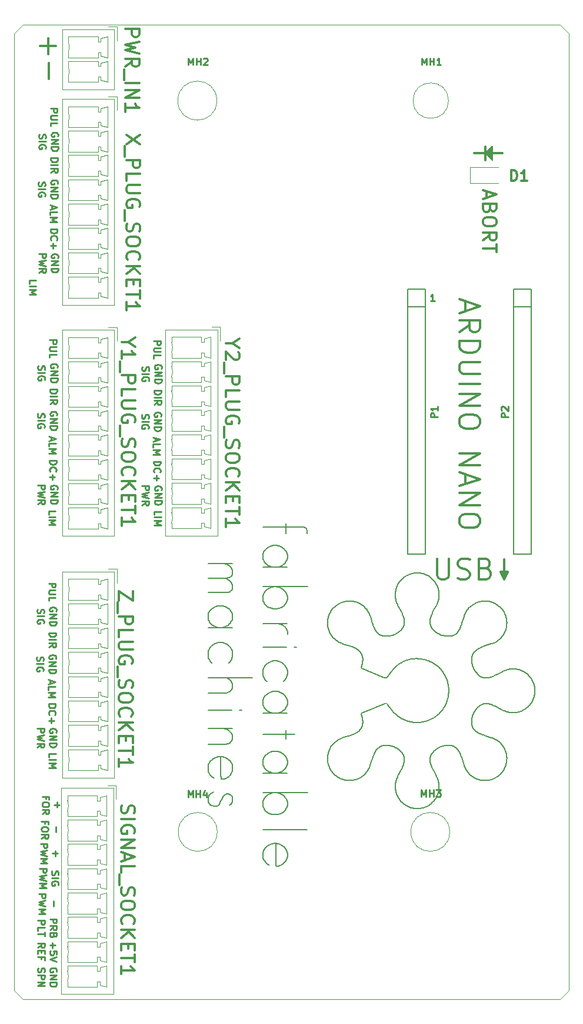
<source format=gbr>
G04 #@! TF.GenerationSoftware,KiCad,Pcbnew,(6.0.0-rc1-dev-347-gd8782b751)*
G04 #@! TF.CreationDate,2019-06-28T15:50:58+02:00*
G04 #@! TF.ProjectId,nano,6E616E6F2E6B696361645F7063620000,rev?*
G04 #@! TF.SameCoordinates,Original*
G04 #@! TF.FileFunction,Legend,Top*
G04 #@! TF.FilePolarity,Positive*
%FSLAX46Y46*%
G04 Gerber Fmt 4.6, Leading zero omitted, Abs format (unit mm)*
G04 Created by KiCad (PCBNEW (6.0.0-rc1-dev-347-gd8782b751)) date 06/28/19 15:50:58*
%MOMM*%
%LPD*%
G01*
G04 APERTURE LIST*
%ADD10C,0.150000*%
%ADD11C,0.300000*%
%ADD12C,0.250000*%
%ADD13C,0.100000*%
%ADD14C,0.200000*%
%ADD15C,0.120000*%
G04 APERTURE END LIST*
D10*
G36*
X149352000Y-50419000D02*
X150368000Y-49403000D01*
X150368000Y-51435000D01*
X149352000Y-50419000D01*
G37*
X149352000Y-50419000D02*
X150368000Y-49403000D01*
X150368000Y-51435000D01*
X149352000Y-50419000D01*
D11*
X149352000Y-49530000D02*
X149352000Y-51435000D01*
X147701000Y-50419000D02*
X151765000Y-50419000D01*
X149526666Y-55912285D02*
X149526666Y-56864666D01*
X148955238Y-55721809D02*
X150955238Y-56388476D01*
X148955238Y-57055142D01*
X150002857Y-58388476D02*
X149907619Y-58674190D01*
X149812380Y-58769428D01*
X149621904Y-58864666D01*
X149336190Y-58864666D01*
X149145714Y-58769428D01*
X149050476Y-58674190D01*
X148955238Y-58483714D01*
X148955238Y-57721809D01*
X150955238Y-57721809D01*
X150955238Y-58388476D01*
X150860000Y-58578952D01*
X150764761Y-58674190D01*
X150574285Y-58769428D01*
X150383809Y-58769428D01*
X150193333Y-58674190D01*
X150098095Y-58578952D01*
X150002857Y-58388476D01*
X150002857Y-57721809D01*
X150955238Y-60102761D02*
X150955238Y-60483714D01*
X150860000Y-60674190D01*
X150669523Y-60864666D01*
X150288571Y-60959904D01*
X149621904Y-60959904D01*
X149240952Y-60864666D01*
X149050476Y-60674190D01*
X148955238Y-60483714D01*
X148955238Y-60102761D01*
X149050476Y-59912285D01*
X149240952Y-59721809D01*
X149621904Y-59626571D01*
X150288571Y-59626571D01*
X150669523Y-59721809D01*
X150860000Y-59912285D01*
X150955238Y-60102761D01*
X148955238Y-62959904D02*
X149907619Y-62293238D01*
X148955238Y-61817047D02*
X150955238Y-61817047D01*
X150955238Y-62578952D01*
X150860000Y-62769428D01*
X150764761Y-62864666D01*
X150574285Y-62959904D01*
X150288571Y-62959904D01*
X150098095Y-62864666D01*
X150002857Y-62769428D01*
X149907619Y-62578952D01*
X149907619Y-61817047D01*
X150955238Y-63531333D02*
X150955238Y-64674190D01*
X148955238Y-64102761D02*
X150955238Y-64102761D01*
G36*
X152019000Y-111760000D02*
X152019000Y-110617000D01*
X152527000Y-110617000D01*
X152019000Y-111760000D01*
G37*
X152019000Y-111760000D02*
X152019000Y-110617000D01*
X152527000Y-110617000D01*
X152019000Y-111760000D01*
G36*
X152019000Y-111760000D02*
X152019000Y-110617000D01*
X151511000Y-110617000D01*
X152019000Y-111760000D01*
G37*
X152019000Y-111760000D02*
X152019000Y-110617000D01*
X151511000Y-110617000D01*
X152019000Y-111760000D01*
X152019000Y-108839000D02*
X152019000Y-111760000D01*
D12*
X87036571Y-163941285D02*
X87036571Y-164703190D01*
X86655619Y-164322238D02*
X87417523Y-164322238D01*
X87655619Y-165655571D02*
X87655619Y-165179380D01*
X87179428Y-165131761D01*
X87227047Y-165179380D01*
X87274666Y-165274619D01*
X87274666Y-165512714D01*
X87227047Y-165607952D01*
X87179428Y-165655571D01*
X87084190Y-165703190D01*
X86846095Y-165703190D01*
X86750857Y-165655571D01*
X86703238Y-165607952D01*
X86655619Y-165512714D01*
X86655619Y-165274619D01*
X86703238Y-165179380D01*
X86750857Y-165131761D01*
X87655619Y-165988904D02*
X86655619Y-166322238D01*
X87655619Y-166655571D01*
X84905619Y-164655571D02*
X85381809Y-164322238D01*
X84905619Y-164084142D02*
X85905619Y-164084142D01*
X85905619Y-164465095D01*
X85858000Y-164560333D01*
X85810380Y-164607952D01*
X85715142Y-164655571D01*
X85572285Y-164655571D01*
X85477047Y-164607952D01*
X85429428Y-164560333D01*
X85381809Y-164465095D01*
X85381809Y-164084142D01*
X85429428Y-165084142D02*
X85429428Y-165417476D01*
X84905619Y-165560333D02*
X84905619Y-165084142D01*
X85905619Y-165084142D01*
X85905619Y-165560333D01*
X85429428Y-166322238D02*
X85429428Y-165988904D01*
X84905619Y-165988904D02*
X85905619Y-165988904D01*
X85905619Y-166465095D01*
X86655619Y-160536095D02*
X87655619Y-160536095D01*
X87655619Y-160917047D01*
X87608000Y-161012285D01*
X87560380Y-161059904D01*
X87465142Y-161107523D01*
X87322285Y-161107523D01*
X87227047Y-161059904D01*
X87179428Y-161012285D01*
X87131809Y-160917047D01*
X87131809Y-160536095D01*
X86655619Y-162107523D02*
X87131809Y-161774190D01*
X86655619Y-161536095D02*
X87655619Y-161536095D01*
X87655619Y-161917047D01*
X87608000Y-162012285D01*
X87560380Y-162059904D01*
X87465142Y-162107523D01*
X87322285Y-162107523D01*
X87227047Y-162059904D01*
X87179428Y-162012285D01*
X87131809Y-161917047D01*
X87131809Y-161536095D01*
X87179428Y-162869428D02*
X87131809Y-163012285D01*
X87084190Y-163059904D01*
X86988952Y-163107523D01*
X86846095Y-163107523D01*
X86750857Y-163059904D01*
X86703238Y-163012285D01*
X86655619Y-162917047D01*
X86655619Y-162536095D01*
X87655619Y-162536095D01*
X87655619Y-162869428D01*
X87608000Y-162964666D01*
X87560380Y-163012285D01*
X87465142Y-163059904D01*
X87369904Y-163059904D01*
X87274666Y-163012285D01*
X87227047Y-162964666D01*
X87179428Y-162869428D01*
X87179428Y-162536095D01*
X84905619Y-160750380D02*
X85905619Y-160750380D01*
X85905619Y-161131333D01*
X85858000Y-161226571D01*
X85810380Y-161274190D01*
X85715142Y-161321809D01*
X85572285Y-161321809D01*
X85477047Y-161274190D01*
X85429428Y-161226571D01*
X85381809Y-161131333D01*
X85381809Y-160750380D01*
X84905619Y-162226571D02*
X84905619Y-161750380D01*
X85905619Y-161750380D01*
X85905619Y-162417047D02*
X85905619Y-162988476D01*
X84905619Y-162702761D02*
X85905619Y-162702761D01*
X87163571Y-157988047D02*
X87163571Y-158749952D01*
X85032619Y-156964238D02*
X86032619Y-156964238D01*
X86032619Y-157345190D01*
X85985000Y-157440428D01*
X85937380Y-157488047D01*
X85842142Y-157535666D01*
X85699285Y-157535666D01*
X85604047Y-157488047D01*
X85556428Y-157440428D01*
X85508809Y-157345190D01*
X85508809Y-156964238D01*
X86032619Y-157869000D02*
X85032619Y-158107095D01*
X85746904Y-158297571D01*
X85032619Y-158488047D01*
X86032619Y-158726142D01*
X85032619Y-159107095D02*
X86032619Y-159107095D01*
X85318333Y-159440428D01*
X86032619Y-159773761D01*
X85032619Y-159773761D01*
X87417571Y-150749047D02*
X87417571Y-151510952D01*
X87036619Y-151130000D02*
X87798523Y-151130000D01*
X85286619Y-149725238D02*
X86286619Y-149725238D01*
X86286619Y-150106190D01*
X86239000Y-150201428D01*
X86191380Y-150249047D01*
X86096142Y-150296666D01*
X85953285Y-150296666D01*
X85858047Y-150249047D01*
X85810428Y-150201428D01*
X85762809Y-150106190D01*
X85762809Y-149725238D01*
X86286619Y-150630000D02*
X85286619Y-150868095D01*
X86000904Y-151058571D01*
X85286619Y-151249047D01*
X86286619Y-151487142D01*
X85286619Y-151868095D02*
X86286619Y-151868095D01*
X85572333Y-152201428D01*
X86286619Y-152534761D01*
X85286619Y-152534761D01*
D13*
X82804000Y-172085000D02*
X81534000Y-170815000D01*
X82804000Y-32004000D02*
X81534000Y-33274000D01*
X161353500Y-170815000D02*
X160083500Y-172085000D01*
X161353500Y-33210500D02*
X160083500Y-31940500D01*
D11*
X146439000Y-71725285D02*
X146439000Y-73153857D01*
X145581857Y-71439571D02*
X148581857Y-72439571D01*
X145581857Y-73439571D01*
X145581857Y-76153857D02*
X147010428Y-75153857D01*
X145581857Y-74439571D02*
X148581857Y-74439571D01*
X148581857Y-75582428D01*
X148439000Y-75868142D01*
X148296142Y-76011000D01*
X148010428Y-76153857D01*
X147581857Y-76153857D01*
X147296142Y-76011000D01*
X147153285Y-75868142D01*
X147010428Y-75582428D01*
X147010428Y-74439571D01*
X145581857Y-77439571D02*
X148581857Y-77439571D01*
X148581857Y-78153857D01*
X148439000Y-78582428D01*
X148153285Y-78868142D01*
X147867571Y-79011000D01*
X147296142Y-79153857D01*
X146867571Y-79153857D01*
X146296142Y-79011000D01*
X146010428Y-78868142D01*
X145724714Y-78582428D01*
X145581857Y-78153857D01*
X145581857Y-77439571D01*
X148581857Y-80439571D02*
X146153285Y-80439571D01*
X145867571Y-80582428D01*
X145724714Y-80725285D01*
X145581857Y-81011000D01*
X145581857Y-81582428D01*
X145724714Y-81868142D01*
X145867571Y-82011000D01*
X146153285Y-82153857D01*
X148581857Y-82153857D01*
X145581857Y-83582428D02*
X148581857Y-83582428D01*
X145581857Y-85011000D02*
X148581857Y-85011000D01*
X145581857Y-86725285D01*
X148581857Y-86725285D01*
X148581857Y-88725285D02*
X148581857Y-89296714D01*
X148439000Y-89582428D01*
X148153285Y-89868142D01*
X147581857Y-90011000D01*
X146581857Y-90011000D01*
X146010428Y-89868142D01*
X145724714Y-89582428D01*
X145581857Y-89296714D01*
X145581857Y-88725285D01*
X145724714Y-88439571D01*
X146010428Y-88153857D01*
X146581857Y-88011000D01*
X147581857Y-88011000D01*
X148153285Y-88153857D01*
X148439000Y-88439571D01*
X148581857Y-88725285D01*
X145581857Y-93582428D02*
X148581857Y-93582428D01*
X145581857Y-95296714D01*
X148581857Y-95296714D01*
X146439000Y-96582428D02*
X146439000Y-98011000D01*
X145581857Y-96296714D02*
X148581857Y-97296714D01*
X145581857Y-98296714D01*
X145581857Y-99296714D02*
X148581857Y-99296714D01*
X145581857Y-101011000D01*
X148581857Y-101011000D01*
X148581857Y-103011000D02*
X148581857Y-103582428D01*
X148439000Y-103868142D01*
X148153285Y-104153857D01*
X147581857Y-104296714D01*
X146581857Y-104296714D01*
X146010428Y-104153857D01*
X145724714Y-103868142D01*
X145581857Y-103582428D01*
X145581857Y-103011000D01*
X145724714Y-102725285D01*
X146010428Y-102439571D01*
X146581857Y-102296714D01*
X147581857Y-102296714D01*
X148153285Y-102439571D01*
X148439000Y-102725285D01*
X148581857Y-103011000D01*
X142391285Y-108720142D02*
X142391285Y-111148714D01*
X142534142Y-111434428D01*
X142677000Y-111577285D01*
X142962714Y-111720142D01*
X143534142Y-111720142D01*
X143819857Y-111577285D01*
X143962714Y-111434428D01*
X144105571Y-111148714D01*
X144105571Y-108720142D01*
X145391285Y-111577285D02*
X145819857Y-111720142D01*
X146534142Y-111720142D01*
X146819857Y-111577285D01*
X146962714Y-111434428D01*
X147105571Y-111148714D01*
X147105571Y-110863000D01*
X146962714Y-110577285D01*
X146819857Y-110434428D01*
X146534142Y-110291571D01*
X145962714Y-110148714D01*
X145677000Y-110005857D01*
X145534142Y-109863000D01*
X145391285Y-109577285D01*
X145391285Y-109291571D01*
X145534142Y-109005857D01*
X145677000Y-108863000D01*
X145962714Y-108720142D01*
X146677000Y-108720142D01*
X147105571Y-108863000D01*
X149391285Y-110148714D02*
X149819857Y-110291571D01*
X149962714Y-110434428D01*
X150105571Y-110720142D01*
X150105571Y-111148714D01*
X149962714Y-111434428D01*
X149819857Y-111577285D01*
X149534142Y-111720142D01*
X148391285Y-111720142D01*
X148391285Y-108720142D01*
X149391285Y-108720142D01*
X149677000Y-108863000D01*
X149819857Y-109005857D01*
X149962714Y-109291571D01*
X149962714Y-109577285D01*
X149819857Y-109863000D01*
X149677000Y-110005857D01*
X149391285Y-110148714D01*
X148391285Y-110148714D01*
D12*
X87569500Y-116268595D02*
X87617119Y-116173357D01*
X87617119Y-116030500D01*
X87569500Y-115887642D01*
X87474261Y-115792404D01*
X87379023Y-115744785D01*
X87188547Y-115697166D01*
X87045690Y-115697166D01*
X86855214Y-115744785D01*
X86759976Y-115792404D01*
X86664738Y-115887642D01*
X86617119Y-116030500D01*
X86617119Y-116125738D01*
X86664738Y-116268595D01*
X86712357Y-116316214D01*
X87045690Y-116316214D01*
X87045690Y-116125738D01*
X86617119Y-116744785D02*
X87617119Y-116744785D01*
X86617119Y-117316214D01*
X87617119Y-117316214D01*
X86617119Y-117792404D02*
X87617119Y-117792404D01*
X87617119Y-118030500D01*
X87569500Y-118173357D01*
X87474261Y-118268595D01*
X87379023Y-118316214D01*
X87188547Y-118363833D01*
X87045690Y-118363833D01*
X86855214Y-118316214D01*
X86759976Y-118268595D01*
X86664738Y-118173357D01*
X86617119Y-118030500D01*
X86617119Y-117792404D01*
D11*
D12*
X84864738Y-116006690D02*
X84817119Y-116149547D01*
X84817119Y-116387642D01*
X84864738Y-116482880D01*
X84912357Y-116530500D01*
X85007595Y-116578119D01*
X85102833Y-116578119D01*
X85198071Y-116530500D01*
X85245690Y-116482880D01*
X85293309Y-116387642D01*
X85340928Y-116197166D01*
X85388547Y-116101928D01*
X85436166Y-116054309D01*
X85531404Y-116006690D01*
X85626642Y-116006690D01*
X85721880Y-116054309D01*
X85769500Y-116101928D01*
X85817119Y-116197166D01*
X85817119Y-116435261D01*
X85769500Y-116578119D01*
X84817119Y-117006690D02*
X85817119Y-117006690D01*
X85769500Y-118006690D02*
X85817119Y-117911452D01*
X85817119Y-117768595D01*
X85769500Y-117625738D01*
X85674261Y-117530500D01*
X85579023Y-117482880D01*
X85388547Y-117435261D01*
X85245690Y-117435261D01*
X85055214Y-117482880D01*
X84959976Y-117530500D01*
X84864738Y-117625738D01*
X84817119Y-117768595D01*
X84817119Y-117863833D01*
X84864738Y-118006690D01*
X84912357Y-118054309D01*
X85245690Y-118054309D01*
X85245690Y-117863833D01*
D11*
D12*
X87506000Y-123126595D02*
X87553619Y-123031357D01*
X87553619Y-122888500D01*
X87506000Y-122745642D01*
X87410761Y-122650404D01*
X87315523Y-122602785D01*
X87125047Y-122555166D01*
X86982190Y-122555166D01*
X86791714Y-122602785D01*
X86696476Y-122650404D01*
X86601238Y-122745642D01*
X86553619Y-122888500D01*
X86553619Y-122983738D01*
X86601238Y-123126595D01*
X86648857Y-123174214D01*
X86982190Y-123174214D01*
X86982190Y-122983738D01*
X86553619Y-123602785D02*
X87553619Y-123602785D01*
X86553619Y-124174214D01*
X87553619Y-124174214D01*
X86553619Y-124650404D02*
X87553619Y-124650404D01*
X87553619Y-124888500D01*
X87506000Y-125031357D01*
X87410761Y-125126595D01*
X87315523Y-125174214D01*
X87125047Y-125221833D01*
X86982190Y-125221833D01*
X86791714Y-125174214D01*
X86696476Y-125126595D01*
X86601238Y-125031357D01*
X86553619Y-124888500D01*
X86553619Y-124650404D01*
D11*
D12*
X84801238Y-122864690D02*
X84753619Y-123007547D01*
X84753619Y-123245642D01*
X84801238Y-123340880D01*
X84848857Y-123388500D01*
X84944095Y-123436119D01*
X85039333Y-123436119D01*
X85134571Y-123388500D01*
X85182190Y-123340880D01*
X85229809Y-123245642D01*
X85277428Y-123055166D01*
X85325047Y-122959928D01*
X85372666Y-122912309D01*
X85467904Y-122864690D01*
X85563142Y-122864690D01*
X85658380Y-122912309D01*
X85706000Y-122959928D01*
X85753619Y-123055166D01*
X85753619Y-123293261D01*
X85706000Y-123436119D01*
X84753619Y-123864690D02*
X85753619Y-123864690D01*
X85706000Y-124864690D02*
X85753619Y-124769452D01*
X85753619Y-124626595D01*
X85706000Y-124483738D01*
X85610761Y-124388500D01*
X85515523Y-124340880D01*
X85325047Y-124293261D01*
X85182190Y-124293261D01*
X84991714Y-124340880D01*
X84896476Y-124388500D01*
X84801238Y-124483738D01*
X84753619Y-124626595D01*
X84753619Y-124721833D01*
X84801238Y-124864690D01*
X84848857Y-124912309D01*
X85182190Y-124912309D01*
X85182190Y-124721833D01*
D11*
D12*
X87569500Y-133731095D02*
X87617119Y-133635857D01*
X87617119Y-133493000D01*
X87569500Y-133350142D01*
X87474261Y-133254904D01*
X87379023Y-133207285D01*
X87188547Y-133159666D01*
X87045690Y-133159666D01*
X86855214Y-133207285D01*
X86759976Y-133254904D01*
X86664738Y-133350142D01*
X86617119Y-133493000D01*
X86617119Y-133588238D01*
X86664738Y-133731095D01*
X86712357Y-133778714D01*
X87045690Y-133778714D01*
X87045690Y-133588238D01*
X86617119Y-134207285D02*
X87617119Y-134207285D01*
X86617119Y-134778714D01*
X87617119Y-134778714D01*
X86617119Y-135254904D02*
X87617119Y-135254904D01*
X87617119Y-135493000D01*
X87569500Y-135635857D01*
X87474261Y-135731095D01*
X87379023Y-135778714D01*
X87188547Y-135826333D01*
X87045690Y-135826333D01*
X86855214Y-135778714D01*
X86759976Y-135731095D01*
X86664738Y-135635857D01*
X86617119Y-135493000D01*
X86617119Y-135254904D01*
D11*
D12*
X84817119Y-133159666D02*
X85817119Y-133159666D01*
X85817119Y-133540619D01*
X85769500Y-133635857D01*
X85721880Y-133683476D01*
X85626642Y-133731095D01*
X85483785Y-133731095D01*
X85388547Y-133683476D01*
X85340928Y-133635857D01*
X85293309Y-133540619D01*
X85293309Y-133159666D01*
X85817119Y-134064428D02*
X84817119Y-134302523D01*
X85531404Y-134493000D01*
X84817119Y-134683476D01*
X85817119Y-134921571D01*
X84817119Y-135873952D02*
X85293309Y-135540619D01*
X84817119Y-135302523D02*
X85817119Y-135302523D01*
X85817119Y-135683476D01*
X85769500Y-135778714D01*
X85721880Y-135826333D01*
X85626642Y-135873952D01*
X85483785Y-135873952D01*
X85388547Y-135826333D01*
X85340928Y-135778714D01*
X85293309Y-135683476D01*
X85293309Y-135302523D01*
D11*
D12*
X86479119Y-129619547D02*
X87479119Y-129619547D01*
X87479119Y-129857642D01*
X87431500Y-130000500D01*
X87336261Y-130095738D01*
X87241023Y-130143357D01*
X87050547Y-130190976D01*
X86907690Y-130190976D01*
X86717214Y-130143357D01*
X86621976Y-130095738D01*
X86526738Y-130000500D01*
X86479119Y-129857642D01*
X86479119Y-129619547D01*
X86574357Y-131190976D02*
X86526738Y-131143357D01*
X86479119Y-131000500D01*
X86479119Y-130905261D01*
X86526738Y-130762404D01*
X86621976Y-130667166D01*
X86717214Y-130619547D01*
X86907690Y-130571928D01*
X87050547Y-130571928D01*
X87241023Y-130619547D01*
X87336261Y-130667166D01*
X87431500Y-130762404D01*
X87479119Y-130905261D01*
X87479119Y-131000500D01*
X87431500Y-131143357D01*
X87383880Y-131190976D01*
X86860071Y-131619547D02*
X86860071Y-132381452D01*
X86479119Y-132000500D02*
X87241023Y-132000500D01*
D11*
D12*
X86542619Y-137295000D02*
X86542619Y-136818809D01*
X87542619Y-136818809D01*
X86542619Y-137628333D02*
X87542619Y-137628333D01*
X86542619Y-138104523D02*
X87542619Y-138104523D01*
X86828333Y-138437857D01*
X87542619Y-138771190D01*
X86542619Y-138771190D01*
D11*
D12*
X86542619Y-119396000D02*
X87542619Y-119396000D01*
X87542619Y-119634095D01*
X87495000Y-119776952D01*
X87399761Y-119872190D01*
X87304523Y-119919809D01*
X87114047Y-119967428D01*
X86971190Y-119967428D01*
X86780714Y-119919809D01*
X86685476Y-119872190D01*
X86590238Y-119776952D01*
X86542619Y-119634095D01*
X86542619Y-119396000D01*
X86542619Y-120396000D02*
X87542619Y-120396000D01*
X86542619Y-121443619D02*
X87018809Y-121110285D01*
X86542619Y-120872190D02*
X87542619Y-120872190D01*
X87542619Y-121253142D01*
X87495000Y-121348380D01*
X87447380Y-121396000D01*
X87352142Y-121443619D01*
X87209285Y-121443619D01*
X87114047Y-121396000D01*
X87066428Y-121348380D01*
X87018809Y-121253142D01*
X87018809Y-120872190D01*
D11*
D12*
X86701333Y-126230214D02*
X86701333Y-126706404D01*
X86415619Y-126134976D02*
X87415619Y-126468309D01*
X86415619Y-126801642D01*
X86415619Y-127611166D02*
X86415619Y-127134976D01*
X87415619Y-127134976D01*
X86415619Y-127944500D02*
X87415619Y-127944500D01*
X86701333Y-128277833D01*
X87415619Y-128611166D01*
X86415619Y-128611166D01*
D11*
D12*
X86479119Y-112284023D02*
X87479119Y-112284023D01*
X87479119Y-112664976D01*
X87431500Y-112760214D01*
X87383880Y-112807833D01*
X87288642Y-112855452D01*
X87145785Y-112855452D01*
X87050547Y-112807833D01*
X87002928Y-112760214D01*
X86955309Y-112664976D01*
X86955309Y-112284023D01*
X87479119Y-113284023D02*
X86669595Y-113284023D01*
X86574357Y-113331642D01*
X86526738Y-113379261D01*
X86479119Y-113474500D01*
X86479119Y-113664976D01*
X86526738Y-113760214D01*
X86574357Y-113807833D01*
X86669595Y-113855452D01*
X87479119Y-113855452D01*
X86479119Y-114807833D02*
X86479119Y-114331642D01*
X87479119Y-114331642D01*
D11*
D12*
X101655619Y-102433500D02*
X101655619Y-101957309D01*
X102655619Y-101957309D01*
X101655619Y-102766833D02*
X102655619Y-102766833D01*
X101655619Y-103243023D02*
X102655619Y-103243023D01*
X101941333Y-103576357D01*
X102655619Y-103909690D01*
X101655619Y-103909690D01*
D11*
D12*
X101592119Y-77422523D02*
X102592119Y-77422523D01*
X102592119Y-77803476D01*
X102544500Y-77898714D01*
X102496880Y-77946333D01*
X102401642Y-77993952D01*
X102258785Y-77993952D01*
X102163547Y-77946333D01*
X102115928Y-77898714D01*
X102068309Y-77803476D01*
X102068309Y-77422523D01*
X102592119Y-78422523D02*
X101782595Y-78422523D01*
X101687357Y-78470142D01*
X101639738Y-78517761D01*
X101592119Y-78613000D01*
X101592119Y-78803476D01*
X101639738Y-78898714D01*
X101687357Y-78946333D01*
X101782595Y-78993952D01*
X102592119Y-78993952D01*
X101592119Y-79946333D02*
X101592119Y-79470142D01*
X102592119Y-79470142D01*
D11*
D12*
X102682500Y-81407095D02*
X102730119Y-81311857D01*
X102730119Y-81169000D01*
X102682500Y-81026142D01*
X102587261Y-80930904D01*
X102492023Y-80883285D01*
X102301547Y-80835666D01*
X102158690Y-80835666D01*
X101968214Y-80883285D01*
X101872976Y-80930904D01*
X101777738Y-81026142D01*
X101730119Y-81169000D01*
X101730119Y-81264238D01*
X101777738Y-81407095D01*
X101825357Y-81454714D01*
X102158690Y-81454714D01*
X102158690Y-81264238D01*
X101730119Y-81883285D02*
X102730119Y-81883285D01*
X101730119Y-82454714D01*
X102730119Y-82454714D01*
X101730119Y-82930904D02*
X102730119Y-82930904D01*
X102730119Y-83169000D01*
X102682500Y-83311857D01*
X102587261Y-83407095D01*
X102492023Y-83454714D01*
X102301547Y-83502333D01*
X102158690Y-83502333D01*
X101968214Y-83454714D01*
X101872976Y-83407095D01*
X101777738Y-83311857D01*
X101730119Y-83169000D01*
X101730119Y-82930904D01*
D11*
D12*
X99977738Y-81145190D02*
X99930119Y-81288047D01*
X99930119Y-81526142D01*
X99977738Y-81621380D01*
X100025357Y-81669000D01*
X100120595Y-81716619D01*
X100215833Y-81716619D01*
X100311071Y-81669000D01*
X100358690Y-81621380D01*
X100406309Y-81526142D01*
X100453928Y-81335666D01*
X100501547Y-81240428D01*
X100549166Y-81192809D01*
X100644404Y-81145190D01*
X100739642Y-81145190D01*
X100834880Y-81192809D01*
X100882500Y-81240428D01*
X100930119Y-81335666D01*
X100930119Y-81573761D01*
X100882500Y-81716619D01*
X99930119Y-82145190D02*
X100930119Y-82145190D01*
X100882500Y-83145190D02*
X100930119Y-83049952D01*
X100930119Y-82907095D01*
X100882500Y-82764238D01*
X100787261Y-82669000D01*
X100692023Y-82621380D01*
X100501547Y-82573761D01*
X100358690Y-82573761D01*
X100168214Y-82621380D01*
X100072976Y-82669000D01*
X99977738Y-82764238D01*
X99930119Y-82907095D01*
X99930119Y-83002333D01*
X99977738Y-83145190D01*
X100025357Y-83192809D01*
X100358690Y-83192809D01*
X100358690Y-83002333D01*
D11*
D12*
X102619000Y-88265095D02*
X102666619Y-88169857D01*
X102666619Y-88027000D01*
X102619000Y-87884142D01*
X102523761Y-87788904D01*
X102428523Y-87741285D01*
X102238047Y-87693666D01*
X102095190Y-87693666D01*
X101904714Y-87741285D01*
X101809476Y-87788904D01*
X101714238Y-87884142D01*
X101666619Y-88027000D01*
X101666619Y-88122238D01*
X101714238Y-88265095D01*
X101761857Y-88312714D01*
X102095190Y-88312714D01*
X102095190Y-88122238D01*
X101666619Y-88741285D02*
X102666619Y-88741285D01*
X101666619Y-89312714D01*
X102666619Y-89312714D01*
X101666619Y-89788904D02*
X102666619Y-89788904D01*
X102666619Y-90027000D01*
X102619000Y-90169857D01*
X102523761Y-90265095D01*
X102428523Y-90312714D01*
X102238047Y-90360333D01*
X102095190Y-90360333D01*
X101904714Y-90312714D01*
X101809476Y-90265095D01*
X101714238Y-90169857D01*
X101666619Y-90027000D01*
X101666619Y-89788904D01*
D11*
D12*
X99914238Y-88003190D02*
X99866619Y-88146047D01*
X99866619Y-88384142D01*
X99914238Y-88479380D01*
X99961857Y-88527000D01*
X100057095Y-88574619D01*
X100152333Y-88574619D01*
X100247571Y-88527000D01*
X100295190Y-88479380D01*
X100342809Y-88384142D01*
X100390428Y-88193666D01*
X100438047Y-88098428D01*
X100485666Y-88050809D01*
X100580904Y-88003190D01*
X100676142Y-88003190D01*
X100771380Y-88050809D01*
X100819000Y-88098428D01*
X100866619Y-88193666D01*
X100866619Y-88431761D01*
X100819000Y-88574619D01*
X99866619Y-89003190D02*
X100866619Y-89003190D01*
X100819000Y-90003190D02*
X100866619Y-89907952D01*
X100866619Y-89765095D01*
X100819000Y-89622238D01*
X100723761Y-89527000D01*
X100628523Y-89479380D01*
X100438047Y-89431761D01*
X100295190Y-89431761D01*
X100104714Y-89479380D01*
X100009476Y-89527000D01*
X99914238Y-89622238D01*
X99866619Y-89765095D01*
X99866619Y-89860333D01*
X99914238Y-90003190D01*
X99961857Y-90050809D01*
X100295190Y-90050809D01*
X100295190Y-89860333D01*
D11*
D12*
X102682500Y-98869595D02*
X102730119Y-98774357D01*
X102730119Y-98631500D01*
X102682500Y-98488642D01*
X102587261Y-98393404D01*
X102492023Y-98345785D01*
X102301547Y-98298166D01*
X102158690Y-98298166D01*
X101968214Y-98345785D01*
X101872976Y-98393404D01*
X101777738Y-98488642D01*
X101730119Y-98631500D01*
X101730119Y-98726738D01*
X101777738Y-98869595D01*
X101825357Y-98917214D01*
X102158690Y-98917214D01*
X102158690Y-98726738D01*
X101730119Y-99345785D02*
X102730119Y-99345785D01*
X101730119Y-99917214D01*
X102730119Y-99917214D01*
X101730119Y-100393404D02*
X102730119Y-100393404D01*
X102730119Y-100631500D01*
X102682500Y-100774357D01*
X102587261Y-100869595D01*
X102492023Y-100917214D01*
X102301547Y-100964833D01*
X102158690Y-100964833D01*
X101968214Y-100917214D01*
X101872976Y-100869595D01*
X101777738Y-100774357D01*
X101730119Y-100631500D01*
X101730119Y-100393404D01*
D11*
D12*
X99930119Y-98298166D02*
X100930119Y-98298166D01*
X100930119Y-98679119D01*
X100882500Y-98774357D01*
X100834880Y-98821976D01*
X100739642Y-98869595D01*
X100596785Y-98869595D01*
X100501547Y-98821976D01*
X100453928Y-98774357D01*
X100406309Y-98679119D01*
X100406309Y-98298166D01*
X100930119Y-99202928D02*
X99930119Y-99441023D01*
X100644404Y-99631500D01*
X99930119Y-99821976D01*
X100930119Y-100060071D01*
X99930119Y-101012452D02*
X100406309Y-100679119D01*
X99930119Y-100441023D02*
X100930119Y-100441023D01*
X100930119Y-100821976D01*
X100882500Y-100917214D01*
X100834880Y-100964833D01*
X100739642Y-101012452D01*
X100596785Y-101012452D01*
X100501547Y-100964833D01*
X100453928Y-100917214D01*
X100406309Y-100821976D01*
X100406309Y-100441023D01*
D11*
D12*
X101592119Y-94758047D02*
X102592119Y-94758047D01*
X102592119Y-94996142D01*
X102544500Y-95139000D01*
X102449261Y-95234238D01*
X102354023Y-95281857D01*
X102163547Y-95329476D01*
X102020690Y-95329476D01*
X101830214Y-95281857D01*
X101734976Y-95234238D01*
X101639738Y-95139000D01*
X101592119Y-94996142D01*
X101592119Y-94758047D01*
X101687357Y-96329476D02*
X101639738Y-96281857D01*
X101592119Y-96139000D01*
X101592119Y-96043761D01*
X101639738Y-95900904D01*
X101734976Y-95805666D01*
X101830214Y-95758047D01*
X102020690Y-95710428D01*
X102163547Y-95710428D01*
X102354023Y-95758047D01*
X102449261Y-95805666D01*
X102544500Y-95900904D01*
X102592119Y-96043761D01*
X102592119Y-96139000D01*
X102544500Y-96281857D01*
X102496880Y-96329476D01*
X101973071Y-96758047D02*
X101973071Y-97519952D01*
X101592119Y-97139000D02*
X102354023Y-97139000D01*
D11*
D12*
X101814333Y-91368714D02*
X101814333Y-91844904D01*
X101528619Y-91273476D02*
X102528619Y-91606809D01*
X101528619Y-91940142D01*
X101528619Y-92749666D02*
X101528619Y-92273476D01*
X102528619Y-92273476D01*
X101528619Y-93083000D02*
X102528619Y-93083000D01*
X101814333Y-93416333D01*
X102528619Y-93749666D01*
X101528619Y-93749666D01*
D11*
D12*
X101655619Y-84534500D02*
X102655619Y-84534500D01*
X102655619Y-84772595D01*
X102608000Y-84915452D01*
X102512761Y-85010690D01*
X102417523Y-85058309D01*
X102227047Y-85105928D01*
X102084190Y-85105928D01*
X101893714Y-85058309D01*
X101798476Y-85010690D01*
X101703238Y-84915452D01*
X101655619Y-84772595D01*
X101655619Y-84534500D01*
X101655619Y-85534500D02*
X102655619Y-85534500D01*
X101655619Y-86582119D02*
X102131809Y-86248785D01*
X101655619Y-86010690D02*
X102655619Y-86010690D01*
X102655619Y-86391642D01*
X102608000Y-86486880D01*
X102560380Y-86534500D01*
X102465142Y-86582119D01*
X102322285Y-86582119D01*
X102227047Y-86534500D01*
X102179428Y-86486880D01*
X102131809Y-86391642D01*
X102131809Y-86010690D01*
D11*
D12*
X86606119Y-77295523D02*
X87606119Y-77295523D01*
X87606119Y-77676476D01*
X87558500Y-77771714D01*
X87510880Y-77819333D01*
X87415642Y-77866952D01*
X87272785Y-77866952D01*
X87177547Y-77819333D01*
X87129928Y-77771714D01*
X87082309Y-77676476D01*
X87082309Y-77295523D01*
X87606119Y-78295523D02*
X86796595Y-78295523D01*
X86701357Y-78343142D01*
X86653738Y-78390761D01*
X86606119Y-78486000D01*
X86606119Y-78676476D01*
X86653738Y-78771714D01*
X86701357Y-78819333D01*
X86796595Y-78866952D01*
X87606119Y-78866952D01*
X86606119Y-79819333D02*
X86606119Y-79343142D01*
X87606119Y-79343142D01*
D11*
D12*
X87696500Y-81280095D02*
X87744119Y-81184857D01*
X87744119Y-81042000D01*
X87696500Y-80899142D01*
X87601261Y-80803904D01*
X87506023Y-80756285D01*
X87315547Y-80708666D01*
X87172690Y-80708666D01*
X86982214Y-80756285D01*
X86886976Y-80803904D01*
X86791738Y-80899142D01*
X86744119Y-81042000D01*
X86744119Y-81137238D01*
X86791738Y-81280095D01*
X86839357Y-81327714D01*
X87172690Y-81327714D01*
X87172690Y-81137238D01*
X86744119Y-81756285D02*
X87744119Y-81756285D01*
X86744119Y-82327714D01*
X87744119Y-82327714D01*
X86744119Y-82803904D02*
X87744119Y-82803904D01*
X87744119Y-83042000D01*
X87696500Y-83184857D01*
X87601261Y-83280095D01*
X87506023Y-83327714D01*
X87315547Y-83375333D01*
X87172690Y-83375333D01*
X86982214Y-83327714D01*
X86886976Y-83280095D01*
X86791738Y-83184857D01*
X86744119Y-83042000D01*
X86744119Y-82803904D01*
D11*
D12*
X84991738Y-81018190D02*
X84944119Y-81161047D01*
X84944119Y-81399142D01*
X84991738Y-81494380D01*
X85039357Y-81542000D01*
X85134595Y-81589619D01*
X85229833Y-81589619D01*
X85325071Y-81542000D01*
X85372690Y-81494380D01*
X85420309Y-81399142D01*
X85467928Y-81208666D01*
X85515547Y-81113428D01*
X85563166Y-81065809D01*
X85658404Y-81018190D01*
X85753642Y-81018190D01*
X85848880Y-81065809D01*
X85896500Y-81113428D01*
X85944119Y-81208666D01*
X85944119Y-81446761D01*
X85896500Y-81589619D01*
X84944119Y-82018190D02*
X85944119Y-82018190D01*
X85896500Y-83018190D02*
X85944119Y-82922952D01*
X85944119Y-82780095D01*
X85896500Y-82637238D01*
X85801261Y-82542000D01*
X85706023Y-82494380D01*
X85515547Y-82446761D01*
X85372690Y-82446761D01*
X85182214Y-82494380D01*
X85086976Y-82542000D01*
X84991738Y-82637238D01*
X84944119Y-82780095D01*
X84944119Y-82875333D01*
X84991738Y-83018190D01*
X85039357Y-83065809D01*
X85372690Y-83065809D01*
X85372690Y-82875333D01*
D11*
D12*
X87633000Y-88138095D02*
X87680619Y-88042857D01*
X87680619Y-87900000D01*
X87633000Y-87757142D01*
X87537761Y-87661904D01*
X87442523Y-87614285D01*
X87252047Y-87566666D01*
X87109190Y-87566666D01*
X86918714Y-87614285D01*
X86823476Y-87661904D01*
X86728238Y-87757142D01*
X86680619Y-87900000D01*
X86680619Y-87995238D01*
X86728238Y-88138095D01*
X86775857Y-88185714D01*
X87109190Y-88185714D01*
X87109190Y-87995238D01*
X86680619Y-88614285D02*
X87680619Y-88614285D01*
X86680619Y-89185714D01*
X87680619Y-89185714D01*
X86680619Y-89661904D02*
X87680619Y-89661904D01*
X87680619Y-89900000D01*
X87633000Y-90042857D01*
X87537761Y-90138095D01*
X87442523Y-90185714D01*
X87252047Y-90233333D01*
X87109190Y-90233333D01*
X86918714Y-90185714D01*
X86823476Y-90138095D01*
X86728238Y-90042857D01*
X86680619Y-89900000D01*
X86680619Y-89661904D01*
D11*
D12*
X84928238Y-87876190D02*
X84880619Y-88019047D01*
X84880619Y-88257142D01*
X84928238Y-88352380D01*
X84975857Y-88400000D01*
X85071095Y-88447619D01*
X85166333Y-88447619D01*
X85261571Y-88400000D01*
X85309190Y-88352380D01*
X85356809Y-88257142D01*
X85404428Y-88066666D01*
X85452047Y-87971428D01*
X85499666Y-87923809D01*
X85594904Y-87876190D01*
X85690142Y-87876190D01*
X85785380Y-87923809D01*
X85833000Y-87971428D01*
X85880619Y-88066666D01*
X85880619Y-88304761D01*
X85833000Y-88447619D01*
X84880619Y-88876190D02*
X85880619Y-88876190D01*
X85833000Y-89876190D02*
X85880619Y-89780952D01*
X85880619Y-89638095D01*
X85833000Y-89495238D01*
X85737761Y-89400000D01*
X85642523Y-89352380D01*
X85452047Y-89304761D01*
X85309190Y-89304761D01*
X85118714Y-89352380D01*
X85023476Y-89400000D01*
X84928238Y-89495238D01*
X84880619Y-89638095D01*
X84880619Y-89733333D01*
X84928238Y-89876190D01*
X84975857Y-89923809D01*
X85309190Y-89923809D01*
X85309190Y-89733333D01*
D11*
D12*
X86606119Y-94631047D02*
X87606119Y-94631047D01*
X87606119Y-94869142D01*
X87558500Y-95012000D01*
X87463261Y-95107238D01*
X87368023Y-95154857D01*
X87177547Y-95202476D01*
X87034690Y-95202476D01*
X86844214Y-95154857D01*
X86748976Y-95107238D01*
X86653738Y-95012000D01*
X86606119Y-94869142D01*
X86606119Y-94631047D01*
X86701357Y-96202476D02*
X86653738Y-96154857D01*
X86606119Y-96012000D01*
X86606119Y-95916761D01*
X86653738Y-95773904D01*
X86748976Y-95678666D01*
X86844214Y-95631047D01*
X87034690Y-95583428D01*
X87177547Y-95583428D01*
X87368023Y-95631047D01*
X87463261Y-95678666D01*
X87558500Y-95773904D01*
X87606119Y-95916761D01*
X87606119Y-96012000D01*
X87558500Y-96154857D01*
X87510880Y-96202476D01*
X86987071Y-96631047D02*
X86987071Y-97392952D01*
X86606119Y-97012000D02*
X87368023Y-97012000D01*
D11*
D12*
X86828333Y-91241714D02*
X86828333Y-91717904D01*
X86542619Y-91146476D02*
X87542619Y-91479809D01*
X86542619Y-91813142D01*
X86542619Y-92622666D02*
X86542619Y-92146476D01*
X87542619Y-92146476D01*
X86542619Y-92956000D02*
X87542619Y-92956000D01*
X86828333Y-93289333D01*
X87542619Y-93622666D01*
X86542619Y-93622666D01*
D11*
D12*
X87696500Y-98742595D02*
X87744119Y-98647357D01*
X87744119Y-98504500D01*
X87696500Y-98361642D01*
X87601261Y-98266404D01*
X87506023Y-98218785D01*
X87315547Y-98171166D01*
X87172690Y-98171166D01*
X86982214Y-98218785D01*
X86886976Y-98266404D01*
X86791738Y-98361642D01*
X86744119Y-98504500D01*
X86744119Y-98599738D01*
X86791738Y-98742595D01*
X86839357Y-98790214D01*
X87172690Y-98790214D01*
X87172690Y-98599738D01*
X86744119Y-99218785D02*
X87744119Y-99218785D01*
X86744119Y-99790214D01*
X87744119Y-99790214D01*
X86744119Y-100266404D02*
X87744119Y-100266404D01*
X87744119Y-100504500D01*
X87696500Y-100647357D01*
X87601261Y-100742595D01*
X87506023Y-100790214D01*
X87315547Y-100837833D01*
X87172690Y-100837833D01*
X86982214Y-100790214D01*
X86886976Y-100742595D01*
X86791738Y-100647357D01*
X86744119Y-100504500D01*
X86744119Y-100266404D01*
D11*
D12*
X84944119Y-98171166D02*
X85944119Y-98171166D01*
X85944119Y-98552119D01*
X85896500Y-98647357D01*
X85848880Y-98694976D01*
X85753642Y-98742595D01*
X85610785Y-98742595D01*
X85515547Y-98694976D01*
X85467928Y-98647357D01*
X85420309Y-98552119D01*
X85420309Y-98171166D01*
X85944119Y-99075928D02*
X84944119Y-99314023D01*
X85658404Y-99504500D01*
X84944119Y-99694976D01*
X85944119Y-99933071D01*
X84944119Y-100885452D02*
X85420309Y-100552119D01*
X84944119Y-100314023D02*
X85944119Y-100314023D01*
X85944119Y-100694976D01*
X85896500Y-100790214D01*
X85848880Y-100837833D01*
X85753642Y-100885452D01*
X85610785Y-100885452D01*
X85515547Y-100837833D01*
X85467928Y-100790214D01*
X85420309Y-100694976D01*
X85420309Y-100314023D01*
D11*
D12*
X86669619Y-84407500D02*
X87669619Y-84407500D01*
X87669619Y-84645595D01*
X87622000Y-84788452D01*
X87526761Y-84883690D01*
X87431523Y-84931309D01*
X87241047Y-84978928D01*
X87098190Y-84978928D01*
X86907714Y-84931309D01*
X86812476Y-84883690D01*
X86717238Y-84788452D01*
X86669619Y-84645595D01*
X86669619Y-84407500D01*
X86669619Y-85407500D02*
X87669619Y-85407500D01*
X86669619Y-86455119D02*
X87145809Y-86121785D01*
X86669619Y-85883690D02*
X87669619Y-85883690D01*
X87669619Y-86264642D01*
X87622000Y-86359880D01*
X87574380Y-86407500D01*
X87479142Y-86455119D01*
X87336285Y-86455119D01*
X87241047Y-86407500D01*
X87193428Y-86359880D01*
X87145809Y-86264642D01*
X87145809Y-85883690D01*
D11*
D12*
X86479119Y-102370000D02*
X86479119Y-101893809D01*
X87479119Y-101893809D01*
X86479119Y-102703333D02*
X87479119Y-102703333D01*
X86479119Y-103179523D02*
X87479119Y-103179523D01*
X86764833Y-103512857D01*
X87479119Y-103846190D01*
X86479119Y-103846190D01*
D11*
D12*
X83685119Y-69223000D02*
X83685119Y-68746809D01*
X84685119Y-68746809D01*
X83685119Y-69556333D02*
X84685119Y-69556333D01*
X83685119Y-70032523D02*
X84685119Y-70032523D01*
X83970833Y-70365857D01*
X84685119Y-70699190D01*
X83685119Y-70699190D01*
D11*
D12*
X87823500Y-65468595D02*
X87871119Y-65373357D01*
X87871119Y-65230500D01*
X87823500Y-65087642D01*
X87728261Y-64992404D01*
X87633023Y-64944785D01*
X87442547Y-64897166D01*
X87299690Y-64897166D01*
X87109214Y-64944785D01*
X87013976Y-64992404D01*
X86918738Y-65087642D01*
X86871119Y-65230500D01*
X86871119Y-65325738D01*
X86918738Y-65468595D01*
X86966357Y-65516214D01*
X87299690Y-65516214D01*
X87299690Y-65325738D01*
X86871119Y-65944785D02*
X87871119Y-65944785D01*
X86871119Y-66516214D01*
X87871119Y-66516214D01*
X86871119Y-66992404D02*
X87871119Y-66992404D01*
X87871119Y-67230500D01*
X87823500Y-67373357D01*
X87728261Y-67468595D01*
X87633023Y-67516214D01*
X87442547Y-67563833D01*
X87299690Y-67563833D01*
X87109214Y-67516214D01*
X87013976Y-67468595D01*
X86918738Y-67373357D01*
X86871119Y-67230500D01*
X86871119Y-66992404D01*
D11*
D12*
X85071119Y-64897166D02*
X86071119Y-64897166D01*
X86071119Y-65278119D01*
X86023500Y-65373357D01*
X85975880Y-65420976D01*
X85880642Y-65468595D01*
X85737785Y-65468595D01*
X85642547Y-65420976D01*
X85594928Y-65373357D01*
X85547309Y-65278119D01*
X85547309Y-64897166D01*
X86071119Y-65801928D02*
X85071119Y-66040023D01*
X85785404Y-66230500D01*
X85071119Y-66420976D01*
X86071119Y-66659071D01*
X85071119Y-67611452D02*
X85547309Y-67278119D01*
X85071119Y-67040023D02*
X86071119Y-67040023D01*
X86071119Y-67420976D01*
X86023500Y-67516214D01*
X85975880Y-67563833D01*
X85880642Y-67611452D01*
X85737785Y-67611452D01*
X85642547Y-67563833D01*
X85594928Y-67516214D01*
X85547309Y-67420976D01*
X85547309Y-67040023D01*
D11*
D12*
X86733119Y-61357047D02*
X87733119Y-61357047D01*
X87733119Y-61595142D01*
X87685500Y-61738000D01*
X87590261Y-61833238D01*
X87495023Y-61880857D01*
X87304547Y-61928476D01*
X87161690Y-61928476D01*
X86971214Y-61880857D01*
X86875976Y-61833238D01*
X86780738Y-61738000D01*
X86733119Y-61595142D01*
X86733119Y-61357047D01*
X86828357Y-62928476D02*
X86780738Y-62880857D01*
X86733119Y-62738000D01*
X86733119Y-62642761D01*
X86780738Y-62499904D01*
X86875976Y-62404666D01*
X86971214Y-62357047D01*
X87161690Y-62309428D01*
X87304547Y-62309428D01*
X87495023Y-62357047D01*
X87590261Y-62404666D01*
X87685500Y-62499904D01*
X87733119Y-62642761D01*
X87733119Y-62738000D01*
X87685500Y-62880857D01*
X87637880Y-62928476D01*
X87114071Y-63357047D02*
X87114071Y-64118952D01*
X86733119Y-63738000D02*
X87495023Y-63738000D01*
D11*
D12*
X86955333Y-57967714D02*
X86955333Y-58443904D01*
X86669619Y-57872476D02*
X87669619Y-58205809D01*
X86669619Y-58539142D01*
X86669619Y-59348666D02*
X86669619Y-58872476D01*
X87669619Y-58872476D01*
X86669619Y-59682000D02*
X87669619Y-59682000D01*
X86955333Y-60015333D01*
X87669619Y-60348666D01*
X86669619Y-60348666D01*
D11*
D12*
X87760000Y-54864095D02*
X87807619Y-54768857D01*
X87807619Y-54626000D01*
X87760000Y-54483142D01*
X87664761Y-54387904D01*
X87569523Y-54340285D01*
X87379047Y-54292666D01*
X87236190Y-54292666D01*
X87045714Y-54340285D01*
X86950476Y-54387904D01*
X86855238Y-54483142D01*
X86807619Y-54626000D01*
X86807619Y-54721238D01*
X86855238Y-54864095D01*
X86902857Y-54911714D01*
X87236190Y-54911714D01*
X87236190Y-54721238D01*
X86807619Y-55340285D02*
X87807619Y-55340285D01*
X86807619Y-55911714D01*
X87807619Y-55911714D01*
X86807619Y-56387904D02*
X87807619Y-56387904D01*
X87807619Y-56626000D01*
X87760000Y-56768857D01*
X87664761Y-56864095D01*
X87569523Y-56911714D01*
X87379047Y-56959333D01*
X87236190Y-56959333D01*
X87045714Y-56911714D01*
X86950476Y-56864095D01*
X86855238Y-56768857D01*
X86807619Y-56626000D01*
X86807619Y-56387904D01*
D11*
D12*
X85055238Y-54602190D02*
X85007619Y-54745047D01*
X85007619Y-54983142D01*
X85055238Y-55078380D01*
X85102857Y-55126000D01*
X85198095Y-55173619D01*
X85293333Y-55173619D01*
X85388571Y-55126000D01*
X85436190Y-55078380D01*
X85483809Y-54983142D01*
X85531428Y-54792666D01*
X85579047Y-54697428D01*
X85626666Y-54649809D01*
X85721904Y-54602190D01*
X85817142Y-54602190D01*
X85912380Y-54649809D01*
X85960000Y-54697428D01*
X86007619Y-54792666D01*
X86007619Y-55030761D01*
X85960000Y-55173619D01*
X85007619Y-55602190D02*
X86007619Y-55602190D01*
X85960000Y-56602190D02*
X86007619Y-56506952D01*
X86007619Y-56364095D01*
X85960000Y-56221238D01*
X85864761Y-56126000D01*
X85769523Y-56078380D01*
X85579047Y-56030761D01*
X85436190Y-56030761D01*
X85245714Y-56078380D01*
X85150476Y-56126000D01*
X85055238Y-56221238D01*
X85007619Y-56364095D01*
X85007619Y-56459333D01*
X85055238Y-56602190D01*
X85102857Y-56649809D01*
X85436190Y-56649809D01*
X85436190Y-56459333D01*
D11*
D12*
X86796619Y-51133500D02*
X87796619Y-51133500D01*
X87796619Y-51371595D01*
X87749000Y-51514452D01*
X87653761Y-51609690D01*
X87558523Y-51657309D01*
X87368047Y-51704928D01*
X87225190Y-51704928D01*
X87034714Y-51657309D01*
X86939476Y-51609690D01*
X86844238Y-51514452D01*
X86796619Y-51371595D01*
X86796619Y-51133500D01*
X86796619Y-52133500D02*
X87796619Y-52133500D01*
X86796619Y-53181119D02*
X87272809Y-52847785D01*
X86796619Y-52609690D02*
X87796619Y-52609690D01*
X87796619Y-52990642D01*
X87749000Y-53085880D01*
X87701380Y-53133500D01*
X87606142Y-53181119D01*
X87463285Y-53181119D01*
X87368047Y-53133500D01*
X87320428Y-53085880D01*
X87272809Y-52990642D01*
X87272809Y-52609690D01*
D11*
D12*
X87823500Y-48006095D02*
X87871119Y-47910857D01*
X87871119Y-47768000D01*
X87823500Y-47625142D01*
X87728261Y-47529904D01*
X87633023Y-47482285D01*
X87442547Y-47434666D01*
X87299690Y-47434666D01*
X87109214Y-47482285D01*
X87013976Y-47529904D01*
X86918738Y-47625142D01*
X86871119Y-47768000D01*
X86871119Y-47863238D01*
X86918738Y-48006095D01*
X86966357Y-48053714D01*
X87299690Y-48053714D01*
X87299690Y-47863238D01*
X86871119Y-48482285D02*
X87871119Y-48482285D01*
X86871119Y-49053714D01*
X87871119Y-49053714D01*
X86871119Y-49529904D02*
X87871119Y-49529904D01*
X87871119Y-49768000D01*
X87823500Y-49910857D01*
X87728261Y-50006095D01*
X87633023Y-50053714D01*
X87442547Y-50101333D01*
X87299690Y-50101333D01*
X87109214Y-50053714D01*
X87013976Y-50006095D01*
X86918738Y-49910857D01*
X86871119Y-49768000D01*
X86871119Y-49529904D01*
D11*
D12*
X85118738Y-47744190D02*
X85071119Y-47887047D01*
X85071119Y-48125142D01*
X85118738Y-48220380D01*
X85166357Y-48268000D01*
X85261595Y-48315619D01*
X85356833Y-48315619D01*
X85452071Y-48268000D01*
X85499690Y-48220380D01*
X85547309Y-48125142D01*
X85594928Y-47934666D01*
X85642547Y-47839428D01*
X85690166Y-47791809D01*
X85785404Y-47744190D01*
X85880642Y-47744190D01*
X85975880Y-47791809D01*
X86023500Y-47839428D01*
X86071119Y-47934666D01*
X86071119Y-48172761D01*
X86023500Y-48315619D01*
X85071119Y-48744190D02*
X86071119Y-48744190D01*
X86023500Y-49744190D02*
X86071119Y-49648952D01*
X86071119Y-49506095D01*
X86023500Y-49363238D01*
X85928261Y-49268000D01*
X85833023Y-49220380D01*
X85642547Y-49172761D01*
X85499690Y-49172761D01*
X85309214Y-49220380D01*
X85213976Y-49268000D01*
X85118738Y-49363238D01*
X85071119Y-49506095D01*
X85071119Y-49601333D01*
X85118738Y-49744190D01*
X85166357Y-49791809D01*
X85499690Y-49791809D01*
X85499690Y-49601333D01*
D11*
D12*
X86733119Y-44021523D02*
X87733119Y-44021523D01*
X87733119Y-44402476D01*
X87685500Y-44497714D01*
X87637880Y-44545333D01*
X87542642Y-44592952D01*
X87399785Y-44592952D01*
X87304547Y-44545333D01*
X87256928Y-44497714D01*
X87209309Y-44402476D01*
X87209309Y-44021523D01*
X87733119Y-45021523D02*
X86923595Y-45021523D01*
X86828357Y-45069142D01*
X86780738Y-45116761D01*
X86733119Y-45212000D01*
X86733119Y-45402476D01*
X86780738Y-45497714D01*
X86828357Y-45545333D01*
X86923595Y-45592952D01*
X87733119Y-45592952D01*
X86733119Y-46545333D02*
X86733119Y-46069142D01*
X87733119Y-46069142D01*
D11*
X86495714Y-37487142D02*
X86495714Y-39772857D01*
X86405714Y-33897142D02*
X86405714Y-36182857D01*
X85262857Y-35040000D02*
X87548571Y-35040000D01*
D12*
X87608000Y-168148095D02*
X87655619Y-168052857D01*
X87655619Y-167910000D01*
X87608000Y-167767142D01*
X87512761Y-167671904D01*
X87417523Y-167624285D01*
X87227047Y-167576666D01*
X87084190Y-167576666D01*
X86893714Y-167624285D01*
X86798476Y-167671904D01*
X86703238Y-167767142D01*
X86655619Y-167910000D01*
X86655619Y-168005238D01*
X86703238Y-168148095D01*
X86750857Y-168195714D01*
X87084190Y-168195714D01*
X87084190Y-168005238D01*
X86655619Y-168624285D02*
X87655619Y-168624285D01*
X86655619Y-169195714D01*
X87655619Y-169195714D01*
X86655619Y-169671904D02*
X87655619Y-169671904D01*
X87655619Y-169910000D01*
X87608000Y-170052857D01*
X87512761Y-170148095D01*
X87417523Y-170195714D01*
X87227047Y-170243333D01*
X87084190Y-170243333D01*
X86893714Y-170195714D01*
X86798476Y-170148095D01*
X86703238Y-170052857D01*
X86655619Y-169910000D01*
X86655619Y-169671904D01*
X84953238Y-167600476D02*
X84905619Y-167743333D01*
X84905619Y-167981428D01*
X84953238Y-168076666D01*
X85000857Y-168124285D01*
X85096095Y-168171904D01*
X85191333Y-168171904D01*
X85286571Y-168124285D01*
X85334190Y-168076666D01*
X85381809Y-167981428D01*
X85429428Y-167790952D01*
X85477047Y-167695714D01*
X85524666Y-167648095D01*
X85619904Y-167600476D01*
X85715142Y-167600476D01*
X85810380Y-167648095D01*
X85858000Y-167695714D01*
X85905619Y-167790952D01*
X85905619Y-168029047D01*
X85858000Y-168171904D01*
X84905619Y-168600476D02*
X85905619Y-168600476D01*
X85905619Y-168981428D01*
X85858000Y-169076666D01*
X85810380Y-169124285D01*
X85715142Y-169171904D01*
X85572285Y-169171904D01*
X85477047Y-169124285D01*
X85429428Y-169076666D01*
X85381809Y-168981428D01*
X85381809Y-168600476D01*
X84905619Y-169600476D02*
X85905619Y-169600476D01*
X84905619Y-170171904D01*
X85905619Y-170171904D01*
X86957238Y-153662190D02*
X86909619Y-153805047D01*
X86909619Y-154043142D01*
X86957238Y-154138380D01*
X87004857Y-154186000D01*
X87100095Y-154233619D01*
X87195333Y-154233619D01*
X87290571Y-154186000D01*
X87338190Y-154138380D01*
X87385809Y-154043142D01*
X87433428Y-153852666D01*
X87481047Y-153757428D01*
X87528666Y-153709809D01*
X87623904Y-153662190D01*
X87719142Y-153662190D01*
X87814380Y-153709809D01*
X87862000Y-153757428D01*
X87909619Y-153852666D01*
X87909619Y-154090761D01*
X87862000Y-154233619D01*
X86909619Y-154662190D02*
X87909619Y-154662190D01*
X87862000Y-155662190D02*
X87909619Y-155566952D01*
X87909619Y-155424095D01*
X87862000Y-155281238D01*
X87766761Y-155186000D01*
X87671523Y-155138380D01*
X87481047Y-155090761D01*
X87338190Y-155090761D01*
X87147714Y-155138380D01*
X87052476Y-155186000D01*
X86957238Y-155281238D01*
X86909619Y-155424095D01*
X86909619Y-155519333D01*
X86957238Y-155662190D01*
X87004857Y-155709809D01*
X87338190Y-155709809D01*
X87338190Y-155519333D01*
X85159619Y-153281238D02*
X86159619Y-153281238D01*
X86159619Y-153662190D01*
X86112000Y-153757428D01*
X86064380Y-153805047D01*
X85969142Y-153852666D01*
X85826285Y-153852666D01*
X85731047Y-153805047D01*
X85683428Y-153757428D01*
X85635809Y-153662190D01*
X85635809Y-153281238D01*
X86159619Y-154186000D02*
X85159619Y-154424095D01*
X85873904Y-154614571D01*
X85159619Y-154805047D01*
X86159619Y-155043142D01*
X85159619Y-155424095D02*
X86159619Y-155424095D01*
X85445333Y-155757428D01*
X86159619Y-156090761D01*
X85159619Y-156090761D01*
X87544571Y-147320047D02*
X87544571Y-148081952D01*
X85937428Y-146820047D02*
X85937428Y-146486714D01*
X85413619Y-146486714D02*
X86413619Y-146486714D01*
X86413619Y-146962904D01*
X86413619Y-147534333D02*
X86413619Y-147724809D01*
X86366000Y-147820047D01*
X86270761Y-147915285D01*
X86080285Y-147962904D01*
X85746952Y-147962904D01*
X85556476Y-147915285D01*
X85461238Y-147820047D01*
X85413619Y-147724809D01*
X85413619Y-147534333D01*
X85461238Y-147439095D01*
X85556476Y-147343857D01*
X85746952Y-147296238D01*
X86080285Y-147296238D01*
X86270761Y-147343857D01*
X86366000Y-147439095D01*
X86413619Y-147534333D01*
X85413619Y-148962904D02*
X85889809Y-148629571D01*
X85413619Y-148391476D02*
X86413619Y-148391476D01*
X86413619Y-148772428D01*
X86366000Y-148867666D01*
X86318380Y-148915285D01*
X86223142Y-148962904D01*
X86080285Y-148962904D01*
X85985047Y-148915285D01*
X85937428Y-148867666D01*
X85889809Y-148772428D01*
X85889809Y-148391476D01*
X87671571Y-143764047D02*
X87671571Y-144525952D01*
X87290619Y-144145000D02*
X88052523Y-144145000D01*
X86064428Y-143264047D02*
X86064428Y-142930714D01*
X85540619Y-142930714D02*
X86540619Y-142930714D01*
X86540619Y-143406904D01*
X86540619Y-143978333D02*
X86540619Y-144168809D01*
X86493000Y-144264047D01*
X86397761Y-144359285D01*
X86207285Y-144406904D01*
X85873952Y-144406904D01*
X85683476Y-144359285D01*
X85588238Y-144264047D01*
X85540619Y-144168809D01*
X85540619Y-143978333D01*
X85588238Y-143883095D01*
X85683476Y-143787857D01*
X85873952Y-143740238D01*
X86207285Y-143740238D01*
X86397761Y-143787857D01*
X86493000Y-143883095D01*
X86540619Y-143978333D01*
X85540619Y-145406904D02*
X86016809Y-145073571D01*
X85540619Y-144835476D02*
X86540619Y-144835476D01*
X86540619Y-145216428D01*
X86493000Y-145311666D01*
X86445380Y-145359285D01*
X86350142Y-145406904D01*
X86207285Y-145406904D01*
X86112047Y-145359285D01*
X86064428Y-145311666D01*
X86016809Y-145216428D01*
X86016809Y-144835476D01*
D13*
X110746885Y-148021384D02*
G75*
G03X110746885Y-148021384I-2796885J0D01*
G01*
X144208500Y-148018500D02*
G75*
G03X144208500Y-148018500I-2794000J0D01*
G01*
X110692022Y-42874021D02*
G75*
G03X110692022Y-42874021I-2805522J0D01*
G01*
X144030668Y-42875168D02*
G75*
G03X144030668Y-42875168I-2552668J0D01*
G01*
X81534000Y-170815000D02*
X81534000Y-33274000D01*
X160083500Y-172085000D02*
X82804000Y-172085000D01*
X161353500Y-33210500D02*
X161353500Y-170815000D01*
X82804000Y-32004000D02*
X160083500Y-31940500D01*
D12*
X142017714Y-71699380D02*
X141446285Y-71699380D01*
X141732000Y-71699380D02*
X141732000Y-70699380D01*
X141636761Y-70842238D01*
X141541523Y-70937476D01*
X141446285Y-70985095D01*
D11*
D14*
G04 #@! TO.C,REF\002A\002A*
X112677840Y-142705798D02*
X112658287Y-142689559D01*
X112934307Y-142991228D02*
X112929920Y-142979765D01*
X112915061Y-142947076D02*
X112909542Y-142936746D01*
X112968977Y-143255148D02*
X112967656Y-143194863D01*
X112959216Y-143093112D02*
X112957090Y-143079390D01*
X112822748Y-142832593D02*
X112677840Y-142705798D01*
X112967656Y-143194863D02*
X112966218Y-143165040D01*
X112839423Y-142848053D02*
X112822748Y-142832593D01*
X112863064Y-142872238D02*
X112855390Y-142864008D01*
X112909542Y-142936746D02*
X112903740Y-142926698D01*
X112870508Y-142880671D02*
X112863064Y-142872238D01*
X112903740Y-142926698D02*
X112897655Y-142916934D01*
X112920297Y-142957689D02*
X112915061Y-142947076D01*
X112925250Y-142968586D02*
X112920297Y-142957689D01*
X112964071Y-143135711D02*
X112961076Y-143107091D01*
X112942231Y-143015002D02*
X112938410Y-143002973D01*
X112945769Y-143027313D02*
X112942231Y-143015002D01*
X112949024Y-143039908D02*
X112945769Y-143027313D01*
X112961076Y-143107091D02*
X112959216Y-143093112D01*
X112957090Y-143079390D02*
X112954684Y-143065946D01*
X112522436Y-142609004D02*
X112509650Y-142604051D01*
X112559662Y-142625561D02*
X112547460Y-142619759D01*
X112535045Y-142614240D02*
X112522436Y-142609004D01*
X112547460Y-142619759D02*
X112535045Y-142614240D01*
X112891287Y-142907453D02*
X112884636Y-142898254D01*
X112594819Y-142644665D02*
X112583360Y-142638014D01*
X112571635Y-142631646D02*
X112559662Y-142625561D01*
X112583360Y-142638014D02*
X112571635Y-142631646D01*
X112938410Y-143002973D02*
X112934307Y-142991228D01*
X112606002Y-142651594D02*
X112594819Y-142644665D01*
X112616919Y-142658781D02*
X112606002Y-142651594D01*
X112627588Y-142666197D02*
X112616919Y-142658781D01*
X112884636Y-142898254D02*
X112877705Y-142889335D01*
X112638028Y-142673816D02*
X112627588Y-142666197D01*
X112658287Y-142689559D02*
X112648255Y-142681613D01*
X112966218Y-143165040D02*
X112964071Y-143135711D01*
X112897655Y-142916934D02*
X112891287Y-142907453D01*
X112877705Y-142889335D02*
X112870508Y-142880671D01*
X112847504Y-142855955D02*
X112839423Y-142848053D01*
X112929920Y-142979765D02*
X112925250Y-142968586D01*
X112968977Y-143372603D02*
X112968977Y-143255148D01*
X112648255Y-142681613D02*
X112638028Y-142673816D01*
X112855390Y-142864008D02*
X112847504Y-142855955D01*
X112951996Y-143052785D02*
X112949024Y-143039908D01*
X112954684Y-143065946D02*
X112951996Y-143052785D01*
X112952019Y-143556863D02*
X112954687Y-143544612D01*
X112923245Y-143651157D02*
X112931429Y-143628079D01*
X112706519Y-144039407D02*
X112714905Y-144031412D01*
X112794398Y-143934122D02*
X112800581Y-143924429D01*
X115831105Y-125823225D02*
X109418912Y-125823225D01*
X112954687Y-143544612D02*
X112957090Y-143532228D01*
X112961076Y-143507039D02*
X112962689Y-143494232D01*
X112626141Y-144099031D02*
X112638092Y-144091918D01*
X112959216Y-143519704D02*
X112961076Y-143507039D01*
X112957090Y-143532228D02*
X112959216Y-143519704D01*
X112931429Y-143628079D02*
X112939047Y-143604718D01*
X112896712Y-143719401D02*
X112923245Y-143651157D01*
X112859730Y-143809214D02*
X112896712Y-143719401D01*
X123719770Y-147692807D02*
X117307578Y-147692807D01*
X112849954Y-143831137D02*
X112859730Y-143809214D01*
X112738831Y-144006576D02*
X112746412Y-143998015D01*
X112860484Y-130532745D02*
X109418912Y-130532745D01*
X112818220Y-143894499D02*
X112829269Y-143873850D01*
X112638092Y-144091918D02*
X112649366Y-144084726D01*
X112806610Y-143914594D02*
X112818220Y-143894499D01*
X112932939Y-118650264D02*
X109455139Y-118650264D01*
X112723082Y-144023275D02*
X112731056Y-144014996D01*
X112670151Y-144070068D02*
X112679794Y-144062584D01*
X112768030Y-143971481D02*
X112774876Y-143962354D01*
X112517966Y-144147332D02*
X112536510Y-144140529D01*
X112761007Y-143980467D02*
X112768030Y-143971481D01*
X112714905Y-144031412D02*
X112723082Y-144023275D01*
X112585564Y-144119979D02*
X112599943Y-144113052D01*
X112781550Y-143953085D02*
X112788056Y-143943674D01*
X123755997Y-142367427D02*
X117343805Y-142367427D01*
X112731056Y-144014996D02*
X112738831Y-144006576D01*
X112570243Y-144126862D02*
X112585564Y-144119979D01*
X112949103Y-143568990D02*
X112952019Y-143556863D01*
X112753802Y-143989312D02*
X112761007Y-143980467D01*
X112939047Y-143604718D02*
X112945958Y-143581003D01*
X112839824Y-143852706D02*
X112849954Y-143831137D01*
X112896712Y-133177322D02*
X109418912Y-133177322D01*
X112613446Y-144106073D02*
X112626141Y-144099031D01*
X112829269Y-143873850D02*
X112839824Y-143852706D01*
X112800581Y-143924429D02*
X112806610Y-143914594D01*
X112788056Y-143943674D02*
X112794398Y-143934122D01*
X112679794Y-144062584D02*
X112689025Y-144054985D01*
X114309568Y-130532745D02*
X113947297Y-130532745D01*
X112536510Y-144140529D02*
X112553914Y-144133709D01*
X112498214Y-144154126D02*
X112517966Y-144147332D01*
X120821604Y-139577942D02*
X117343805Y-139577942D01*
X112774876Y-143962354D02*
X112781550Y-143953085D01*
X112697911Y-144047263D02*
X112706519Y-144039407D01*
X112660030Y-144077446D02*
X112670151Y-144070068D01*
X112896712Y-109448587D02*
X109418912Y-109448587D01*
X112746412Y-143998015D02*
X112753802Y-143989312D01*
X112689025Y-144054985D02*
X112697911Y-144047263D01*
X120749150Y-121428176D02*
X117307578Y-121428176D01*
X120785377Y-118095285D02*
X117307578Y-118095285D01*
X112599943Y-144113052D02*
X112613446Y-144106073D01*
X112649366Y-144084726D02*
X112660030Y-144077446D01*
X122198233Y-121428176D02*
X121835962Y-121428176D01*
X112945958Y-143581003D02*
X112949103Y-143568990D01*
X112553914Y-144133709D02*
X112570243Y-144126862D01*
X112967656Y-143428075D02*
X112968977Y-143372603D01*
X120821604Y-130955898D02*
X117343805Y-130955898D01*
X112966218Y-143454963D02*
X112967656Y-143428075D01*
X112964071Y-143481284D02*
X112966218Y-143454963D01*
X112962689Y-143494232D02*
X112964071Y-143481284D01*
X141258949Y-123469350D02*
X141179214Y-123437673D01*
X135918988Y-124815758D02*
X135826944Y-124926530D01*
X141908978Y-123796864D02*
X141823084Y-123745877D01*
X120604242Y-105089765D02*
X120604242Y-103676909D01*
X136013346Y-124706920D02*
X135918988Y-124815758D01*
X136521863Y-124198039D02*
X136415068Y-124294508D01*
X136967799Y-123849656D02*
X136853104Y-123931276D01*
X139707252Y-123114768D02*
X139622526Y-123109508D01*
X137784901Y-123407127D02*
X137663753Y-123458720D01*
X138031838Y-123315699D02*
X137907627Y-123359421D01*
X138663160Y-123159827D02*
X138539780Y-123181998D01*
X140612702Y-123258711D02*
X140475462Y-123226517D01*
X137196826Y-123702046D02*
X137084979Y-123771635D01*
X135317158Y-125652385D02*
G75*
G02X134792638Y-125822110I-332201J131283D01*
G01*
X139622526Y-123109508D02*
X139537713Y-123105746D01*
X140884140Y-123334781D02*
X140748973Y-123294783D01*
X137426569Y-123573185D02*
X137310720Y-123635864D01*
X138157124Y-123276135D02*
X138031838Y-123315699D01*
X137084979Y-123771635D02*
X136967799Y-123849656D01*
X138911627Y-123126578D02*
X138787146Y-123141371D01*
X139876375Y-123129637D02*
X139707252Y-123114768D01*
X141993726Y-123849732D02*
X141908978Y-123796864D01*
X120604242Y-133419339D02*
X120604242Y-134687286D01*
X136415068Y-124294508D02*
X136310877Y-124393811D01*
X136631321Y-124104582D02*
X136521863Y-124198039D01*
X136740931Y-124016313D02*
X136631321Y-124104582D01*
X141736088Y-123696793D02*
X141648036Y-123649634D01*
X136853104Y-123931276D02*
X136740931Y-124016313D01*
X137907627Y-123359421D02*
X137784901Y-123407127D01*
X138283643Y-123240651D02*
X138157124Y-123276135D01*
X140044938Y-123150053D02*
X139876375Y-123129637D01*
X141018066Y-123378750D02*
X140884140Y-123334781D01*
X121944643Y-133962745D02*
X117307578Y-133962745D01*
X140748973Y-123294783D02*
X140612702Y-123258711D01*
X139412364Y-123103002D02*
X139286974Y-123103661D01*
X136110074Y-124600196D02*
X136013346Y-124706920D01*
X140212799Y-123175715D02*
X140044938Y-123150053D01*
X141823084Y-123745877D02*
X141736088Y-123696793D01*
X137544278Y-123514105D02*
X137426569Y-123573185D01*
X141098910Y-123407471D02*
X141018066Y-123378750D01*
X136310877Y-124393811D02*
X136209232Y-124495767D01*
X141338083Y-123502496D02*
X141258949Y-123469350D01*
X140344449Y-123199486D02*
X140212799Y-123175715D01*
X120604242Y-133962745D02*
X120604242Y-133419339D01*
X136209232Y-124495767D02*
X136110074Y-124600196D01*
X141416589Y-123537104D02*
X141338083Y-123502496D01*
X141494436Y-123573167D02*
X141416589Y-123537104D01*
X137663753Y-123458720D02*
X137544278Y-123514105D01*
X139161649Y-123107775D02*
X139036497Y-123115397D01*
X141179214Y-123437673D02*
X141098910Y-123407471D01*
X138411245Y-123209265D02*
X138283643Y-123240651D01*
X138787146Y-123141371D02*
X138663160Y-123159827D01*
X141648036Y-123649634D02*
X141571595Y-123610679D01*
X138539780Y-123181998D02*
X138411245Y-123209265D01*
X139036497Y-123115397D02*
X138911627Y-123126578D01*
X141571595Y-123610679D02*
X141494436Y-123573167D01*
X142077285Y-123904459D02*
X141993726Y-123849732D01*
X135317157Y-125652385D02*
G75*
G02X135826944Y-124926530I5362654J-3224383D01*
G01*
X140475462Y-123226517D02*
X140344449Y-123199486D01*
X123755997Y-112769905D02*
X117343805Y-112769905D01*
X120821604Y-109980420D02*
X117343805Y-109980420D01*
X137310720Y-123635864D02*
X137196826Y-123702046D01*
X139286974Y-123103661D02*
X139161649Y-123107775D01*
X139537713Y-123105746D02*
X139412364Y-123103002D01*
X142397252Y-124140313D02*
X142320382Y-124079575D01*
X143312342Y-125146534D02*
X143257851Y-125066179D01*
X143909812Y-126473973D02*
X143883411Y-126379572D01*
X143934190Y-126568917D02*
X143909812Y-126473973D01*
X143805397Y-129256411D02*
X143841101Y-129148607D01*
X143558081Y-125564983D02*
X143512567Y-125479208D01*
X143465216Y-125394433D02*
X143416047Y-125310700D01*
X143854998Y-126285759D02*
X143824580Y-126192576D01*
X144064472Y-127864543D02*
X144067315Y-127761967D01*
X143721389Y-125917265D02*
X143683413Y-125827900D01*
X143709921Y-129507308D02*
X143739072Y-129435538D01*
X143982902Y-128582150D02*
X144001160Y-128479624D01*
X142472772Y-124202725D02*
X142397252Y-124140313D01*
X143022861Y-124757141D02*
X142959985Y-124683167D01*
X143084111Y-124832467D02*
X143022861Y-124757141D01*
X143365080Y-125228050D02*
X143312342Y-125146534D01*
X143962551Y-128684282D02*
X143982902Y-128582150D01*
X143143710Y-124909108D02*
X143084111Y-124832467D01*
X143841101Y-129148607D02*
X143874081Y-129039935D01*
X143824580Y-126192576D02*
X143792167Y-126100070D01*
X144052202Y-128069397D02*
X144059430Y-127967035D01*
X144067949Y-127659355D02*
X144066365Y-127556754D01*
X143995721Y-126859931D02*
X143977185Y-126761933D01*
X143416047Y-125310700D02*
X143365080Y-125228050D01*
X143643523Y-125739370D02*
X143601740Y-125651717D01*
X144026453Y-127057011D02*
X144012143Y-126958306D01*
X143757767Y-126008285D02*
X143721389Y-125917265D01*
X143792167Y-126100070D02*
X143757767Y-126008285D01*
X144067315Y-127761967D02*
X144067949Y-127659355D01*
X143739072Y-129435538D02*
X143766922Y-129363256D01*
X144062551Y-127454211D02*
X144056699Y-127354647D01*
X144042796Y-128171583D02*
X144052202Y-128069397D01*
X142690869Y-124399686D02*
X142619617Y-124332442D01*
X144038650Y-127156001D02*
X144026453Y-127057011D01*
X144066365Y-127556754D02*
X144062551Y-127454211D01*
X142760625Y-124468478D02*
X142690869Y-124399686D01*
X143257851Y-125066179D02*
X143201631Y-124987024D01*
X142895508Y-124610584D02*
X142828851Y-124538788D01*
X144059430Y-127967035D02*
X144064472Y-127864543D01*
X144048732Y-127255228D02*
X144038650Y-127156001D01*
X143201631Y-124987024D02*
X143143710Y-124909108D01*
X143679481Y-129578542D02*
X143709921Y-129507308D01*
X143512567Y-125479208D02*
X143465216Y-125394433D01*
X144001160Y-128479624D02*
X144017281Y-128376743D01*
X144012143Y-126958306D02*
X143995721Y-126859931D01*
X143935040Y-128807756D02*
X143962551Y-128684282D01*
X142546906Y-124266778D02*
X142472772Y-124202725D01*
X142619617Y-124332442D02*
X142546906Y-124266778D01*
X144031224Y-128273544D02*
X144042796Y-128171583D01*
X143904380Y-128930483D02*
X143935040Y-128807756D01*
X142828851Y-124538788D02*
X142760625Y-124468478D01*
X144017281Y-128376743D02*
X144031224Y-128273544D01*
X143601740Y-125651717D02*
X143558081Y-125564983D01*
X142959985Y-124683167D02*
X142895508Y-124610584D01*
X143883411Y-126379572D02*
X143854998Y-126285759D01*
X143874081Y-129039935D02*
X143904380Y-128930483D01*
X143956538Y-126664358D02*
X143934190Y-126568917D01*
X143977185Y-126761933D02*
X143956538Y-126664358D01*
X143683413Y-125827900D02*
X143643523Y-125739370D01*
X142159610Y-123961023D02*
X142077285Y-123904459D01*
X142240657Y-124019402D02*
X142159610Y-123961023D01*
X143766922Y-129363256D02*
X143805397Y-129256411D01*
X144056699Y-127354647D02*
X144048732Y-127255228D01*
X142320382Y-124079575D02*
X142240657Y-124019402D01*
X142530457Y-131131050D02*
X142612989Y-131057655D01*
X141787472Y-131657652D02*
X141906466Y-131587277D01*
X140426587Y-132179434D02*
X140509620Y-132160702D01*
X139922549Y-132260274D02*
X140007119Y-132250597D01*
X138597837Y-132207749D02*
X138707899Y-132227148D01*
X138488303Y-132185580D02*
X138597837Y-132207749D01*
X142772591Y-130904982D02*
X142849547Y-130825772D01*
X140091498Y-132239391D02*
X140175661Y-132226663D01*
X139592120Y-132283244D02*
X139702434Y-132278199D01*
X139150633Y-132276982D02*
X139260914Y-132282543D01*
X138271113Y-132132930D02*
X138379370Y-132160640D01*
X138929313Y-132257640D02*
X139040518Y-132268735D01*
X138818415Y-132243778D02*
X138929313Y-132257640D01*
X139812598Y-132270537D02*
X139922549Y-132260274D01*
X143139176Y-130487857D02*
X143206659Y-130398246D01*
X140343232Y-132196677D02*
X140426587Y-132179434D01*
X143206659Y-130398246D02*
X143271826Y-130306939D01*
X142693719Y-130982288D02*
X142772591Y-130904982D01*
X142612989Y-131057655D02*
X142693719Y-130982288D01*
X141115368Y-131975186D02*
X141217515Y-131934988D01*
X140259581Y-132212422D02*
X140343232Y-132196677D01*
X140592305Y-132140490D02*
X140698381Y-132112251D01*
X138163604Y-132102447D02*
X138271113Y-132132930D01*
X140175661Y-132226663D02*
X140259581Y-132212422D01*
X139371298Y-132285430D02*
X139481721Y-132285659D01*
X142138007Y-131436230D02*
X142250335Y-131355657D01*
X142250335Y-131355657D02*
X142360224Y-131271780D01*
X140509620Y-132160702D02*
X140592305Y-132140490D01*
X140007119Y-132250597D02*
X140091498Y-132239391D01*
X137848765Y-131995447D02*
X137952790Y-132033795D01*
X139481721Y-132285659D02*
X139592120Y-132283244D01*
X143069430Y-130575719D02*
X143139176Y-130487857D01*
X139260914Y-132282543D02*
X139371298Y-132285430D01*
X142023347Y-131513453D02*
X142138007Y-131436230D01*
X143452908Y-130023385D02*
X143508285Y-129925836D01*
X140803780Y-132081582D02*
X140908447Y-132048502D01*
X137952790Y-132033795D02*
X138057759Y-132069471D01*
X141906466Y-131587277D02*
X142023347Y-131513453D01*
X141543585Y-131787867D02*
X141666476Y-131724532D01*
X141012328Y-132013030D02*
X141115368Y-131975186D01*
X143647762Y-129649217D02*
X143679481Y-129578542D01*
X141217515Y-131934988D02*
X141318713Y-131892456D01*
X140698381Y-132112251D02*
X140803780Y-132081582D01*
X143508285Y-129925836D02*
X143545025Y-129857641D01*
X143614773Y-129719307D02*
X143647762Y-129649217D01*
X138057759Y-132069471D02*
X138163604Y-132102447D01*
X143580524Y-129788790D02*
X143614773Y-129719307D01*
X142924527Y-130744692D02*
X142997475Y-130661777D01*
X141418909Y-131847609D02*
X141543585Y-131787867D01*
X139702434Y-132278199D02*
X139812598Y-132270537D01*
X143545025Y-129857641D02*
X143580524Y-129788790D01*
X138707899Y-132227148D02*
X138818415Y-132243778D01*
X141318713Y-131892456D02*
X141418909Y-131847609D01*
X142360224Y-131271780D02*
X142446183Y-131202436D01*
X143395004Y-130119454D02*
X143452908Y-130023385D01*
X143334626Y-130213990D02*
X143395004Y-130119454D01*
X143271826Y-130306939D02*
X143334626Y-130213990D01*
X142997475Y-130661777D02*
X143069430Y-130575719D01*
X141666476Y-131724532D02*
X141787472Y-131657652D01*
X142446183Y-131202436D02*
X142530457Y-131131050D01*
X138379370Y-132160640D02*
X138488303Y-132185580D01*
X139040518Y-132268735D02*
X139150633Y-132276982D01*
X140908447Y-132048502D02*
X141012328Y-132013030D01*
X142849547Y-130825772D02*
X142924527Y-130744692D01*
X131650043Y-132639565D02*
X131658388Y-132598769D01*
X131561538Y-132920650D02*
X131576290Y-132884388D01*
X135314395Y-129741422D02*
X135463883Y-129969252D01*
X131682038Y-132433895D02*
X131685596Y-132392388D01*
X131658388Y-132598769D02*
X131665745Y-132557777D01*
X131545851Y-132956521D02*
X131561538Y-132920650D01*
X136969374Y-131537556D02*
X137042707Y-131585929D01*
X131684352Y-132053340D02*
X131676303Y-131949467D01*
X131672128Y-132516616D02*
X131677554Y-132475314D01*
X131525111Y-131217638D02*
X131501137Y-131150651D01*
X131501137Y-131150651D02*
X131475418Y-131084314D01*
X137543025Y-131864662D02*
X137643816Y-131910852D01*
X131640694Y-132680140D02*
X131650043Y-132639565D01*
X137345149Y-131764640D02*
X137443447Y-131815915D01*
X136896995Y-131487766D02*
X136969374Y-131537556D01*
X131688243Y-132350818D02*
X131690406Y-132294870D01*
X136048438Y-130726389D02*
X136143036Y-130829592D01*
X136647630Y-131299663D02*
X136755188Y-131384055D01*
X131587225Y-131424340D02*
X131567843Y-131353359D01*
X136440003Y-131121782D02*
X136542562Y-131212193D01*
X136240196Y-130930381D02*
X136339973Y-131028565D01*
X131676303Y-131949467D02*
X131665475Y-131845863D01*
X131665475Y-131845863D02*
X131651658Y-131742633D01*
X131690543Y-132192480D02*
X131689178Y-132146080D01*
X131511668Y-133026940D02*
X131529228Y-132991964D01*
X131691059Y-132238892D02*
X131690543Y-132192480D01*
X131611931Y-132783337D02*
X131627164Y-132731975D01*
X131594978Y-132834162D02*
X131611931Y-132783337D01*
X131651658Y-131742633D02*
X131634642Y-131639885D01*
X131689178Y-132146080D02*
X131684352Y-132053340D01*
X131665745Y-132557777D02*
X131672128Y-132516616D01*
X137745751Y-131954457D02*
X137848765Y-131995447D01*
X137643816Y-131910852D02*
X137745751Y-131954457D01*
X137268216Y-131722240D02*
X137345149Y-131764640D01*
X136755188Y-131384055D02*
X136825592Y-131436589D01*
X136542562Y-131212193D02*
X136647630Y-131299663D01*
X135784017Y-130410049D02*
X135869073Y-130516403D01*
X136143036Y-130829592D02*
X136240196Y-130930381D01*
X135956349Y-130620964D02*
X136048438Y-130726389D01*
X131543322Y-130922674D02*
X134844507Y-129551441D01*
X135701075Y-130302028D02*
X135784017Y-130410049D01*
X131604794Y-131495794D02*
X131587225Y-131424340D01*
X131685596Y-132392388D02*
X131688243Y-132350818D01*
X131529228Y-132991964D02*
X131545851Y-132956521D01*
X135620142Y-130192470D02*
X135701075Y-130302028D01*
X131475418Y-131084314D02*
G75*
G02X131543322Y-130922674I115527J46551D01*
G01*
X131498804Y-133051155D02*
X131511668Y-133026940D01*
X137443447Y-131815915D02*
X137543025Y-131864662D01*
X137192150Y-131678301D02*
X137268216Y-131722240D01*
X131547345Y-131285224D02*
X131525111Y-131217638D01*
X137116973Y-131632854D02*
X137192150Y-131678301D01*
X137042707Y-131585929D02*
X137116973Y-131632854D01*
X131677554Y-132475314D02*
X131682038Y-132433895D01*
X131634642Y-131639885D02*
X131620587Y-131567663D01*
X136825592Y-131436589D02*
X136896995Y-131487766D01*
X131567843Y-131353359D02*
X131547345Y-131285224D01*
X135463883Y-129969252D02*
X135620142Y-130192470D01*
X136339973Y-131028565D02*
X136440003Y-131121782D01*
X134844508Y-129551440D02*
G75*
G02X135314395Y-129741422I154097J-294951D01*
G01*
X135869073Y-130516403D02*
X135956349Y-130620964D01*
X131627164Y-132731975D02*
X131640694Y-132680140D01*
X131620587Y-131567663D02*
X131604794Y-131495794D01*
X131690406Y-132294870D02*
X131691059Y-132238892D01*
X131576290Y-132884388D02*
X131594978Y-132834162D01*
X128321728Y-134682983D02*
X128368814Y-134659080D01*
X130376117Y-133956049D02*
X130448269Y-133924199D01*
X127875221Y-134965003D02*
X127960817Y-134902620D01*
X127632811Y-135167661D02*
X127710501Y-135098144D01*
X127006768Y-135977120D02*
X127056351Y-135888416D01*
X126960098Y-136067387D02*
X127006768Y-135977120D01*
X130793138Y-133745595D02*
X130855721Y-133707096D01*
X127108786Y-135801365D02*
X127164013Y-135716058D01*
X129934018Y-134124329D02*
X130082775Y-134071960D01*
X131363797Y-133257378D02*
X131396619Y-133213438D01*
X130230256Y-134016111D02*
X130376117Y-133956049D01*
X126863283Y-136282339D02*
X126893758Y-136209887D01*
X128604929Y-134553864D02*
X128668824Y-134528916D01*
X131412453Y-133191053D02*
X131427890Y-133168396D01*
X127791747Y-135030195D02*
X127875221Y-134965003D01*
X130917207Y-133666872D02*
X130977451Y-133624828D01*
X130726142Y-133784404D02*
X130793138Y-133745595D01*
X130658188Y-133821505D02*
X130726142Y-133784404D01*
X131094230Y-133534414D02*
X131122546Y-133510403D01*
X130977451Y-133624828D02*
X131036310Y-133580869D01*
X128048433Y-134843098D02*
X128137718Y-134786656D01*
X130082775Y-134071960D02*
X130230256Y-134016111D01*
X127414318Y-135391264D02*
X127484616Y-135314288D01*
X128798231Y-134481872D02*
X128928762Y-134438033D01*
X127222538Y-135631800D02*
X127283796Y-135549514D01*
X131427890Y-133168396D02*
X131442922Y-133145471D01*
X128928762Y-134438033D02*
X129934018Y-134124329D01*
X127960817Y-134902620D02*
X128048433Y-134843098D01*
X127710501Y-135098144D02*
X127791747Y-135030195D01*
X127056351Y-135888416D02*
X127108786Y-135801365D01*
X126834619Y-136355528D02*
X126863283Y-136282339D01*
X130855721Y-133707096D02*
X130917207Y-133666872D01*
X128668824Y-134528916D02*
X128798231Y-134481872D01*
X130519810Y-133891002D02*
X130589377Y-133857003D01*
X128228839Y-134733241D02*
X128321728Y-134682983D01*
X128478600Y-134607318D02*
X128541496Y-134579966D01*
X127283796Y-135549514D02*
X127347739Y-135469301D01*
X131485488Y-133075120D02*
X131498804Y-133051155D01*
X131471730Y-133098829D02*
X131485488Y-133075120D01*
X131230978Y-133409021D02*
X131256762Y-133382313D01*
X131457538Y-133122281D02*
X131471730Y-133098829D01*
X131442922Y-133145471D02*
X131457538Y-133122281D01*
X128416316Y-134636015D02*
X128478600Y-134607318D01*
X131396619Y-133213438D02*
X131412453Y-133191053D01*
X127164013Y-135716058D02*
X127222538Y-135631800D01*
X127347739Y-135469301D02*
X127414318Y-135391264D01*
X131150402Y-133485864D02*
X131177775Y-133460791D01*
X130448269Y-133924199D02*
X130519810Y-133891002D01*
X127557481Y-135239731D02*
X127632811Y-135167661D01*
X131204641Y-133435178D02*
X131230978Y-133409021D01*
X131329498Y-133300189D02*
X131363797Y-133257378D01*
X131256762Y-133382313D02*
X131293795Y-133341844D01*
X131177775Y-133460791D02*
X131204641Y-133435178D01*
X131065477Y-133557901D02*
X131094230Y-133534414D01*
X131036310Y-133580869D02*
X131065477Y-133557901D01*
X128368814Y-134659080D02*
X128416316Y-134636015D01*
X128137718Y-134786656D02*
X128228839Y-134733241D01*
X127484616Y-135314288D02*
X127557481Y-135239731D01*
X126893758Y-136209887D02*
X126926033Y-136138220D01*
X130589377Y-133857003D02*
X130658188Y-133821505D01*
X126926033Y-136138220D02*
X126960098Y-136067387D01*
X128541496Y-134579966D02*
X128604929Y-134553864D01*
X131293795Y-133341844D02*
X131329498Y-133300189D01*
X131122546Y-133510403D02*
X131150402Y-133485864D01*
X127357804Y-139488747D02*
X127289068Y-139403514D01*
X129054735Y-140540901D02*
X129000248Y-140527652D01*
X129385827Y-140599661D02*
X129330237Y-140592347D01*
X126628875Y-137480025D02*
X126630531Y-137379471D01*
X129486027Y-140610301D02*
X129385827Y-140599661D01*
X128363941Y-140289878D02*
X128269883Y-140240316D01*
X126630418Y-137580584D02*
X126628875Y-137480025D01*
X126863992Y-138674016D02*
X126825448Y-138575988D01*
X127580906Y-139729680D02*
X127503812Y-139651922D01*
X128269883Y-140240316D02*
X128177557Y-140187586D01*
X127660607Y-139804763D02*
X127580906Y-139729680D01*
X128459636Y-140336197D02*
X128363941Y-140289878D01*
X128556874Y-140379194D02*
X128459636Y-140336197D01*
X129219494Y-140574737D02*
X129164375Y-140564445D01*
X126807777Y-136429406D02*
X126834619Y-136355528D01*
X128749194Y-140452796D02*
X128652414Y-140417603D01*
X126951040Y-138865803D02*
X126905881Y-138770652D01*
X126668985Y-137983040D02*
X126654416Y-137882372D01*
X129109450Y-140553166D02*
X129054735Y-140540901D01*
X126782767Y-136503926D02*
X126807777Y-136429406D01*
X126738288Y-136654701D02*
X126759601Y-136579041D01*
X127998482Y-140072934D02*
X127911925Y-140011165D01*
X126759601Y-136579041D02*
X126782767Y-136503926D01*
X126715758Y-136743686D02*
X126738288Y-136654701D01*
X126635164Y-137681038D02*
X126630418Y-137580584D01*
X127742828Y-139877079D02*
X127660607Y-139804763D01*
X128946006Y-140513422D02*
X128847097Y-140484745D01*
X126760127Y-138381310D02*
X126732354Y-138282440D01*
X129687198Y-140621955D02*
X129586518Y-140617730D01*
X129787967Y-140622986D02*
X129687198Y-140621955D01*
X126695787Y-136833279D02*
X126715758Y-136743686D01*
X128847097Y-140484745D02*
X128749194Y-140452796D01*
X126678389Y-136923404D02*
X126695787Y-136833279D01*
X127827480Y-139946536D02*
X127742828Y-139877079D01*
X126663579Y-137013990D02*
X126678389Y-136923404D01*
X126651373Y-137104962D02*
X126663579Y-137013990D01*
X129164375Y-140564445D02*
X129109450Y-140553166D01*
X126630531Y-137379471D02*
X126634834Y-137287776D01*
X126999396Y-138959374D02*
X126951040Y-138865803D01*
X127911925Y-140011165D02*
X127827480Y-139946536D01*
X127289068Y-139403514D02*
X127223295Y-139315973D01*
X126686801Y-138083187D02*
X126668985Y-137983040D01*
X127105399Y-139141399D02*
X127050873Y-139051271D01*
X129274787Y-140584038D02*
X129219494Y-140574737D01*
X127429415Y-139571580D02*
X127357804Y-139488747D01*
X128087058Y-140131767D02*
X127998482Y-140072934D01*
X127503812Y-139651922D02*
X127429415Y-139571580D01*
X128177557Y-140187586D02*
X128087058Y-140131767D01*
X126641786Y-137196249D02*
X126651373Y-137104962D01*
X126634834Y-137287776D02*
X126641786Y-137196249D01*
X126707851Y-138182720D02*
X126686801Y-138083187D01*
X128652414Y-140417603D02*
X128556874Y-140379194D01*
X126643113Y-137781279D02*
X126635164Y-137681038D01*
X127223295Y-139315973D02*
X127162897Y-139229665D01*
X129330237Y-140592347D02*
X129274787Y-140584038D01*
X126654416Y-137882372D02*
X126643113Y-137781279D01*
X129586518Y-140617730D02*
X129486027Y-140610301D01*
X127162897Y-139229665D02*
X127105399Y-139141399D01*
X126732354Y-138282440D02*
X126707851Y-138182720D01*
X126791160Y-138479201D02*
X126760127Y-138381310D01*
X126905881Y-138770652D02*
X126863992Y-138674016D01*
X129000248Y-140527652D02*
X128946006Y-140513422D01*
X126825448Y-138575988D02*
X126791160Y-138479201D01*
X127050873Y-139051271D02*
X126999396Y-138959374D01*
X133177817Y-137174109D02*
X133125539Y-137322839D01*
X132861305Y-138172125D02*
X132767193Y-138460821D01*
X133786046Y-136079262D02*
X133760705Y-136107135D01*
X133713187Y-136162550D02*
X133690197Y-136190904D01*
X133865448Y-135998867D02*
X133838419Y-136025104D01*
X133736686Y-136134620D02*
X133713187Y-136162550D01*
X131958753Y-139747707D02*
X131880844Y-139820202D01*
X133838419Y-136025104D02*
X133811951Y-136051910D01*
X130289617Y-140580513D02*
X130189882Y-140595335D01*
X132479540Y-139090415D02*
X132429156Y-139172199D01*
X133428372Y-136596876D02*
X133392329Y-136666924D01*
X132725687Y-138575775D02*
X132680829Y-138689448D01*
X130388829Y-140562544D02*
X130289617Y-140580513D01*
X131152832Y-140307487D02*
X131061263Y-140349807D01*
X132034121Y-139672575D02*
X131958753Y-139747707D01*
X132308823Y-139347749D02*
X132244300Y-139432394D01*
X133464388Y-136530742D02*
X133428372Y-136596876D01*
X132527410Y-139007137D02*
X132479540Y-139090415D01*
X133667706Y-136219659D02*
X133624171Y-136278282D01*
X133324815Y-136809291D02*
X133293118Y-136881424D01*
X133690197Y-136190904D02*
X133667706Y-136219659D01*
X129888721Y-140620831D02*
X129787967Y-140622986D01*
X132244300Y-139432394D02*
X132176963Y-139514816D01*
X129989360Y-140615498D02*
X129888721Y-140620831D01*
X130089781Y-140606997D02*
X129989360Y-140615498D01*
X131331677Y-140214198D02*
X131243005Y-140262277D01*
X131559732Y-140072416D02*
X131503882Y-140109707D01*
X130189882Y-140595335D02*
X130089781Y-140606997D01*
X130487419Y-140541437D02*
X130388829Y-140562544D01*
X131880844Y-139820202D02*
X131803748Y-139887211D01*
X132572708Y-138922432D02*
X132527410Y-139007137D01*
X133357848Y-136737760D02*
X133324815Y-136809291D01*
X130585285Y-140517199D02*
X130487419Y-140541437D01*
X131389827Y-140180612D02*
X131331677Y-140214198D01*
X133233398Y-137026950D02*
X133177817Y-137174109D01*
X130682535Y-140489785D02*
X130585285Y-140517199D01*
X130778865Y-140459285D02*
X130682535Y-140489785D01*
X131447238Y-140145777D02*
X131389827Y-140180612D01*
X132767193Y-138460821D02*
X132725687Y-138575775D01*
X130874183Y-140425745D02*
X130778865Y-140459285D01*
X132370464Y-139260983D02*
X132308823Y-139347749D01*
X133541362Y-136401318D02*
X133502022Y-136465521D01*
X130968399Y-140389215D02*
X130874183Y-140425745D01*
X132680829Y-138689448D02*
X132649046Y-138763325D01*
X133125539Y-137322839D02*
X132861305Y-138172125D01*
X133502022Y-136465521D02*
X133464388Y-136530742D01*
X133624171Y-136278282D02*
X133582495Y-136338242D01*
X133811951Y-136051910D02*
X133786046Y-136079262D01*
X133893037Y-135973223D02*
X133865448Y-135998867D01*
X131061263Y-140349807D02*
X130968399Y-140389215D01*
X131724468Y-139951627D02*
X131643098Y-140013385D01*
X131243005Y-140262277D02*
X131152832Y-140307487D01*
X131503882Y-140109707D02*
X131447238Y-140145777D01*
X133392329Y-136666924D02*
X133357848Y-136737760D01*
X132429156Y-139172199D02*
X132370464Y-139260983D01*
X133293118Y-136881424D02*
X133233398Y-137026950D01*
X133582495Y-136338242D02*
X133541362Y-136401318D01*
X131643098Y-140013385D02*
X131559732Y-140072416D01*
X131803748Y-139887211D02*
X131724468Y-139951627D01*
X132106880Y-139594911D02*
X132034121Y-139672575D01*
X133760705Y-136107135D02*
X133736686Y-136134620D01*
X132176963Y-139514816D02*
X132106880Y-139594911D01*
X132615380Y-138836367D02*
X132572708Y-138922432D01*
X132649046Y-138763325D02*
X132615380Y-138836367D01*
X135518979Y-135601555D02*
X135439751Y-135590257D01*
X135591750Y-135613592D02*
X135518979Y-135601555D01*
X136089948Y-135746626D02*
X136020377Y-135722082D01*
X136157584Y-135772567D02*
X136089948Y-135746626D01*
X136423059Y-135895667D02*
X136355966Y-135861190D01*
X136554305Y-135970010D02*
X136489174Y-135931966D01*
X136864963Y-136183717D02*
X136804854Y-136138100D01*
X136743726Y-136093844D02*
X136681588Y-136051026D01*
X136804854Y-136138100D02*
X136743726Y-136093844D01*
X137273980Y-136558749D02*
X137236544Y-136517258D01*
X137236544Y-136517258D02*
X137197979Y-136476812D01*
X137301889Y-136591352D02*
X137273980Y-136558749D01*
X135736379Y-135642593D02*
X135664238Y-135627247D01*
X134488884Y-135633404D02*
X134450581Y-135645498D01*
X135360294Y-135580779D02*
X135280640Y-135573116D01*
X135808114Y-135659700D02*
X135736379Y-135642593D01*
X134228575Y-135738552D02*
X134195747Y-135756038D01*
X135280640Y-135573116D02*
X135200821Y-135567267D01*
X136960111Y-136260225D02*
X136864963Y-136183717D01*
X134744407Y-135578189D02*
X134700583Y-135584733D01*
X135879408Y-135678637D02*
X135808114Y-135659700D01*
X136355966Y-135861190D02*
X136290653Y-135829871D01*
X134961450Y-135561639D02*
X134919038Y-135562932D01*
X135950179Y-135699425D02*
X135879408Y-135678637D01*
X134038539Y-135855267D02*
X134008579Y-135877330D01*
X135046328Y-135561361D02*
X134961450Y-135561639D01*
X136290653Y-135829871D02*
X136224506Y-135800323D01*
X137158401Y-136437345D02*
X137117931Y-136398791D01*
X134069011Y-135833916D02*
X134038539Y-135855267D01*
X134613526Y-135601199D02*
X134570360Y-135611157D01*
X136489174Y-135931966D02*
X136423059Y-135895667D01*
X135439751Y-135590257D02*
X135360294Y-135580779D01*
X134131437Y-135793431D02*
X134099982Y-135813297D01*
X134264497Y-135720607D02*
X134228575Y-135738552D01*
X134700583Y-135584733D02*
X134656945Y-135592397D01*
X134300890Y-135703636D02*
X134264497Y-135720607D01*
X134450581Y-135645498D02*
X134412600Y-135658569D01*
X134337725Y-135687639D02*
X134300890Y-135703636D01*
X134374972Y-135672616D02*
X134337725Y-135687639D01*
X134412600Y-135658569D02*
X134374972Y-135672616D01*
X134919038Y-135562932D02*
X134876660Y-135565107D01*
X136618446Y-136009722D02*
X136554305Y-135970010D01*
X136224506Y-135800323D02*
X136157584Y-135772567D01*
X134527480Y-135622288D02*
X134488884Y-135633404D01*
X136020377Y-135722082D02*
X135950179Y-135699425D01*
X134788383Y-135572748D02*
X134744407Y-135578189D01*
X134832479Y-135568393D02*
X134788383Y-135572748D01*
X135664238Y-135627247D02*
X135591750Y-135613592D01*
X137052765Y-136339730D02*
X136960111Y-136260225D01*
X133921184Y-135948195D02*
X133893037Y-135973223D01*
X134876660Y-135565107D02*
X134832479Y-135568393D01*
X137117931Y-136398791D02*
X137052765Y-136339730D01*
X137197979Y-136476812D02*
X137158401Y-136437345D01*
X133949887Y-135923807D02*
X133921184Y-135948195D01*
X136681588Y-136051026D02*
X136618446Y-136009722D01*
X133979145Y-135900083D02*
X133949887Y-135923807D01*
X134163363Y-135774338D02*
X134131437Y-135793431D01*
X134008579Y-135877330D02*
X133979145Y-135900083D01*
X134099982Y-135813297D02*
X134069011Y-135833916D01*
X134195747Y-135756038D02*
X134163363Y-135774338D01*
X134570360Y-135611157D02*
X134527480Y-135622288D01*
X135123609Y-135563369D02*
X135046328Y-135561361D01*
X134656945Y-135592397D02*
X134613526Y-135601199D01*
X135200821Y-135567267D02*
X135123609Y-135563369D01*
X137677088Y-137501541D02*
X137674705Y-137471537D01*
X137676134Y-137760309D02*
X137678467Y-137724218D01*
X137518193Y-138457195D02*
X137543611Y-138383383D01*
X137663215Y-137374893D02*
X137657278Y-137338229D01*
X137654941Y-137939873D02*
X137665244Y-137868265D01*
X136459022Y-140808701D02*
X136475306Y-140741916D01*
X137329033Y-136624597D02*
X137301889Y-136591352D01*
X137665244Y-137868265D02*
X137673140Y-137796354D01*
X137371052Y-138819360D02*
X137433421Y-138675850D01*
X137355385Y-136658475D02*
X137329033Y-136624597D01*
X136430801Y-140943243D02*
X136444183Y-140875820D01*
X137380916Y-136692972D02*
X137355385Y-136658475D01*
X137678931Y-137531583D02*
X137677088Y-137501541D01*
X137405599Y-136728078D02*
X137380916Y-136692972D01*
X137657278Y-137338229D02*
X137650474Y-137301718D01*
X137668290Y-137411684D02*
X137663215Y-137374893D01*
X136569505Y-140436971D02*
X136593557Y-140373442D01*
X137671775Y-137441582D02*
X137668290Y-137411684D01*
X136617718Y-140313798D02*
X136643052Y-140254641D01*
X137674705Y-137471537D02*
X137671775Y-137441582D01*
X136388822Y-141250846D02*
X136399517Y-141147037D01*
X137511503Y-136904950D02*
X137493295Y-136870716D01*
X137576266Y-137047726D02*
X137561295Y-137011015D01*
X137650474Y-137301718D02*
X137642795Y-137265381D01*
X137304575Y-138962226D02*
X137371052Y-138819360D01*
X137235135Y-139103679D02*
X137304575Y-138962226D01*
X137678467Y-137724218D02*
X137680116Y-137688092D01*
X137626404Y-138087940D02*
X137641810Y-138014127D01*
X136546328Y-140502836D02*
X136569505Y-140436971D01*
X137608888Y-138161289D02*
X137626404Y-138087940D01*
X136418888Y-141010940D02*
X136430801Y-140943243D01*
X137429405Y-136763780D02*
X137405599Y-136728078D01*
X137452306Y-136800068D02*
X137429405Y-136763780D01*
X136399517Y-141147037D02*
X136408456Y-141078881D01*
X137474274Y-136836930D02*
X137452306Y-136800068D01*
X137493295Y-136870716D02*
X137474274Y-136836930D01*
X136512161Y-140609466D02*
X136546328Y-140502836D01*
X137528868Y-136939619D02*
X137511503Y-136904950D01*
X137590251Y-137084820D02*
X137576266Y-137047726D01*
X137433421Y-138675850D02*
X137491291Y-138530479D01*
X137624794Y-137193332D02*
X137614461Y-137157668D01*
X136493023Y-140675494D02*
X136512161Y-140609466D01*
X136408456Y-141078881D02*
X136418888Y-141010940D01*
X137681030Y-137591744D02*
X137678931Y-137531583D01*
X137589427Y-138234150D02*
X137608888Y-138161289D01*
X136752780Y-140022137D02*
X137235135Y-139103679D01*
X137680116Y-137688092D02*
X137681063Y-137651940D01*
X137673140Y-137796354D02*
X137676134Y-137760309D01*
X137567402Y-138309037D02*
X137589427Y-138234150D01*
X136696469Y-140137712D02*
X136752780Y-140022137D01*
X137561295Y-137011015D02*
X137545362Y-136974712D01*
X137614461Y-137157668D02*
X137603230Y-137122275D01*
X137642795Y-137265381D02*
X137634237Y-137229245D01*
X137545362Y-136974712D02*
X137528868Y-136939619D01*
X137681063Y-137651940D02*
X137681030Y-137591744D01*
X136643052Y-140254641D02*
X136696469Y-140137712D01*
X136593557Y-140373442D02*
X136617718Y-140313798D01*
X137491291Y-138530479D02*
X137518193Y-138457195D01*
X136475306Y-140741916D02*
X136493023Y-140675494D01*
X137603230Y-137122275D02*
X137590251Y-137084820D01*
X136444183Y-140875820D02*
X136459022Y-140808701D01*
X137641810Y-138014127D02*
X137654941Y-137939873D01*
X137543611Y-138383383D02*
X137567402Y-138309037D01*
X137634237Y-137229245D02*
X137624794Y-137193332D01*
X138234150Y-144386141D02*
X138141302Y-144342505D01*
X139476373Y-144660881D02*
X139368200Y-144657335D01*
X140439754Y-144528402D02*
X140338808Y-144556776D01*
X137872136Y-144193513D02*
X137786491Y-144138449D01*
X138426221Y-144464890D02*
X138329522Y-144427127D01*
X139152527Y-144639306D02*
X139045278Y-144624831D01*
X140019070Y-144623411D02*
X139911174Y-144638275D01*
X140638508Y-144461547D02*
X140539694Y-144496652D01*
X137251941Y-143688736D02*
X137185059Y-143616239D01*
X136381602Y-141354960D02*
X136388822Y-141250846D01*
X136377865Y-141459260D02*
X136381602Y-141354960D01*
X138727390Y-144559603D02*
X138623131Y-144530605D01*
X136377618Y-141563625D02*
X136377865Y-141459260D01*
X136380869Y-141667936D02*
X136377618Y-141563625D01*
X136387624Y-141772072D02*
X136380869Y-141667936D01*
X138049956Y-144295816D02*
X137960203Y-144246132D01*
X139585302Y-144660766D02*
X139476373Y-144660881D01*
X136426659Y-142069604D02*
X136411676Y-141979342D01*
X140126392Y-144604870D02*
X140019070Y-144623411D01*
X136731372Y-142959788D02*
X136686174Y-142869191D01*
X136397890Y-141875914D02*
X136387624Y-141772072D01*
X136411676Y-141979342D02*
X136397890Y-141875914D01*
X137392262Y-143827343D02*
X137321027Y-143759129D01*
X136444319Y-142159384D02*
X136426659Y-142069604D01*
X136604549Y-142683890D02*
X136571557Y-142598519D01*
X136643889Y-142777193D02*
X136604549Y-142683890D01*
X137465588Y-143893301D02*
X137392262Y-143827343D01*
X140338808Y-144556776D02*
X140233014Y-144582657D01*
X138141302Y-144342505D02*
X138049956Y-144295816D01*
X137321027Y-143759129D02*
X137251941Y-143688736D01*
X136464621Y-142248608D02*
X136444319Y-142159384D01*
X140736073Y-144423108D02*
X140638508Y-144461547D01*
X136487531Y-142337206D02*
X136464621Y-142248608D01*
X136513013Y-142425105D02*
X136487531Y-142337206D01*
X136541033Y-142512233D02*
X136513013Y-142425105D01*
X136571557Y-142598519D02*
X136541033Y-142512233D01*
X136686174Y-142869191D02*
X136643889Y-142777193D01*
X136779448Y-143048886D02*
X136731372Y-142959788D01*
X136830091Y-143135941D02*
X136779448Y-143048886D01*
X136998223Y-143386889D02*
X136939548Y-143305017D01*
X139260209Y-144650142D02*
X139152527Y-144639306D01*
X137120441Y-143541716D02*
X137058143Y-143465240D01*
X137185059Y-143616239D02*
X137120441Y-143541716D01*
X137786491Y-144138449D02*
X137702685Y-144080619D01*
X138329522Y-144427127D02*
X138234150Y-144386141D01*
X138524130Y-144499395D02*
X138426221Y-144464890D01*
X139802829Y-144649459D02*
X139694163Y-144656957D01*
X140539694Y-144496652D02*
X140439754Y-144528402D01*
X139045278Y-144624831D02*
X138938589Y-144606719D01*
X137960203Y-144246132D02*
X137872136Y-144193513D01*
X138623131Y-144530605D02*
X138524130Y-144499395D01*
X138832584Y-144584975D02*
X138727390Y-144559603D01*
X138938589Y-144606719D02*
X138832584Y-144584975D01*
X140805621Y-144393317D02*
X140736073Y-144423108D01*
X139368200Y-144657335D02*
X139260209Y-144650142D01*
X139694163Y-144656957D02*
X139585302Y-144660766D01*
X140233014Y-144582657D02*
X140126392Y-144604870D01*
X139911174Y-144638275D02*
X139802829Y-144649459D01*
X136883480Y-143221344D02*
X136830091Y-143135941D01*
X136939548Y-143305017D02*
X136883480Y-143221344D01*
X137058143Y-143465240D02*
X136998223Y-143386889D01*
X137540947Y-143956929D02*
X137465588Y-143893301D01*
X137620808Y-144020090D02*
X137540947Y-143956929D01*
X137702685Y-144080619D02*
X137620808Y-144020090D01*
X111664991Y-125823225D02*
X111728819Y-125824045D01*
X112022073Y-133232842D02*
X112001047Y-133224616D01*
X111887722Y-133191829D02*
X111871787Y-133189020D01*
X112219907Y-133315626D02*
X112160660Y-133292607D01*
X112350853Y-133379212D02*
X112334036Y-133369307D01*
X112586152Y-133572766D02*
X112429132Y-133436914D01*
X112601895Y-133587424D02*
X112586152Y-133572766D01*
X112637702Y-133626079D02*
X112631046Y-133618085D01*
X112609514Y-133594908D02*
X112601895Y-133587424D01*
X112317078Y-133359967D02*
X112300120Y-133351193D01*
X112250662Y-133328268D02*
X112219907Y-133315626D01*
X111775485Y-133179133D02*
X111752280Y-133178142D01*
X111916974Y-133198101D02*
X111902755Y-133194864D01*
X112129905Y-133279965D02*
X112022073Y-133232842D01*
X111916912Y-125840767D02*
X111934686Y-125844005D01*
X111898121Y-125837733D02*
X111916912Y-125840767D01*
X112367386Y-133389684D02*
X112350853Y-133379212D01*
X111857046Y-125832363D02*
X111878202Y-125834924D01*
X112283304Y-133342985D02*
X112266771Y-133335344D01*
X111728819Y-125824045D02*
X111785040Y-125826386D01*
X111752280Y-133178142D02*
X111701218Y-133177322D01*
X112631046Y-133618085D02*
X112624117Y-133610229D01*
X112624117Y-133610229D02*
X112616930Y-133602507D01*
X112334036Y-133369307D02*
X112317078Y-133359967D01*
X112375502Y-133395133D02*
X112367386Y-133389684D01*
X112391351Y-133406452D02*
X112383495Y-133400722D01*
X111797257Y-133180482D02*
X111775485Y-133179133D01*
X111817685Y-133182168D02*
X111797257Y-133180482D01*
X111836857Y-133184168D02*
X111817685Y-133182168D01*
X111871787Y-133189020D02*
X111854862Y-133186459D01*
X112644101Y-133634205D02*
X112637702Y-133626079D01*
X111943324Y-133205099D02*
X111930467Y-133201521D01*
X111978959Y-133216568D02*
X111955633Y-133208814D01*
X112616930Y-133602507D02*
X112609514Y-133594908D01*
X111930467Y-133201521D02*
X111916974Y-133198101D01*
X111955633Y-133208814D02*
X111943324Y-133205099D01*
X112001047Y-133224616D02*
X111978959Y-133216568D01*
X111902755Y-133194864D02*
X111887722Y-133191829D01*
X112266771Y-133335344D02*
X112250662Y-133328268D01*
X112399085Y-133412314D02*
X112391351Y-133406452D01*
X112414250Y-133424402D02*
X112399085Y-133412314D01*
X112429132Y-133436914D02*
X112414250Y-133424402D01*
X112383495Y-133400722D02*
X112375502Y-133395133D01*
X112160660Y-133292607D02*
X112129905Y-133279965D01*
X111834540Y-125830071D02*
X111857046Y-125832363D01*
X111854862Y-133186459D02*
X111836857Y-133184168D01*
X112300120Y-133351193D02*
X112283304Y-133342985D01*
X111951553Y-125847424D02*
X111967624Y-125851002D01*
X111934686Y-125844005D02*
X111951553Y-125847424D01*
X111878202Y-125834924D02*
X111898121Y-125837733D01*
X111785040Y-125826386D02*
X111834540Y-125830071D01*
X112868139Y-134837837D02*
X112874824Y-134821880D01*
X112597649Y-135178585D02*
X112688217Y-135088112D01*
X112908504Y-134081100D02*
X112903127Y-134060829D01*
X112931465Y-134246457D02*
X112930391Y-134225926D01*
X112902766Y-134736612D02*
X112907195Y-134718400D01*
X112932184Y-134267908D02*
X112931465Y-134246457D01*
X112688217Y-135088112D02*
X112710411Y-135065022D01*
X112924354Y-134165017D02*
X112921240Y-134144038D01*
X112911218Y-134699781D02*
X112914825Y-134680746D01*
X112893999Y-134031814D02*
X112890674Y-134022620D01*
X112897183Y-134041265D02*
X112893999Y-134031814D01*
X112930674Y-134519988D02*
X112932656Y-134442156D01*
X112900226Y-134050945D02*
X112897183Y-134041265D01*
X112921240Y-134144038D02*
X112917561Y-134122917D01*
X112887124Y-134788896D02*
X112892721Y-134771851D01*
X112928894Y-134205820D02*
X112926901Y-134185642D01*
X112853743Y-134868725D02*
X112861109Y-134853449D01*
X112928516Y-134560496D02*
X112930674Y-134519988D01*
X112821095Y-134926645D02*
X112829717Y-134912625D01*
X112838039Y-134898304D02*
X112846050Y-134883674D01*
X112783817Y-134979935D02*
X112793526Y-134967001D01*
X112913316Y-134101867D02*
X112908504Y-134081100D01*
X112930391Y-134225926D02*
X112928894Y-134205820D01*
X112920804Y-134641511D02*
X112923223Y-134621457D01*
X112932939Y-134372816D02*
X112932184Y-134267908D01*
X112918014Y-134661301D02*
X112920804Y-134641511D01*
X112897938Y-134754426D02*
X112902766Y-134736612D01*
X112710411Y-135065022D02*
X112732180Y-135041507D01*
X112846050Y-134883674D02*
X112853743Y-134868725D01*
X112932656Y-134442156D02*
X112932939Y-134372816D01*
X112907195Y-134718400D02*
X112911218Y-134699781D01*
X112874824Y-134821880D02*
X112881156Y-134805570D01*
X112914825Y-134680746D02*
X112918014Y-134661301D01*
X112793526Y-134967001D02*
X112802986Y-134953820D01*
X112861109Y-134853449D02*
X112868139Y-134837837D01*
X112650270Y-133642456D02*
X112644101Y-133634205D01*
X112892721Y-134771851D02*
X112897938Y-134754426D01*
X112753383Y-135017426D02*
X112773879Y-134992638D01*
X112656235Y-133650821D02*
X112650270Y-133642456D01*
X112667663Y-133667862D02*
X112656235Y-133650821D01*
X112883598Y-134005038D02*
X112879848Y-133996604D01*
X112849635Y-133941782D02*
X112839729Y-133926675D01*
X112829717Y-134912625D02*
X112838039Y-134898304D01*
X112925297Y-134601216D02*
X112928516Y-134560496D01*
X112903127Y-134060829D02*
X112900226Y-134050945D01*
X112875956Y-133988375D02*
X112871923Y-133980322D01*
X112733194Y-133775057D02*
X112667663Y-133667862D01*
X112745199Y-133793088D02*
X112733194Y-133775057D01*
X112839729Y-133926675D02*
X112745199Y-133793088D01*
X112773879Y-134992638D02*
X112783817Y-134979935D01*
X112926901Y-134185642D02*
X112924354Y-134165017D01*
X112923223Y-134621457D02*
X112925297Y-134601216D01*
X112858975Y-133956959D02*
X112849635Y-133941782D01*
X112812182Y-134940373D02*
X112821095Y-134926645D01*
X112887207Y-134013701D02*
X112883598Y-134005038D01*
X112890674Y-134022620D02*
X112887207Y-134013701D01*
X112863433Y-133964640D02*
X112858975Y-133956959D01*
X112802986Y-134953820D02*
X112812182Y-134940373D01*
X112867749Y-133972419D02*
X112863433Y-133964640D01*
X112871923Y-133980322D02*
X112867749Y-133972419D01*
X112879848Y-133996604D02*
X112875956Y-133988375D01*
X112881156Y-134805570D02*
X112887124Y-134788896D01*
X112917561Y-134122917D02*
X112913316Y-134101867D01*
X112732180Y-135041507D02*
X112753383Y-135017426D01*
X109563396Y-139503475D02*
X109747975Y-139790273D01*
X110138831Y-140175563D02*
X110179676Y-140199980D01*
X109501766Y-139392527D02*
X109509480Y-139408379D01*
X112209318Y-135372691D02*
X112227938Y-135369992D01*
X110101347Y-140151854D02*
X110138831Y-140175563D01*
X109847599Y-139927634D02*
X109862707Y-139945895D01*
X109517611Y-139424229D02*
X109526131Y-139440078D01*
X112315107Y-135351809D02*
X112331418Y-135347173D01*
X109544197Y-139471777D02*
X109563396Y-139503475D01*
X109526131Y-139440078D02*
X109544197Y-139471777D01*
X109469255Y-139312646D02*
X109474979Y-139328764D01*
X112449911Y-135296606D02*
X112463358Y-135288473D01*
X112407842Y-135318509D02*
X112422163Y-135311618D01*
X112190284Y-135375098D02*
X112209318Y-135372691D01*
X109878744Y-139964474D02*
X109895930Y-139983407D01*
X109770121Y-139823410D02*
X109793825Y-139857255D01*
X109862707Y-139945895D02*
X109878744Y-139964474D01*
X112436183Y-135304320D02*
X112449911Y-135296606D01*
X109934637Y-140022476D02*
X109956599Y-140042683D01*
X112393212Y-135325003D02*
X112407842Y-135318509D01*
X112263964Y-135363683D02*
X112281389Y-135360055D01*
X112150833Y-135379084D02*
X112190284Y-135375098D01*
X112109024Y-135382079D02*
X112150833Y-135379084D01*
X110035576Y-140106417D02*
X110067002Y-140128817D01*
X109819509Y-139891949D02*
X109847599Y-139927634D01*
X109481083Y-139344793D02*
X109487576Y-139360752D01*
X110272334Y-140251077D02*
X110324589Y-140277829D01*
X110224104Y-140225139D02*
X110272334Y-140251077D01*
X112246150Y-135366992D02*
X112263964Y-135363683D01*
X109458913Y-139280075D02*
X109463903Y-139296423D01*
X112227938Y-135369992D02*
X112246150Y-135366992D01*
X109747975Y-139790273D02*
X109770121Y-139823410D01*
X112064196Y-135384226D02*
X112109024Y-135382079D01*
X109793825Y-139857255D02*
X109819509Y-139891949D01*
X112574559Y-135200555D02*
X112597649Y-135178585D01*
X112551045Y-135221888D02*
X112574559Y-135200555D01*
X112539084Y-135232249D02*
X112551045Y-135221888D01*
X112526964Y-135242371D02*
X112539084Y-135232249D01*
X112514667Y-135252229D02*
X112526964Y-135242371D01*
X109487576Y-139360752D02*
X109494468Y-139376657D01*
X112502176Y-135261794D02*
X112514667Y-135252229D01*
X112489472Y-135271041D02*
X112502176Y-135261794D01*
X112476539Y-135279943D02*
X112489472Y-135271041D01*
X110067002Y-140128817D02*
X110101347Y-140151854D01*
X109895930Y-139983407D02*
X109914487Y-140002730D01*
X110006847Y-140084618D02*
X110035576Y-140106417D01*
X109980595Y-140063385D02*
X110006847Y-140084618D01*
X112463358Y-135288473D02*
X112476539Y-135279943D01*
X112331418Y-135347173D02*
X112347375Y-135342183D01*
X112378263Y-135331107D02*
X112393212Y-135325003D01*
X112362987Y-135336831D02*
X112378263Y-135331107D01*
X112347375Y-135342183D02*
X112362987Y-135336831D01*
X109474979Y-139328764D02*
X109481083Y-139344793D01*
X112281389Y-135360055D02*
X112298434Y-135356100D01*
X109418912Y-135387174D02*
X112015689Y-135385664D01*
X109956599Y-140042683D02*
X109980595Y-140063385D01*
X109914487Y-140002730D02*
X109934637Y-140022476D01*
X112298434Y-135356100D02*
X112315107Y-135351809D01*
X109494468Y-139376657D02*
X109501766Y-139392527D01*
X112015689Y-135385664D02*
X112064196Y-135384226D01*
X110179676Y-140199980D02*
X110224104Y-140225139D01*
X109463903Y-139296423D02*
X109469255Y-139312646D01*
X109509480Y-139408379D02*
X109517611Y-139424229D01*
X112422163Y-135311618D02*
X112436183Y-135304320D01*
X109447927Y-138463909D02*
X109444821Y-138477006D01*
X109635296Y-138026727D02*
X109623161Y-138052317D01*
X109854392Y-137742688D02*
X109817504Y-137780708D01*
X109662478Y-137976938D02*
X109655281Y-137989179D01*
X110269765Y-137433532D02*
X110245625Y-137445702D01*
X109424007Y-139068467D02*
X109427002Y-139105980D01*
X109745145Y-137862313D02*
X109727479Y-137884106D01*
X109932129Y-137669480D02*
X109892411Y-137705801D01*
X109427509Y-138584225D02*
X109424950Y-138611384D01*
X109467215Y-138400059D02*
X109462827Y-138412581D01*
X109476802Y-138375412D02*
X109471880Y-138387674D01*
X109648350Y-138001561D02*
X109641695Y-138014082D01*
X109568856Y-138181682D02*
X109557783Y-138206848D01*
X109641695Y-138014082D02*
X109635296Y-138026727D01*
X109669922Y-137964839D02*
X109662478Y-137976938D01*
X109727479Y-137884106D02*
X109710238Y-137906465D01*
X110175471Y-137485608D02*
X110152605Y-137500042D01*
X110107227Y-137530609D02*
X110062037Y-137563345D01*
X110062037Y-137563345D02*
X110017414Y-137597780D01*
X110221910Y-137458438D02*
X110198549Y-137471740D01*
X109454277Y-139263586D02*
X109458913Y-139280075D01*
X109454864Y-138438015D02*
X109451271Y-138450909D01*
X109557783Y-138206848D02*
X109546214Y-138231494D01*
X109449986Y-139246938D02*
X109454277Y-139263586D01*
X109418912Y-138846860D02*
X109420422Y-138992523D01*
X109434608Y-138530191D02*
X109430705Y-138557137D01*
X109444821Y-138477006D02*
X109439290Y-138503457D01*
X109817504Y-137780708D02*
X109781183Y-137820426D01*
X110198549Y-137471740D02*
X110175471Y-137485608D01*
X109430705Y-138557137D02*
X109427509Y-138584225D01*
X109655281Y-137989179D02*
X109648350Y-138001561D01*
X109693563Y-137929390D02*
X109677596Y-137952881D01*
X109446031Y-139230112D02*
X109449986Y-139246938D01*
X109442403Y-139213093D02*
X109446031Y-139230112D01*
X109439094Y-139195861D02*
X109442403Y-139213093D01*
X109436094Y-139178399D02*
X109439094Y-139195861D01*
X110152605Y-137500042D02*
X110129880Y-137515043D01*
X109781183Y-137820426D02*
X109745145Y-137862313D01*
X109498524Y-138327251D02*
X109487310Y-138351190D01*
X109458712Y-138425236D02*
X109454864Y-138438015D01*
X109611734Y-138078190D02*
X109568856Y-138181682D01*
X109677596Y-137952881D02*
X109669922Y-137964839D01*
X110245625Y-137445702D02*
X110221910Y-137458438D01*
X109487310Y-138351190D02*
X109476802Y-138375412D01*
X109420422Y-138992523D02*
X109421860Y-139030530D01*
X109433395Y-139160689D02*
X109436094Y-139178399D01*
X109973922Y-137633347D02*
X109932129Y-137669480D01*
X109892411Y-137705801D02*
X109854392Y-137742688D01*
X109419667Y-138722329D02*
X109418912Y-138846860D01*
X109430988Y-139142714D02*
X109433395Y-139160689D01*
X109427002Y-139105980D02*
X109430988Y-139142714D01*
X109421459Y-138666007D02*
X109419667Y-138722329D01*
X109471880Y-138387674D02*
X109467215Y-138400059D01*
X109462827Y-138412581D02*
X109458712Y-138425236D01*
X109421860Y-139030530D02*
X109424007Y-139068467D01*
X110017414Y-137597780D02*
X109973922Y-137633347D01*
X109422957Y-138638589D02*
X109421459Y-138666007D01*
X109424950Y-138611384D02*
X109422957Y-138638589D01*
X109710238Y-137906465D02*
X109693563Y-137929390D01*
X109439290Y-138503457D02*
X109434608Y-138530191D01*
X110129880Y-137515043D02*
X110107227Y-137530609D01*
X109623161Y-138052317D02*
X109611734Y-138078190D01*
X109451271Y-138450909D02*
X109447927Y-138463909D01*
X109546214Y-138231494D02*
X109498524Y-138327251D01*
X112326041Y-137563345D02*
X112280851Y-137530609D01*
X111527665Y-137214224D02*
X111499422Y-137210320D01*
X111664991Y-137246830D02*
X111651404Y-137242442D01*
X111411885Y-137202572D02*
X111381684Y-137201075D01*
X112533686Y-137742688D02*
X112495666Y-137705801D01*
X111610556Y-137230887D02*
X111583162Y-137224436D01*
X112570574Y-137780708D02*
X112533686Y-137742688D01*
X111624196Y-137234479D02*
X111610556Y-137230887D01*
X111637809Y-137238328D02*
X111624196Y-137234479D01*
X112642933Y-137862313D02*
X112606895Y-137820426D01*
X112042828Y-137400229D02*
X111882353Y-137337398D01*
X112166168Y-137458438D02*
X112142452Y-137445702D01*
X112710482Y-137952881D02*
X112694514Y-137929390D01*
X112142452Y-137445702D02*
X112118313Y-137433532D01*
X112212607Y-137485608D02*
X112189529Y-137471740D01*
X112414156Y-137633347D02*
X112370664Y-137597780D01*
X112725600Y-137976938D02*
X112718156Y-137964839D01*
X112660599Y-137884106D02*
X112642933Y-137862313D01*
X111320079Y-137199282D02*
X111194039Y-137198528D01*
X110294400Y-137421928D02*
X110269765Y-137433532D01*
X110319577Y-137410866D02*
X110294400Y-137421928D01*
X111555555Y-137218905D02*
X111527665Y-137214224D01*
X110345250Y-137400229D02*
X110319577Y-137410866D01*
X111719332Y-137266925D02*
X111692161Y-137256418D01*
X112093678Y-137421928D02*
X112068501Y-137410866D01*
X110505724Y-137337398D02*
X110345250Y-137400229D01*
X110668746Y-137266925D02*
X110505724Y-137337398D01*
X110976193Y-137202572D02*
X110946487Y-137204565D01*
X110917324Y-137207124D02*
X110888656Y-137210320D01*
X111882353Y-137337398D02*
X111719332Y-137266925D01*
X112118313Y-137433532D02*
X112093678Y-137421928D01*
X112677840Y-137906465D02*
X112660599Y-137884106D01*
X112694514Y-137929390D02*
X112677840Y-137906465D01*
X110695917Y-137256418D02*
X110668746Y-137266925D01*
X110723087Y-137246830D02*
X110695917Y-137256418D01*
X110763882Y-137234479D02*
X110750269Y-137238328D01*
X110804916Y-137224436D02*
X110777522Y-137230887D01*
X111441591Y-137204565D02*
X111411885Y-137202572D01*
X112235473Y-137500042D02*
X112212607Y-137485608D01*
X112455949Y-137669480D02*
X112414156Y-137633347D01*
X111499422Y-137210320D02*
X111470754Y-137207124D01*
X112280851Y-137530609D02*
X112258198Y-137515043D01*
X110736674Y-137242442D02*
X110723087Y-137246830D01*
X110750269Y-137238328D02*
X110736674Y-137242442D01*
X110777522Y-137230887D02*
X110763882Y-137234479D01*
X110832523Y-137218905D02*
X110804916Y-137224436D01*
X110860413Y-137214224D02*
X110832523Y-137218905D01*
X110888656Y-137210320D02*
X110860413Y-137214224D01*
X110946487Y-137204565D02*
X110917324Y-137207124D01*
X111006394Y-137201075D02*
X110976193Y-137202572D01*
X112258198Y-137515043D02*
X112235473Y-137500042D01*
X111067999Y-137199282D02*
X111006394Y-137201075D01*
X111381684Y-137201075D02*
X111320079Y-137199282D01*
X111470754Y-137207124D02*
X111441591Y-137204565D01*
X111583162Y-137224436D02*
X111555555Y-137218905D01*
X111651404Y-137242442D02*
X111637809Y-137238328D01*
X111692161Y-137256418D02*
X111664991Y-137246830D01*
X112068501Y-137410866D02*
X112042828Y-137400229D01*
X112189529Y-137471740D02*
X112166168Y-137458438D01*
X112370664Y-137597780D02*
X112326041Y-137563345D01*
X112606895Y-137820426D02*
X112570574Y-137780708D01*
X112718156Y-137964839D02*
X112710482Y-137952881D01*
X112495666Y-137705801D02*
X112455949Y-137669480D01*
X111194039Y-137198528D02*
X111067999Y-137199282D01*
X112900768Y-138351190D02*
X112889553Y-138327251D01*
X112929365Y-139236301D02*
X112933214Y-139222715D01*
X112331147Y-140110762D02*
X112350758Y-140094146D01*
X112369945Y-140077106D02*
X112388778Y-140059712D01*
X112911275Y-138375412D02*
X112900768Y-138351190D01*
X112925251Y-138412581D02*
X112920863Y-138400059D01*
X112933214Y-138438015D02*
X112929365Y-138425236D01*
X112948788Y-138503457D02*
X112943257Y-138477006D01*
X112936807Y-138450909D02*
X112933214Y-138438015D01*
X112943257Y-138477006D02*
X112940151Y-138463909D01*
X112957373Y-139100449D02*
X112960569Y-139073279D01*
X112764917Y-139616591D02*
X112776344Y-139593725D01*
X112725600Y-139684599D02*
X112739728Y-139661969D01*
X112953470Y-138530191D02*
X112948788Y-138503457D01*
X112350758Y-140094146D02*
X112369945Y-140077106D01*
X112388778Y-140059712D02*
X112461987Y-139988012D01*
X112752782Y-139639315D02*
X112764917Y-139616591D01*
X112925251Y-139249886D02*
X112929365Y-139236301D01*
X112963128Y-138611384D02*
X112960569Y-138584225D01*
X112900768Y-139317717D02*
X112911275Y-139290629D01*
X112642933Y-139795273D02*
X112660599Y-139773704D01*
X112966618Y-138991768D02*
X112968411Y-138937427D01*
X112936807Y-139209130D02*
X112943257Y-139181960D01*
X112965121Y-139018938D02*
X112966618Y-138991768D01*
X112963128Y-139046108D02*
X112965121Y-139018938D01*
X112739728Y-139661969D02*
X112752782Y-139639315D01*
X112948788Y-139154790D02*
X112953470Y-139127619D01*
X112933214Y-139222715D02*
X112936807Y-139209130D01*
X112920863Y-138400059D02*
X112916197Y-138387674D01*
X112957373Y-138557137D02*
X112953470Y-138530191D01*
X112968411Y-138720065D02*
X112966618Y-138665724D01*
X112920863Y-139263471D02*
X112925251Y-139249886D01*
X112694514Y-139729576D02*
X112710482Y-139707158D01*
X112461987Y-139988012D02*
X112570668Y-139876784D01*
X112677840Y-139751782D02*
X112694514Y-139729576D01*
X112877843Y-139371397D02*
X112889553Y-139344663D01*
X112732796Y-137989179D02*
X112725600Y-137976938D01*
X112739728Y-138001561D02*
X112732796Y-137989179D01*
X112746383Y-138014082D02*
X112739728Y-138001561D01*
X112752782Y-138026727D02*
X112746383Y-138014082D01*
X112953470Y-139127619D02*
X112957373Y-139100449D01*
X112943257Y-139181960D02*
X112948788Y-139154790D01*
X112764917Y-138052317D02*
X112752782Y-138026727D01*
X112889553Y-139344663D02*
X112900768Y-139317717D01*
X112776344Y-138078190D02*
X112764917Y-138052317D01*
X112819222Y-138181682D02*
X112776344Y-138078190D01*
X112830295Y-138206848D02*
X112819222Y-138181682D01*
X112940151Y-138463909D02*
X112936807Y-138450909D01*
X112969166Y-138828746D02*
X112968411Y-138720065D01*
X112968411Y-138937427D02*
X112969166Y-138828746D01*
X112776344Y-139593725D02*
X112877843Y-139371397D01*
X112606895Y-139837066D02*
X112642933Y-139795273D01*
X112960569Y-138584225D02*
X112957373Y-138557137D01*
X112965121Y-138638554D02*
X112963128Y-138611384D01*
X112911275Y-139290629D02*
X112920863Y-139263471D01*
X112841864Y-138231494D02*
X112830295Y-138206848D01*
X112660599Y-139773704D02*
X112677840Y-139751782D01*
X112966618Y-138665724D02*
X112965121Y-138638554D01*
X112916197Y-138387674D02*
X112911275Y-138375412D01*
X112710482Y-139707158D02*
X112725600Y-139684599D01*
X112570668Y-139876784D02*
X112606895Y-139837066D01*
X112929365Y-138425236D02*
X112925251Y-138412581D01*
X112960569Y-139073279D02*
X112963128Y-139046108D01*
X112889553Y-138327251D02*
X112841864Y-138231494D01*
X111432628Y-140453587D02*
X111436087Y-140453923D01*
X111418997Y-140451475D02*
X111422373Y-140452126D01*
X111389721Y-140441125D02*
X111392868Y-140442721D01*
X112247360Y-140172202D02*
X112269153Y-140157544D01*
X111415645Y-140450734D02*
X111418997Y-140451475D01*
X111851492Y-140375661D02*
X111875655Y-140365755D01*
X111365646Y-140423511D02*
X111368542Y-140426221D01*
X111422373Y-140452126D02*
X111425770Y-140452693D01*
X111802741Y-140393775D02*
X111827258Y-140385001D01*
X111669048Y-140429153D02*
X111697668Y-140423209D01*
X111639719Y-140434530D02*
X111669048Y-140429153D01*
X111549611Y-140447266D02*
X111579789Y-140443587D01*
X111388159Y-140440280D02*
X111389721Y-140441125D01*
X111519576Y-140450379D02*
X111549611Y-140447266D01*
X111409010Y-140448970D02*
X111412315Y-140449900D01*
X111396043Y-140444197D02*
X111399245Y-140445556D01*
X111385056Y-140438494D02*
X111386603Y-140439403D01*
X111374435Y-140431184D02*
X111375929Y-140432333D01*
X111439566Y-140454189D02*
X111443063Y-140454391D01*
X111371472Y-140428777D02*
X111372950Y-140429999D01*
X111436087Y-140453923D02*
X111439566Y-140454189D01*
X112079149Y-140268678D02*
X112129905Y-140241602D01*
X111405729Y-140447938D02*
X111409010Y-140448970D01*
X112178585Y-140214337D02*
X112202076Y-140200528D01*
X112027262Y-140295188D02*
X112079149Y-140268678D01*
X111377431Y-140433447D02*
X111378940Y-140434525D01*
X111362784Y-140420644D02*
X111365646Y-140423511D01*
X111875655Y-140365755D02*
X111924618Y-140344245D01*
X111489893Y-140452927D02*
X111519576Y-140450379D01*
X111372950Y-140429999D02*
X111374435Y-140431184D01*
X111425770Y-140452693D02*
X111429189Y-140453178D01*
X111368542Y-140426221D02*
X111370003Y-140427518D01*
X111697668Y-140423209D02*
X111725369Y-140416700D01*
X111579789Y-140443587D02*
X111609896Y-140439341D01*
X111399245Y-140445556D02*
X111402474Y-140446802D01*
X111380457Y-140435568D02*
X111381983Y-140436577D01*
X111375929Y-140432333D02*
X111377431Y-140433447D01*
X112225001Y-140186507D02*
X112247360Y-140172202D01*
X112311040Y-140126883D02*
X112331147Y-140110762D01*
X111383515Y-140437552D02*
X111385056Y-140438494D01*
X112129905Y-140241602D02*
X112178585Y-140214337D01*
X111460801Y-140454566D02*
X111468002Y-140454321D01*
X111370003Y-140427518D02*
X111371472Y-140428777D01*
X111381983Y-140436577D02*
X111383515Y-140437552D01*
X112290380Y-140142461D02*
X112311040Y-140126883D01*
X111402474Y-140446802D02*
X111405729Y-140447938D01*
X112269153Y-140157544D02*
X112290380Y-140142461D01*
X111468002Y-140454321D02*
X111489893Y-140452927D01*
X111443063Y-140454391D02*
X111446577Y-140454532D01*
X111453658Y-140454647D02*
X111460801Y-140454566D01*
X111378940Y-140434525D02*
X111380457Y-140435568D01*
X112202076Y-140200528D02*
X112225001Y-140186507D01*
X111924618Y-140344245D02*
X111975374Y-140320566D01*
X111777729Y-140401982D02*
X111802741Y-140393775D01*
X111392868Y-140442721D02*
X111396043Y-140444197D01*
X111752009Y-140409624D02*
X111777729Y-140401982D01*
X111412315Y-140449900D02*
X111415645Y-140450734D01*
X111725369Y-140416700D02*
X111752009Y-140409624D01*
X111609896Y-140439341D02*
X111639719Y-140434530D01*
X111446577Y-140454532D02*
X111453658Y-140454647D01*
X111429189Y-140453178D02*
X111432628Y-140453587D01*
X111386603Y-140439403D02*
X111388159Y-140440280D01*
X111975374Y-140320566D02*
X112027262Y-140295188D01*
X111827258Y-140385001D02*
X111851492Y-140375661D01*
X111296343Y-140241766D02*
X111299429Y-140260320D01*
X111275338Y-140002411D02*
X111281776Y-140109430D01*
X109609104Y-142700031D02*
X109618161Y-142689477D01*
X111266493Y-137198528D02*
X111271021Y-139881595D01*
X109564575Y-142760139D02*
X109573196Y-142747273D01*
X109836019Y-142496737D02*
X109847599Y-142487681D01*
X110043829Y-142366924D02*
X110061253Y-142357325D01*
X110061253Y-142357325D02*
X110164822Y-142297300D01*
X111343774Y-140395841D02*
X111346375Y-140399920D01*
X109915705Y-142432050D02*
X109921068Y-142428328D01*
X109627218Y-142679347D02*
X109636275Y-142669571D01*
X109582028Y-142734761D02*
X109591003Y-142722673D01*
X111338691Y-140387112D02*
X111341212Y-140391573D01*
X110189569Y-142283880D02*
X110215908Y-142270318D01*
X111336211Y-140382454D02*
X111338691Y-140387112D01*
X111320069Y-140343986D02*
X111322240Y-140350137D01*
X109739944Y-142569192D02*
X109750994Y-142560135D01*
X111302720Y-140277829D02*
X111306222Y-140294285D01*
X109932129Y-142421264D02*
X109937861Y-142417934D01*
X111299429Y-140260320D02*
X111302720Y-140277829D01*
X111285924Y-140157433D02*
X111290762Y-140201589D01*
X109949767Y-142411593D02*
X109955950Y-142408528D01*
X111281776Y-140109430D02*
X111285924Y-140157433D01*
X109719260Y-142587305D02*
X109729390Y-142578248D01*
X111290762Y-140201589D02*
X111296343Y-140241766D01*
X111271021Y-139881595D02*
X111275338Y-140002411D01*
X111349016Y-140403814D02*
X111351695Y-140407526D01*
X109750994Y-142560135D02*
X109762574Y-142551078D01*
X111317944Y-140337606D02*
X111320069Y-140343986D01*
X109618161Y-142689477D02*
X109627218Y-142679347D01*
X109573196Y-142747273D02*
X109582028Y-142734761D01*
X111359958Y-140417616D02*
X111362784Y-140420644D01*
X111357167Y-140414424D02*
X111359958Y-140417616D01*
X111333774Y-140377594D02*
X111336211Y-140382454D01*
X111354413Y-140411061D02*
X111357167Y-140414424D01*
X111351695Y-140407526D02*
X111354413Y-140411061D01*
X111322240Y-140350137D02*
X111324457Y-140356063D01*
X111326720Y-140361768D02*
X111329027Y-140367255D01*
X110164822Y-142297300D02*
X110189569Y-142283880D01*
X109591003Y-142722673D02*
X109600048Y-142711081D01*
X109672502Y-142632589D02*
X109709484Y-142596362D01*
X110027266Y-142375450D02*
X110043829Y-142366924D01*
X110011517Y-142383056D02*
X110027266Y-142375450D01*
X109955950Y-142408528D02*
X110011517Y-142383056D01*
X109937861Y-142417934D02*
X109943739Y-142414719D01*
X109926536Y-142424730D02*
X109932129Y-142421264D01*
X109921068Y-142428328D02*
X109926536Y-142424730D01*
X109910431Y-142435887D02*
X109915705Y-142432050D01*
X109847599Y-142487681D02*
X109900077Y-142443871D01*
X111324457Y-140356063D02*
X111326720Y-140361768D01*
X111346375Y-140399920D02*
X111349016Y-140403814D01*
X109729390Y-142578248D02*
X109739944Y-142569192D01*
X111341212Y-140391573D02*
X111343774Y-140395841D01*
X111329027Y-140367255D02*
X111331379Y-140372529D01*
X109762574Y-142551078D02*
X109836019Y-142496737D01*
X109943739Y-142414719D02*
X109949767Y-142411593D01*
X109900077Y-142443871D02*
X109910431Y-142435887D01*
X109636275Y-142669571D02*
X109672502Y-142632589D01*
X109600048Y-142711081D02*
X109609104Y-142700031D01*
X111331379Y-140372529D02*
X111333774Y-140377594D01*
X111313839Y-140324142D02*
X111317944Y-140337606D01*
X109709484Y-142596362D02*
X109719260Y-142587305D01*
X111309930Y-140309712D02*
X111313839Y-140324142D01*
X111306222Y-140294285D02*
X111309930Y-140309712D01*
X109528348Y-143809214D02*
X109520011Y-143794910D01*
X109693162Y-144051955D02*
X109683033Y-144039443D01*
X109421459Y-143212317D02*
X109422957Y-143194121D01*
X109556238Y-142773287D02*
X109564575Y-142760139D01*
X109536969Y-143823236D02*
X109528348Y-143809214D01*
X109533631Y-142813724D02*
X109540695Y-142800151D01*
X109422957Y-143471319D02*
X109421459Y-143451755D01*
X109427485Y-143507546D02*
X109426151Y-143498883D01*
X109673256Y-144026577D02*
X109663763Y-144013428D01*
X109548254Y-142786648D02*
X109556238Y-142773287D01*
X109427485Y-143157893D02*
X109430516Y-143139862D01*
X109540695Y-142800151D02*
X109548254Y-142786648D01*
X109732345Y-144092019D02*
X109726359Y-144086684D01*
X109776973Y-144126638D02*
X109763824Y-144117144D01*
X109527110Y-142827310D02*
X109533631Y-142813724D01*
X109437780Y-143555625D02*
X109433971Y-143540165D01*
X109698382Y-144058056D02*
X109693162Y-144051955D01*
X109497404Y-143749591D02*
X109494077Y-143741598D01*
X109817410Y-144154126D02*
X109776973Y-144126638D01*
X109521084Y-142840895D02*
X109527110Y-142827310D01*
X109515482Y-142854480D02*
X109521084Y-142840895D01*
X109508190Y-143772768D02*
X109504468Y-143765169D01*
X109709175Y-144069904D02*
X109703717Y-144064042D01*
X109510235Y-142868065D02*
X109515482Y-142854480D01*
X109720496Y-144081225D02*
X109714767Y-144075634D01*
X109500517Y-142895235D02*
X109510235Y-142868065D01*
X109424950Y-143489963D02*
X109422957Y-143471319D01*
X109714767Y-144075634D02*
X109709175Y-144069904D01*
X109473253Y-142977501D02*
X109500517Y-142895235D01*
X109663763Y-144013428D02*
X109563820Y-143864310D01*
X109455139Y-143037125D02*
X109473253Y-142977501D01*
X109446177Y-143069861D02*
X109455139Y-143037125D01*
X109726359Y-144086684D02*
X109720496Y-144081225D01*
X109422957Y-143194121D02*
X109424950Y-143175995D01*
X109420386Y-143230654D02*
X109421459Y-143212317D01*
X109418912Y-143326941D02*
X109419667Y-143249204D01*
X109763824Y-144117144D02*
X109750958Y-144107368D01*
X109419667Y-143410716D02*
X109418912Y-143326941D01*
X109428943Y-143515979D02*
X109427485Y-143507546D01*
X109512027Y-143780252D02*
X109508190Y-143772768D01*
X109479255Y-143700132D02*
X109455139Y-143616758D01*
X109703717Y-144064042D02*
X109698382Y-144058056D01*
X109420386Y-143431483D02*
X109419667Y-143410716D01*
X109421459Y-143451755D02*
X109420386Y-143431483D01*
X109455139Y-143616758D02*
X109437780Y-143555625D01*
X109484857Y-143716948D02*
X109479255Y-143700132D01*
X109490883Y-143733482D02*
X109484857Y-143716948D01*
X109430516Y-143139862D02*
X109433971Y-143121973D01*
X109424950Y-143175995D02*
X109427485Y-143157893D01*
X109520011Y-143794910D02*
X109512027Y-143780252D01*
X109419667Y-143249204D02*
X109420386Y-143230654D01*
X109426151Y-143498883D02*
X109424950Y-143489963D01*
X109500870Y-143757446D02*
X109497404Y-143749591D01*
X109871751Y-144189599D02*
X109817410Y-144154126D01*
X109430516Y-143524209D02*
X109428943Y-143515979D01*
X109683033Y-144039443D02*
X109673256Y-144026577D01*
X109494077Y-143741598D02*
X109490883Y-143733482D01*
X109504468Y-143765169D02*
X109500870Y-143757446D01*
X109433971Y-143540165D02*
X109430516Y-143524209D01*
X109563820Y-143864310D02*
X109536969Y-143823236D01*
X109750958Y-144107368D02*
X109738446Y-144097238D01*
X109738446Y-144097238D02*
X109732345Y-144092019D01*
X109437780Y-143104296D02*
X109446177Y-143069861D01*
X109433971Y-143121973D02*
X109437780Y-143104296D01*
X110274293Y-144331217D02*
X110266167Y-144330287D01*
X110872522Y-144217078D02*
X110867995Y-144220543D01*
X111010639Y-144078961D02*
X111008375Y-144082156D01*
X110198549Y-144316393D02*
X110184528Y-144312301D01*
X110903468Y-144190353D02*
X110894847Y-144198254D01*
X109939676Y-144227064D02*
X109926091Y-144220543D01*
X110849882Y-144233090D02*
X110840825Y-144238691D01*
X110242595Y-144326688D02*
X110234996Y-144325231D01*
X110620821Y-144332714D02*
X110608085Y-144333788D01*
X110397043Y-144335262D02*
X110325344Y-144334507D01*
X110704879Y-144307997D02*
X110695598Y-144312301D01*
X110234996Y-144325231D02*
X110227512Y-144323658D01*
X110676329Y-144320202D02*
X110671313Y-144321979D01*
X110266167Y-144330287D02*
X110258173Y-144329224D01*
X110886014Y-144206014D02*
X110877040Y-144213491D01*
X111008375Y-144082156D02*
X111006111Y-144085226D01*
X110290909Y-144332714D02*
X110274293Y-144331217D01*
X110307950Y-144333788D02*
X110290909Y-144332714D01*
X109898921Y-144205920D02*
X109885336Y-144197936D01*
X110034772Y-144262807D02*
X110007602Y-144253656D01*
X110184528Y-144312301D02*
X110034772Y-144262807D01*
X110638864Y-144330287D02*
X110632991Y-144331217D01*
X110212854Y-144320202D02*
X110198549Y-144316393D01*
X110258173Y-144329224D02*
X110250317Y-144328022D01*
X110227512Y-144323658D02*
X110212854Y-144320202D01*
X110626977Y-144332023D02*
X110620821Y-144332714D01*
X110250317Y-144328022D02*
X110242595Y-144326688D01*
X110608085Y-144333788D02*
X110594783Y-144334507D01*
X110650186Y-144328022D02*
X110644595Y-144329224D01*
X110934412Y-144160164D02*
X110903468Y-144190353D01*
X110686105Y-144316393D02*
X110681257Y-144318338D01*
X110840825Y-144238691D02*
X110831768Y-144243939D01*
X110671313Y-144321979D02*
X110666199Y-144323658D01*
X111006111Y-144085226D02*
X111003847Y-144088182D01*
X110632991Y-144331217D02*
X110626977Y-144332023D01*
X109885336Y-144197936D02*
X109871751Y-144189599D01*
X109912506Y-144213479D02*
X109898921Y-144205920D01*
X109926091Y-144220543D02*
X109912506Y-144213479D01*
X109953262Y-144233090D02*
X109939676Y-144227064D01*
X109966847Y-144238691D02*
X109953262Y-144233090D01*
X110007602Y-144253656D02*
X109980432Y-144243939D01*
X110566480Y-144335167D02*
X110397043Y-144335262D01*
X110644595Y-144329224D02*
X110638864Y-144330287D01*
X110655645Y-144326688D02*
X110650186Y-144328022D01*
X110660979Y-144325231D02*
X110655645Y-144326688D01*
X110990262Y-144103996D02*
X110934412Y-144160164D01*
X110994790Y-144099031D02*
X110990262Y-144103996D01*
X110325344Y-144334507D02*
X110307950Y-144333788D01*
X110594783Y-144334507D02*
X110566480Y-144335167D01*
X110666199Y-144323658D02*
X110660979Y-144325231D01*
X110822711Y-144248904D02*
X110723087Y-144299035D01*
X110681257Y-144318338D02*
X110676329Y-144320202D01*
X110723087Y-144299035D02*
X110704879Y-144307997D01*
X110695598Y-144312301D02*
X110686105Y-144316393D01*
X110831768Y-144243939D02*
X110822711Y-144248904D01*
X110999318Y-144093783D02*
X110994790Y-144099031D01*
X110854410Y-144230134D02*
X110849882Y-144233090D01*
X110858938Y-144227064D02*
X110854410Y-144230134D01*
X110877040Y-144213491D02*
X110872522Y-144217078D01*
X110863467Y-144223870D02*
X110858938Y-144227064D01*
X111003847Y-144088182D02*
X110999318Y-144093783D01*
X110867995Y-144220543D02*
X110863467Y-144223870D01*
X110894847Y-144198254D02*
X110886014Y-144206014D01*
X109980432Y-144243939D02*
X109966847Y-144238691D01*
X111494001Y-143098482D02*
X111486969Y-143109673D01*
X111574423Y-142959387D02*
X111538196Y-143030332D01*
X111594801Y-142925115D02*
X111592537Y-142928443D01*
X111109981Y-143921103D02*
X111106526Y-143928863D01*
X111123346Y-143878650D02*
X111117579Y-143899982D01*
X111126180Y-143869369D02*
X111123346Y-143878650D01*
X111619707Y-142892782D02*
X111601594Y-142915802D01*
X111601594Y-142915802D02*
X111597065Y-142921910D01*
X111083094Y-143970282D02*
X111080829Y-143973486D01*
X111098624Y-143944665D02*
X111094320Y-143952424D01*
X111637821Y-142865612D02*
X111633292Y-142873089D01*
X111113012Y-143913627D02*
X111111554Y-143917321D01*
X111500208Y-143089201D02*
X111494001Y-143098482D01*
X111524611Y-143054212D02*
X111520083Y-143061276D01*
X111538196Y-143030332D02*
X111533668Y-143038670D01*
X111592537Y-142928443D02*
X111588008Y-142935507D01*
X111184479Y-143732986D02*
X111160265Y-143785629D01*
X111117579Y-143899982D02*
X111116615Y-143903239D01*
X111012904Y-144075634D02*
X111010639Y-144078961D01*
X111017432Y-144068582D02*
X111012904Y-144075634D01*
X111080829Y-143973486D02*
X111076301Y-143979595D01*
X111129981Y-143858177D02*
X111126180Y-143869369D01*
X111160265Y-143785629D02*
X111141711Y-143828083D01*
X111626500Y-142883469D02*
X111624235Y-142886674D01*
X111628764Y-142880141D02*
X111626500Y-142883469D01*
X111633292Y-142873089D02*
X111628764Y-142880141D01*
X111660463Y-142826814D02*
X111655934Y-142834291D01*
X111669519Y-142813229D02*
X111667255Y-142816434D01*
X111486969Y-143109673D02*
X111478946Y-143123270D01*
X111021960Y-144061106D02*
X111017432Y-144068582D01*
X111102717Y-143936764D02*
X111098624Y-143944665D01*
X111040074Y-144029784D02*
X111021960Y-144061106D01*
X111044602Y-144022308D02*
X111040074Y-144029784D01*
X111588008Y-142935507D02*
X111583480Y-142943066D01*
X111049131Y-144015256D02*
X111044602Y-144022308D01*
X111089874Y-143959901D02*
X111087620Y-143963489D01*
X111447723Y-143182222D02*
X111184479Y-143732986D01*
X111520083Y-143061276D02*
X111515527Y-143067868D01*
X111533668Y-143038670D02*
X111529139Y-143046653D01*
X111051395Y-144011927D02*
X111049131Y-144015256D01*
X111085358Y-143966953D02*
X111083094Y-143970282D01*
X111655934Y-142834291D02*
X111637821Y-142865612D01*
X111094320Y-143952424D02*
X111089874Y-143959901D01*
X111529139Y-143046653D02*
X111524611Y-143054212D01*
X111135056Y-143844581D02*
X111129981Y-143858177D01*
X111053659Y-144008723D02*
X111051395Y-144011927D01*
X111058187Y-144002614D02*
X111053659Y-144008723D01*
X111597065Y-142921910D02*
X111594801Y-142925115D01*
X111664991Y-142819762D02*
X111660463Y-142826814D01*
X111076301Y-143979595D02*
X111058187Y-144002614D01*
X111624235Y-142886674D02*
X111619707Y-142892782D01*
X111667255Y-142816434D02*
X111664991Y-142819762D01*
X111087620Y-143963489D02*
X111085358Y-143966953D01*
X111478946Y-143123270D02*
X111469767Y-143139768D01*
X111141711Y-143828083D02*
X111135056Y-143844581D01*
X111106526Y-143928863D02*
X111102717Y-143936764D01*
X111111554Y-143917321D02*
X111109981Y-143921103D01*
X111114346Y-143910039D02*
X111113012Y-143913627D01*
X111115547Y-143906575D02*
X111114346Y-143910039D01*
X111515527Y-143067868D02*
X111500208Y-143089201D01*
X111583480Y-142943066D02*
X111578952Y-142951050D01*
X111469767Y-143139768D02*
X111447723Y-143182222D01*
X111116615Y-143903239D02*
X111115547Y-143906575D01*
X111578952Y-142951050D02*
X111574423Y-142959387D01*
X112120094Y-142560890D02*
X112105199Y-142561609D01*
X112470407Y-142590890D02*
X112457090Y-142587069D01*
X112152641Y-142560229D02*
X112120094Y-142560890D01*
X111674048Y-142807121D02*
X111669519Y-142813229D01*
X112056698Y-142567374D02*
X112049915Y-142568708D01*
X111692161Y-142784101D02*
X111674048Y-142807121D01*
X112063489Y-142566173D02*
X112056698Y-142567374D01*
X111696690Y-142777993D02*
X111692161Y-142784101D01*
X111809899Y-142668816D02*
X111791880Y-142677967D01*
X111698954Y-142774788D02*
X111696690Y-142777993D01*
X111701218Y-142771459D02*
X111698954Y-142774788D01*
X111705758Y-142764407D02*
X111701218Y-142771459D01*
X111725334Y-142733369D02*
X111720086Y-142741270D01*
X111770218Y-142690268D02*
X111766089Y-142692932D01*
X111740156Y-142714545D02*
X111738543Y-142716325D01*
X112389532Y-142572211D02*
X112375952Y-142570085D01*
X112083986Y-142563373D02*
X112077109Y-142564180D01*
X112335475Y-142565229D02*
X112308977Y-142563083D01*
X112483617Y-142594994D02*
X112470407Y-142590890D01*
X111730936Y-142725610D02*
X111728086Y-142729463D01*
X111736962Y-142718133D02*
X111733891Y-142721827D01*
X112416679Y-142577305D02*
X112403115Y-142574616D01*
X111972438Y-142591845D02*
X111960845Y-142596362D01*
X111997037Y-142583095D02*
X111984525Y-142587400D01*
X112090942Y-142562682D02*
X112083986Y-142563373D01*
X112105199Y-142561609D02*
X112090942Y-142562682D01*
X112443684Y-142583532D02*
X112430208Y-142580277D01*
X112009903Y-142579003D02*
X111997037Y-142583095D01*
X111783047Y-142682720D02*
X111774427Y-142687684D01*
X111791880Y-142677967D02*
X111783047Y-142682720D01*
X112049915Y-142568708D02*
X112036413Y-142571739D01*
X111720086Y-142741270D02*
X111705758Y-142764407D01*
X111728086Y-142729463D02*
X111725334Y-142733369D01*
X112496704Y-142599381D02*
X112483617Y-142594994D01*
X112403115Y-142574616D02*
X112389532Y-142572211D01*
X112234152Y-142560324D02*
X112152641Y-142560229D01*
X111738543Y-142716325D02*
X111736962Y-142718133D01*
X111733891Y-142721827D02*
X111730936Y-142725610D01*
X111919335Y-142614475D02*
X111809899Y-142668816D01*
X111741802Y-142712796D02*
X111740156Y-142714545D01*
X111743483Y-142711081D02*
X111741802Y-142712796D01*
X112308977Y-142563083D02*
X112283115Y-142561644D01*
X111745199Y-142709400D02*
X111743483Y-142711081D01*
X111984525Y-142587400D02*
X111972438Y-142591845D01*
X112375952Y-142570085D02*
X112362398Y-142568225D01*
X112430208Y-142580277D02*
X112416679Y-142577305D01*
X112070286Y-142565110D02*
X112063489Y-142566173D01*
X111748732Y-142706141D02*
X111746948Y-142707754D01*
X111754269Y-142701489D02*
X111750547Y-142704560D01*
X111746948Y-142707754D02*
X111745199Y-142709400D01*
X112283115Y-142561644D02*
X112234152Y-142560324D01*
X111750547Y-142704560D02*
X111748732Y-142706141D01*
X111758106Y-142698534D02*
X111754269Y-142701489D01*
X111762049Y-142695684D02*
X111758106Y-142698534D01*
X111766089Y-142692932D02*
X111762049Y-142695684D01*
X112077109Y-142564180D02*
X112070286Y-142565110D01*
X112362398Y-142568225D02*
X112335475Y-142565229D01*
X111960845Y-142596362D02*
X111939241Y-142605419D01*
X111774427Y-142687684D02*
X111770218Y-142690268D01*
X112509650Y-142604051D02*
X112496704Y-142599381D01*
X111939241Y-142605419D02*
X111919335Y-142614475D01*
X112457090Y-142587069D02*
X112443684Y-142583532D01*
X112023052Y-142575194D02*
X112009903Y-142579003D01*
X112036413Y-142571739D02*
X112023052Y-142575194D01*
X112242077Y-111676552D02*
X112274813Y-111694665D01*
X109779923Y-123509760D02*
X109797032Y-123530353D01*
X111701218Y-111513530D02*
X111752280Y-111514350D01*
X109764166Y-123489857D02*
X109779923Y-123509760D01*
X111817685Y-111518376D02*
X111836857Y-111520376D01*
X112061979Y-111586362D02*
X112099527Y-111604145D01*
X109835842Y-123573680D02*
X109857807Y-123596448D01*
X111916974Y-111534309D02*
X111930467Y-111537729D01*
X111887722Y-111528037D02*
X111902755Y-111531072D01*
X111797257Y-111516690D02*
X111817685Y-111518376D01*
X109749630Y-123470626D02*
X109764166Y-123489857D01*
X112569913Y-111912783D02*
X112586152Y-111923714D01*
X109935537Y-123669389D02*
X109965834Y-123695306D01*
X109881656Y-123619978D02*
X109907522Y-123644285D01*
X112520349Y-111880836D02*
X112569913Y-111912783D01*
X112504252Y-111869763D02*
X112520349Y-111880836D01*
X112022167Y-111569144D02*
X112042427Y-111577664D01*
X112473591Y-111846178D02*
X112488673Y-111858183D01*
X112362268Y-111751553D02*
X112375936Y-111762108D01*
X111930467Y-111537729D02*
X111943324Y-111541307D01*
X111902755Y-111531072D02*
X111916974Y-111534309D01*
X109815628Y-123551654D02*
X109835842Y-123573680D01*
X112496396Y-111864035D02*
X112504252Y-111869763D01*
X112488673Y-111858183D02*
X112496396Y-111864035D01*
X112334437Y-111731647D02*
X112348459Y-111741423D01*
X112001058Y-111560836D02*
X112022167Y-111569144D01*
X112207642Y-111658438D02*
X112242077Y-111676552D01*
X112042427Y-111577664D02*
X112061979Y-111586362D01*
X112320133Y-111722154D02*
X112334437Y-111731647D01*
X112305474Y-111712873D02*
X112320133Y-111722154D01*
X111752280Y-111514350D02*
X111775485Y-111515341D01*
X109857807Y-123596448D02*
X109881656Y-123619978D01*
X111871787Y-111525228D02*
X111887722Y-111528037D01*
X111775485Y-111515341D02*
X111797257Y-111516690D01*
X109965834Y-123695306D02*
X109998545Y-123722055D01*
X109712019Y-123416790D02*
X109736182Y-123452050D01*
X112274813Y-111694665D02*
X112290392Y-111703734D01*
X112099527Y-111604145D02*
X112207642Y-111658438D01*
X111978959Y-111552776D02*
X112001058Y-111560836D01*
X111836857Y-111520376D02*
X111854862Y-111522667D01*
X111955633Y-111545022D02*
X111978959Y-111552776D01*
X111943324Y-111541307D02*
X111955633Y-111545022D01*
X112375936Y-111762108D02*
X112389532Y-111773157D01*
X112458932Y-111833890D02*
X112473591Y-111846178D01*
X112389532Y-111773157D02*
X112458932Y-111833890D01*
X112348459Y-111741423D02*
X112362268Y-111751553D01*
X111854862Y-111522667D02*
X111871787Y-111525228D01*
X109736182Y-123452050D02*
X109749630Y-123470626D01*
X109907522Y-123644285D02*
X109935537Y-123669389D01*
X109797032Y-123530353D02*
X109815628Y-123551654D01*
X112290392Y-111703734D02*
X112305474Y-111712873D01*
X110062037Y-121163989D02*
X110017414Y-121205028D01*
X109710238Y-121531072D02*
X109693563Y-121553277D01*
X109424950Y-122242783D02*
X109421459Y-122302595D01*
X109454864Y-122060178D02*
X109451271Y-122073817D01*
X110221910Y-121047891D02*
X110198549Y-121061629D01*
X109419667Y-122599016D02*
X109421459Y-122655809D01*
X109458712Y-122046564D02*
X109454864Y-122060178D01*
X109745145Y-121487580D02*
X109727479Y-121509149D01*
X109434608Y-122156708D02*
X109430705Y-122184951D01*
X109467215Y-122019382D02*
X109462827Y-122032969D01*
X110152605Y-121091724D02*
X110129880Y-121108222D01*
X109487310Y-121965136D02*
X109476802Y-121992224D01*
X109648350Y-121620884D02*
X109635296Y-121643538D01*
X109623161Y-121666263D02*
X109611734Y-121689129D01*
X109439290Y-122128818D02*
X109434608Y-122156708D01*
X110084596Y-121144425D02*
X110062037Y-121163989D01*
X109498524Y-121938190D02*
X109487310Y-121965136D01*
X109727479Y-121509149D02*
X109710238Y-121531072D01*
X109487404Y-123012985D02*
X109498843Y-123041005D01*
X109451271Y-122073817D02*
X109444821Y-122101212D01*
X109462827Y-122940463D02*
X109467215Y-122955248D01*
X109430705Y-122184951D02*
X109427509Y-122213619D01*
X109817504Y-121405975D02*
X109781183Y-121445787D01*
X109677596Y-121575695D02*
X109662478Y-121598254D01*
X109451271Y-122895436D02*
X109458712Y-122925555D01*
X109421459Y-122302595D02*
X109419667Y-122363540D01*
X109427509Y-122213619D02*
X109424950Y-122242783D01*
X109932129Y-121288803D02*
X109817504Y-121405975D01*
X109476814Y-122984400D02*
X109487404Y-123012985D01*
X109421459Y-122655809D02*
X109424950Y-122713735D01*
X109418912Y-122484296D02*
X109419667Y-122599016D01*
X110107227Y-121125781D02*
X110084596Y-121144425D01*
X109690615Y-123383936D02*
X109712019Y-123416790D01*
X109620425Y-123271481D02*
X109690615Y-123383936D01*
X110017414Y-121205028D02*
X109932129Y-121288803D01*
X109591274Y-123221763D02*
X109620425Y-123271481D01*
X109611734Y-121689129D02*
X109510235Y-121911456D01*
X109439290Y-122834492D02*
X109444821Y-122865035D01*
X109476802Y-121992224D02*
X109467215Y-122019382D01*
X109563820Y-123172611D02*
X109591274Y-123221763D01*
X109536839Y-123121667D02*
X109563820Y-123172611D01*
X109781183Y-121445787D02*
X109745145Y-121487580D01*
X109427509Y-122743429D02*
X109430705Y-122773547D01*
X109635296Y-121643538D02*
X109623161Y-121666263D01*
X109523702Y-123095345D02*
X109536839Y-123121667D01*
X109510989Y-123068458D02*
X109523702Y-123095345D01*
X110198549Y-121061629D02*
X110175471Y-121076217D01*
X109498843Y-123041005D02*
X109510989Y-123068458D01*
X109471882Y-122969895D02*
X109476814Y-122984400D01*
X109467215Y-122955248D02*
X109471882Y-122969895D01*
X109458712Y-122925555D02*
X109462827Y-122940463D01*
X109662478Y-121598254D02*
X109648350Y-121620884D01*
X110175471Y-121076217D02*
X110152605Y-121091724D01*
X110129880Y-121108222D02*
X110107227Y-121125781D01*
X109444821Y-122101212D02*
X109439290Y-122128818D01*
X109444821Y-122865035D02*
X109451271Y-122895436D01*
X110245625Y-121034930D02*
X110221910Y-121047891D01*
X109434608Y-122803949D02*
X109439290Y-122834492D01*
X109424950Y-122713735D02*
X109427509Y-122743429D01*
X109462827Y-122032969D02*
X109458712Y-122046564D01*
X109510235Y-121911456D02*
X109498524Y-121938190D01*
X109430705Y-122773547D02*
X109434608Y-122803949D01*
X109693563Y-121553277D02*
X109677596Y-121575695D01*
X109419667Y-122363540D02*
X109418912Y-122484296D01*
X112452423Y-121308921D02*
X112431797Y-121288803D01*
X112200024Y-121068812D02*
X112188774Y-121061629D01*
X112211133Y-121076217D02*
X112200024Y-121068812D01*
X112294932Y-121144425D02*
X112284934Y-121134975D01*
X111692161Y-120845552D02*
X111664991Y-120835964D01*
X110832523Y-120808039D02*
X110804916Y-120813570D01*
X111441591Y-120793700D02*
X111411885Y-120791707D01*
X110917324Y-120796259D02*
X110888656Y-120799454D01*
X111499422Y-120799454D02*
X111470754Y-120796259D01*
X112093678Y-121011062D02*
X112068501Y-121000001D01*
X112042828Y-120989364D02*
X111882353Y-120926532D01*
X112264554Y-121116864D02*
X112254153Y-121108222D01*
X112556611Y-121405975D02*
X112452423Y-121308921D01*
X110269765Y-121022678D02*
X110245625Y-121034930D01*
X110777522Y-120820021D02*
X110763882Y-120823613D01*
X110888656Y-120799454D02*
X110860413Y-120803358D01*
X111583162Y-120813570D02*
X111555555Y-120808039D01*
X112232926Y-121091724D02*
X112222100Y-121083851D01*
X112411679Y-121268178D02*
X112314625Y-121163989D01*
X112243610Y-121099845D02*
X112232926Y-121091724D01*
X112431797Y-121288803D02*
X112411679Y-121268178D01*
X110723087Y-120835964D02*
X110695917Y-120845552D01*
X110946487Y-120793700D02*
X110917324Y-120796259D01*
X110976193Y-120791707D02*
X110946487Y-120793700D01*
X111637809Y-120827462D02*
X111624196Y-120823613D01*
X112165849Y-121047891D02*
X112142358Y-121034930D01*
X112177382Y-121054658D02*
X112165849Y-121047891D01*
X112585625Y-121435666D02*
X112576175Y-121425669D01*
X110294400Y-121011062D02*
X110269765Y-121022678D01*
X112284934Y-121134975D02*
X112274813Y-121125781D01*
X110319577Y-121000001D02*
X110294400Y-121011062D01*
X110345250Y-120989364D02*
X110319577Y-121000001D01*
X111006394Y-120790209D02*
X110976193Y-120791707D01*
X112274813Y-121125781D02*
X112264554Y-121116864D01*
X110736674Y-120831576D02*
X110723087Y-120835964D01*
X110505724Y-120926532D02*
X110345250Y-120989364D01*
X110668746Y-120856059D02*
X110505724Y-120926532D01*
X112118301Y-121022678D02*
X112093678Y-121011062D01*
X110750269Y-120827462D02*
X110736674Y-120831576D01*
X110695917Y-120845552D02*
X110668746Y-120856059D01*
X110763882Y-120823613D02*
X110750269Y-120827462D01*
X110804916Y-120813570D02*
X110777522Y-120820021D01*
X111194039Y-120787662D02*
X111067999Y-120788416D01*
X111381684Y-120790209D02*
X111320079Y-120788416D01*
X111610556Y-120820021D02*
X111583162Y-120813570D01*
X111664991Y-120835964D02*
X111651404Y-120831576D01*
X112222100Y-121083851D02*
X112211133Y-121076217D01*
X112254153Y-121108222D02*
X112243610Y-121099845D01*
X112314625Y-121163989D02*
X112294932Y-121144425D01*
X110860413Y-120803358D02*
X110832523Y-120808039D01*
X111067999Y-120788416D02*
X111006394Y-120790209D01*
X111624196Y-120823613D02*
X111610556Y-120820021D01*
X112068501Y-121000001D02*
X112042828Y-120989364D01*
X111882353Y-120926532D02*
X111719332Y-120856059D01*
X112576175Y-121425669D02*
X112556611Y-121405975D01*
X111719332Y-120856059D02*
X111692161Y-120845552D01*
X112188774Y-121061629D02*
X112177382Y-121054658D01*
X111320079Y-120788416D02*
X111194039Y-120787662D01*
X111651404Y-120831576D02*
X111637809Y-120827462D01*
X111411885Y-120791707D02*
X111381684Y-120790209D01*
X111470754Y-120796259D02*
X111441591Y-120793700D01*
X111527665Y-120803358D02*
X111499422Y-120799454D01*
X111555555Y-120808039D02*
X111527665Y-120803358D01*
X112142358Y-121034930D02*
X112118301Y-121022678D01*
X112968977Y-122542222D02*
X112968411Y-122363540D01*
X112966218Y-122627342D02*
X112967656Y-122599016D01*
X112961076Y-122684560D02*
X112964071Y-122655809D01*
X112952019Y-122743429D02*
X112957090Y-122713735D01*
X112931429Y-122834492D02*
X112939047Y-122803949D01*
X112766898Y-123271481D02*
X112781073Y-123246374D01*
X112806592Y-123197293D02*
X112818220Y-123172611D01*
X112651896Y-123452050D02*
X112676059Y-123416790D01*
X112480556Y-123644285D02*
X112506421Y-123619978D01*
X112506421Y-123619978D02*
X112530271Y-123596448D01*
X112608155Y-123509760D02*
X112623912Y-123489857D01*
X112877089Y-121911456D02*
X112864376Y-121885005D01*
X112900674Y-121965136D02*
X112889235Y-121938190D01*
X112916196Y-122005799D02*
X112911264Y-121992224D01*
X112960569Y-122213619D02*
X112957373Y-122184951D01*
X112967656Y-122599016D02*
X112968977Y-122542222D01*
X112945958Y-122773547D02*
X112952019Y-122743429D01*
X112638448Y-123470626D02*
X112651896Y-123452050D01*
X112948788Y-122128818D02*
X112943257Y-122101212D01*
X112964071Y-122655809D02*
X112966218Y-122627342D01*
X112939047Y-122803949D02*
X112945958Y-122773547D01*
X112572450Y-123551654D02*
X112591046Y-123530353D01*
X112929365Y-122046564D02*
X112925251Y-122032969D01*
X112889235Y-121938190D02*
X112877089Y-121911456D01*
X112659726Y-121531072D02*
X112644702Y-121509149D01*
X112933214Y-122060178D02*
X112929365Y-122046564D01*
X112943257Y-122101212D02*
X112936807Y-122073817D01*
X112818220Y-123172611D02*
X112829269Y-123147422D01*
X112878504Y-123012985D02*
X112914636Y-122895436D01*
X112859730Y-123068458D02*
X112878504Y-123012985D01*
X112914636Y-122895436D02*
X112931429Y-122834492D01*
X112594819Y-121445787D02*
X112585625Y-121435666D01*
X112603737Y-121456045D02*
X112594819Y-121445787D01*
X112612390Y-121466436D02*
X112603737Y-121456045D01*
X112620796Y-121476951D02*
X112612390Y-121466436D01*
X112957090Y-122713735D02*
X112961076Y-122684560D01*
X112676059Y-123416790D02*
X112735010Y-123324595D01*
X112674184Y-121553277D02*
X112659726Y-121531072D01*
X112628971Y-121487580D02*
X112620796Y-121476951D01*
X112644702Y-121509149D02*
X112628971Y-121487580D01*
X112769917Y-121712207D02*
X112688217Y-121575695D01*
X112925251Y-122032969D02*
X112920863Y-122019382D01*
X112688217Y-121575695D02*
X112674184Y-121553277D01*
X112735010Y-123324595D02*
X112766898Y-123271481D01*
X112824257Y-121808058D02*
X112769917Y-121712207D01*
X112552236Y-123573680D02*
X112572450Y-123551654D01*
X112968411Y-122363540D02*
X112966618Y-122302595D01*
X112530271Y-123596448D02*
X112552236Y-123573680D01*
X112851239Y-121858908D02*
X112824257Y-121808058D01*
X112864376Y-121885005D02*
X112851239Y-121858908D01*
X112920863Y-122019382D02*
X112916196Y-122005799D01*
X112849954Y-123095345D02*
X112859730Y-123068458D01*
X112591046Y-123530353D02*
X112608155Y-123509760D01*
X112623912Y-123489857D02*
X112638448Y-123470626D01*
X112794257Y-123221763D02*
X112806592Y-123197293D01*
X112911264Y-121992224D02*
X112900674Y-121965136D01*
X112953470Y-122156708D02*
X112948788Y-122128818D01*
X112839824Y-123121667D02*
X112849954Y-123095345D01*
X112936807Y-122073817D02*
X112933214Y-122060178D01*
X112963128Y-122242783D02*
X112960569Y-122213619D01*
X112781073Y-123246374D02*
X112794257Y-123221763D01*
X112957373Y-122184951D02*
X112953470Y-122156708D01*
X112966618Y-122302595D02*
X112963128Y-122242783D01*
X112829269Y-123147422D02*
X112839824Y-123121667D01*
X112847371Y-127499211D02*
X112843621Y-127506810D01*
X112850980Y-127491488D02*
X112847371Y-127499211D01*
X112860968Y-127467513D02*
X112857774Y-127475639D01*
X112877843Y-127416462D02*
X112872596Y-127433856D01*
X112921335Y-127238629D02*
X112914070Y-127273063D01*
X111901422Y-128060719D02*
X111870278Y-128063266D01*
X112280851Y-127960623D02*
X112189529Y-127996095D01*
X112452541Y-123669389D02*
X112480556Y-123644285D01*
X112803502Y-127571088D02*
X112793030Y-127584755D01*
X111870278Y-128063266D02*
X111837895Y-128065259D01*
X112166168Y-128004433D02*
X112142452Y-128012416D01*
X112620008Y-127785997D02*
X112614043Y-127792098D01*
X112835696Y-127521672D02*
X112831522Y-127528952D01*
X112601475Y-127803947D02*
X112594819Y-127809677D01*
X112631435Y-127773485D02*
X112625797Y-127779790D01*
X112822748Y-127543257D02*
X112818149Y-127550299D01*
X112872596Y-127433856D02*
X112866994Y-127450897D01*
X112422244Y-123695306D02*
X112452541Y-123669389D01*
X112495478Y-127869961D02*
X112455949Y-127888169D01*
X112857774Y-127475639D02*
X112854447Y-127483633D01*
X112625797Y-127779790D02*
X112620008Y-127785997D01*
X112042639Y-128039492D02*
X112016094Y-128044870D01*
X112389532Y-123722055D02*
X112422244Y-123695306D01*
X111726879Y-128068549D02*
X109418912Y-128069304D01*
X111803673Y-128066757D02*
X111726879Y-128068549D01*
X111837895Y-128065259D02*
X111803673Y-128066757D01*
X111931505Y-128057606D02*
X111901422Y-128060719D01*
X112557503Y-127836395D02*
X112549288Y-127841411D01*
X112587887Y-127815268D02*
X112580680Y-127820727D01*
X112793030Y-127584755D02*
X112781992Y-127598352D01*
X112189529Y-127996095D02*
X112166168Y-128004433D01*
X112827206Y-127536144D02*
X112822748Y-127543257D01*
X112818149Y-127550299D02*
X112813408Y-127557278D01*
X112839729Y-127514294D02*
X112835696Y-127521672D01*
X111960598Y-128053927D02*
X111931505Y-128057606D01*
X111988770Y-128049681D02*
X111960598Y-128053927D01*
X112016094Y-128044870D02*
X111988770Y-128049681D01*
X112813408Y-127557278D02*
X112803502Y-127571088D01*
X112854447Y-127483633D02*
X112850980Y-127491488D01*
X112068477Y-128033549D02*
X112042639Y-128039492D01*
X112770412Y-127611937D02*
X112696967Y-127693448D01*
X112118313Y-128019975D02*
X112093678Y-128027039D01*
X112142452Y-128012416D02*
X112118313Y-128019975D01*
X112565479Y-127831281D02*
X112557503Y-127836395D01*
X112614043Y-127792098D02*
X112607874Y-127798085D01*
X112580680Y-127820727D02*
X112573208Y-127826061D01*
X112831522Y-127528952D02*
X112827206Y-127536144D01*
X112914070Y-127273063D02*
X112887560Y-127380895D01*
X112924365Y-127222013D02*
X112921335Y-127238629D01*
X112093678Y-128027039D02*
X112068477Y-128033549D01*
X112370664Y-127924396D02*
X112280851Y-127960623D01*
X112455949Y-127888169D02*
X112370664Y-127924396D01*
X112514216Y-127860680D02*
X112495478Y-127869961D01*
X112532177Y-127851187D02*
X112514216Y-127860680D01*
X112540843Y-127846339D02*
X112532177Y-127851187D01*
X112866994Y-127450897D02*
X112860968Y-127467513D01*
X112887560Y-127380895D02*
X112877843Y-127416462D01*
X112573208Y-127826061D02*
X112565479Y-127831281D01*
X112549288Y-127841411D02*
X112540843Y-127846339D01*
X112843621Y-127506810D02*
X112839729Y-127514294D01*
X112594819Y-127809677D02*
X112587887Y-127815268D01*
X112696967Y-127693448D02*
X112631435Y-127773485D01*
X112607874Y-127798085D02*
X112601475Y-127803947D01*
X112781992Y-127598352D02*
X112770412Y-127611937D01*
X112492176Y-126076815D02*
X112522837Y-126103985D01*
X112316984Y-125964077D02*
X112326095Y-125967778D01*
X112459439Y-126049833D02*
X112476055Y-126063253D01*
X112921335Y-126765224D02*
X112924365Y-126783255D01*
X112877843Y-126602108D02*
X112887560Y-126631731D01*
X112932184Y-126873811D02*
X112932939Y-127085135D01*
X112931465Y-126855697D02*
X112932184Y-126873811D01*
X112854447Y-126541729D02*
X112860968Y-126557319D01*
X112926901Y-127205892D02*
X112924365Y-127222013D01*
X112353305Y-125980209D02*
X112362361Y-125984876D01*
X112928894Y-127190302D02*
X112926901Y-127205892D01*
X112932184Y-127145514D02*
X112931465Y-127160255D01*
X112914070Y-126729657D02*
X112917879Y-126747334D01*
X112751048Y-126349273D02*
X112760542Y-126363577D01*
X112551800Y-126131156D02*
X112606895Y-126185496D01*
X112398405Y-126006021D02*
X112407328Y-126011837D01*
X112298646Y-125957178D02*
X112316984Y-125964077D01*
X112344247Y-125975818D02*
X112353305Y-125980209D01*
X112866994Y-126572484D02*
X112872596Y-126587367D01*
X112685859Y-126267007D02*
X112697946Y-126280592D01*
X112362361Y-125984876D02*
X112371407Y-125989809D01*
X112039780Y-125870520D02*
X112066083Y-125878745D01*
X112930391Y-126837584D02*
X112931465Y-126855697D01*
X112928894Y-126819470D02*
X112930391Y-126837584D01*
X112926901Y-126801356D02*
X112928894Y-126819470D01*
X112839824Y-126509087D02*
X112854447Y-126541729D01*
X112769822Y-126378236D02*
X112778962Y-126393318D01*
X112872596Y-126587367D02*
X112877843Y-126602108D01*
X112924365Y-126783255D02*
X112926901Y-126801356D01*
X112522837Y-126103985D02*
X112551800Y-126131156D01*
X112380436Y-125994989D02*
X112389438Y-126000398D01*
X112335180Y-125971683D02*
X112344247Y-125975818D01*
X112720588Y-126307774D02*
X112731142Y-126321442D01*
X112606895Y-126185496D02*
X112660481Y-126239837D01*
X112371407Y-125989809D02*
X112380436Y-125994989D01*
X112887560Y-126631731D02*
X112896712Y-126662486D01*
X112806050Y-126441539D02*
X112823503Y-126475313D01*
X112760542Y-126363577D02*
X112769822Y-126378236D01*
X111967624Y-125851002D02*
X111983010Y-125854718D01*
X112905674Y-126695222D02*
X112914070Y-126729657D01*
X112930391Y-127175137D02*
X112928894Y-127190302D01*
X112741272Y-126335251D02*
X112751048Y-126349273D01*
X112788030Y-126408896D02*
X112806050Y-126441539D01*
X112860968Y-126557319D02*
X112866994Y-126572484D01*
X112407328Y-126011837D02*
X112425005Y-126023984D01*
X112931465Y-127160255D02*
X112930391Y-127175137D01*
X112932939Y-127085135D02*
X112932844Y-127115891D01*
X112917879Y-126747334D02*
X112921335Y-126765224D01*
X111983010Y-125854718D02*
X112012167Y-125862471D01*
X112932844Y-127115891D02*
X112932184Y-127145514D01*
X112896712Y-126662486D02*
X112905674Y-126695222D01*
X112823503Y-126475313D02*
X112839824Y-126509087D01*
X112660481Y-126239837D02*
X112685859Y-126267007D01*
X112425005Y-126023984D02*
X112442399Y-126036696D01*
X112066083Y-125878745D02*
X112298646Y-125957178D01*
X112326095Y-125967778D02*
X112335180Y-125971683D01*
X112012167Y-125862471D02*
X112039780Y-125870520D01*
X112778962Y-126393318D02*
X112788030Y-126408896D01*
X112442399Y-126036696D02*
X112459439Y-126049833D01*
X112389438Y-126000398D02*
X112398405Y-126006021D01*
X112731142Y-126321442D02*
X112741272Y-126335251D01*
X112709538Y-126294177D02*
X112720588Y-126307774D01*
X112476055Y-126063253D02*
X112492176Y-126076815D01*
X112697946Y-126280592D02*
X112709538Y-126294177D01*
X112965121Y-116870126D02*
X112966618Y-116895798D01*
X112948788Y-116748343D02*
X112953470Y-116772140D01*
X112742746Y-116307203D02*
X112769917Y-116351354D01*
X112940151Y-116712602D02*
X112943257Y-116724545D01*
X112824257Y-116446450D02*
X112851239Y-116497206D01*
X112688217Y-116225597D02*
X112715576Y-116265315D01*
X111828013Y-115591718D02*
X111855183Y-115602190D01*
X112042828Y-115688795D02*
X112093678Y-115715871D01*
X112900674Y-116600981D02*
X112911264Y-116626572D01*
X112943257Y-116724545D02*
X112948788Y-116748343D01*
X112576175Y-116096255D02*
X112594819Y-116114369D01*
X112968411Y-117164954D02*
X112966618Y-117219295D01*
X112966618Y-116895798D02*
X112968411Y-116948346D01*
X112920863Y-116651737D02*
X112929365Y-116676384D01*
X112628971Y-116150690D02*
X112644702Y-116169028D01*
X111855183Y-115602190D02*
X111882353Y-115613228D01*
X112211133Y-115785271D02*
X112232926Y-115799929D01*
X111746502Y-115563698D02*
X111773672Y-115572472D01*
X111800842Y-115581812D02*
X111828013Y-115591718D01*
X112911264Y-116626572D02*
X112920863Y-116651737D01*
X112674184Y-116206411D02*
X112688217Y-116225597D01*
X112715576Y-116265315D02*
X112742746Y-116307203D01*
X112877089Y-116549094D02*
X112889235Y-116575108D01*
X112797087Y-116397770D02*
X112824257Y-116446450D01*
X112142358Y-115743136D02*
X112165849Y-115756945D01*
X112294932Y-115846711D02*
X112314625Y-115863326D01*
X111990280Y-115662285D02*
X112042828Y-115688795D01*
X112314625Y-115863326D02*
X112556611Y-116078142D01*
X112936807Y-117434110D02*
X112933214Y-117447004D01*
X112953470Y-117354828D02*
X112948788Y-117381562D01*
X112889235Y-116575108D02*
X112900674Y-116600981D01*
X112659726Y-116187578D02*
X112674184Y-116206411D01*
X112957373Y-117327882D02*
X112953470Y-117354828D01*
X112960569Y-117300794D02*
X112957373Y-117327882D01*
X112274813Y-115830590D02*
X112294932Y-115846711D01*
X112965121Y-117246465D02*
X112963128Y-117273635D01*
X112966618Y-117219295D02*
X112965121Y-117246465D01*
X112963128Y-116844948D02*
X112965121Y-116870126D01*
X112254153Y-115815012D02*
X112274813Y-115830590D01*
X112769917Y-116351354D02*
X112797087Y-116397770D01*
X112556611Y-116078142D02*
X112576175Y-116096255D01*
X112165849Y-115756945D02*
X112188774Y-115770966D01*
X112851239Y-116497206D02*
X112877089Y-116549094D01*
X112093678Y-115715871D02*
X112142358Y-115743136D01*
X111882353Y-115613228D02*
X111936600Y-115636907D01*
X112188774Y-115770966D02*
X112211133Y-115785271D01*
X112960569Y-116820302D02*
X112963128Y-116844948D01*
X112969166Y-117056273D02*
X112968411Y-117164954D01*
X112929365Y-116676384D02*
X112936807Y-116700606D01*
X112968411Y-116948346D02*
X112969166Y-117056273D01*
X112957373Y-116796079D02*
X112960569Y-116820302D01*
X112953470Y-116772140D02*
X112957373Y-116796079D01*
X112644702Y-116169028D02*
X112659726Y-116187578D01*
X112612390Y-116132494D02*
X112628971Y-116150690D01*
X112936807Y-116700606D02*
X112940151Y-116712602D01*
X111936600Y-115636907D02*
X111990280Y-115662285D01*
X111773672Y-115572472D02*
X111800842Y-115581812D01*
X112594819Y-116114369D02*
X112612390Y-116132494D01*
X112933214Y-117447004D02*
X112929365Y-117459783D01*
X112940151Y-117421110D02*
X112936807Y-117434110D01*
X112232926Y-115799929D02*
X112254153Y-115815012D01*
X112943257Y-117408013D02*
X112940151Y-117421110D01*
X112948788Y-117381562D02*
X112943257Y-117408013D01*
X112963128Y-117273635D02*
X112960569Y-117300794D01*
X109648350Y-116265315D02*
X109655281Y-116255195D01*
X110198549Y-115770966D02*
X110245625Y-115743136D01*
X109669922Y-116235345D02*
X109677596Y-116225597D01*
X109693563Y-116206411D02*
X109710238Y-116187578D01*
X110723087Y-115540773D02*
X110750269Y-115534264D01*
X110152605Y-115799929D02*
X110198549Y-115770966D01*
X111555555Y-115518132D02*
X111583162Y-115522943D01*
X111499422Y-115510207D02*
X111527665Y-115513886D01*
X111411885Y-115502553D02*
X111441591Y-115504546D01*
X110777522Y-115528320D02*
X110804916Y-115522943D01*
X110695917Y-115547849D02*
X110723087Y-115540773D01*
X110532895Y-115602190D02*
X110560065Y-115591718D01*
X110668746Y-115555491D02*
X110695917Y-115547849D01*
X111470754Y-115507094D02*
X111499422Y-115510207D01*
X109677596Y-116225597D02*
X109693563Y-116206411D01*
X109662478Y-116245208D02*
X109669922Y-116235345D01*
X111194039Y-115498509D02*
X111320079Y-115499263D01*
X111381684Y-115501056D02*
X111411885Y-115502553D01*
X111320079Y-115499263D02*
X111381684Y-115501056D01*
X110946487Y-115504546D02*
X110976193Y-115502553D01*
X110832523Y-115518132D02*
X110860413Y-115513886D01*
X110505724Y-115613228D02*
X110532895Y-115602190D01*
X110451478Y-115636907D02*
X110505724Y-115613228D01*
X110345250Y-115688795D02*
X110397798Y-115662285D01*
X110062037Y-115863326D02*
X110107227Y-115830590D01*
X109892411Y-116005688D02*
X109932129Y-115969461D01*
X109629127Y-116296518D02*
X109635296Y-116285976D01*
X110294400Y-115715871D02*
X110345250Y-115688795D01*
X109557783Y-116446450D02*
X109600802Y-116351354D01*
X110917324Y-115507094D02*
X110946487Y-115504546D01*
X110750269Y-115534264D02*
X110777522Y-115528320D01*
X109655281Y-116255195D02*
X109662478Y-116245208D01*
X111719332Y-115555491D02*
X111746502Y-115563698D01*
X111692161Y-115547849D02*
X111719332Y-115555491D01*
X111527665Y-115513886D02*
X111555555Y-115518132D01*
X110888656Y-115510207D02*
X110917324Y-115507094D01*
X110614406Y-115572472D02*
X110641576Y-115563698D01*
X110017414Y-115897761D02*
X110062037Y-115863326D01*
X109781183Y-116114369D02*
X109892411Y-116005688D01*
X109710238Y-116187578D02*
X109727479Y-116169028D01*
X109635296Y-116285976D02*
X109641695Y-116275575D01*
X109623161Y-116307203D02*
X109629127Y-116296518D01*
X110587235Y-115581812D02*
X110614406Y-115572472D01*
X110107227Y-115830590D02*
X110152605Y-115799929D01*
X111006394Y-115501056D02*
X111067999Y-115499263D01*
X109973922Y-115933328D02*
X110017414Y-115897761D01*
X109932129Y-115969461D02*
X109973922Y-115933328D01*
X111664991Y-115540773D02*
X111692161Y-115547849D01*
X111637809Y-115534264D02*
X111664991Y-115540773D01*
X111441591Y-115504546D02*
X111470754Y-115507094D01*
X110976193Y-115502553D02*
X111006394Y-115501056D01*
X110641576Y-115563698D02*
X110668746Y-115555491D01*
X110860413Y-115513886D02*
X110888656Y-115510207D01*
X109600802Y-116351354D02*
X109611734Y-116328995D01*
X109727479Y-116169028D02*
X109781183Y-116114369D01*
X109641695Y-116275575D02*
X109648350Y-116265315D01*
X111610556Y-115528320D02*
X111637809Y-115534264D01*
X110804916Y-115522943D02*
X110832523Y-115518132D01*
X110560065Y-115591718D02*
X110587235Y-115581812D01*
X111583162Y-115522943D02*
X111610556Y-115528320D01*
X110397798Y-115662285D02*
X110451478Y-115636907D01*
X109611734Y-116328995D02*
X109623161Y-116307203D01*
X110245625Y-115743136D02*
X110294400Y-115715871D01*
X111067999Y-115499263D02*
X111194039Y-115498509D01*
X111797257Y-109451747D02*
X111775485Y-109450398D01*
X111871787Y-109460285D02*
X111854862Y-109457724D01*
X112334437Y-109631232D02*
X112327325Y-109626774D01*
X112258693Y-109593000D02*
X112242077Y-109586891D01*
X112290392Y-109606608D02*
X112282669Y-109603000D01*
X111930467Y-109472785D02*
X111916974Y-109469366D01*
X112297990Y-109610359D02*
X112290392Y-109606608D01*
X112637702Y-109890106D02*
X112631046Y-109883312D01*
X111978959Y-109487833D02*
X111955633Y-109480079D01*
X112362268Y-109650477D02*
X112348459Y-109640571D01*
X112601895Y-109856141D02*
X112504252Y-109774630D01*
X112403129Y-109683579D02*
X112389532Y-109671987D01*
X112022167Y-109504107D02*
X112001058Y-109495881D01*
X112274813Y-109599533D02*
X112266819Y-109596204D01*
X112327325Y-109626774D02*
X112320133Y-109622458D01*
X112242077Y-109586891D02*
X112154045Y-109557763D01*
X109464196Y-116666832D02*
X109474780Y-116636684D01*
X109454449Y-116698053D02*
X109459210Y-116682250D01*
X112266819Y-109596204D02*
X112258693Y-109593000D01*
X112375936Y-109660949D02*
X112362268Y-109650477D01*
X112473591Y-109747554D02*
X112403129Y-109683579D01*
X111955633Y-109480079D02*
X111943324Y-109476364D01*
X109423942Y-116886049D02*
X109426076Y-116859023D01*
X112624117Y-109876519D02*
X112616930Y-109869726D01*
X109422167Y-116915185D02*
X109423942Y-116886049D01*
X111916974Y-109469366D02*
X111902755Y-109466128D01*
X112305474Y-109614250D02*
X112297990Y-109610359D01*
X111943324Y-109476364D02*
X111930467Y-109472785D01*
X111836857Y-109455432D02*
X111817685Y-109453433D01*
X112001058Y-109495881D02*
X111978959Y-109487833D01*
X112616930Y-109869726D02*
X112601895Y-109856141D01*
X109431365Y-116810608D02*
X109434494Y-116788875D01*
X109419744Y-116980475D02*
X109422167Y-116915185D01*
X112644101Y-109896909D02*
X112637702Y-109890106D01*
X112312852Y-109618283D02*
X112305474Y-109614250D01*
X109418912Y-117056273D02*
X109419744Y-116980475D01*
X111752280Y-109449406D02*
X111701218Y-109448587D01*
X111854862Y-109457724D02*
X111836857Y-109455432D01*
X112320133Y-109622458D02*
X112312852Y-109618283D01*
X112117806Y-109544172D02*
X112022167Y-109504107D01*
X112154045Y-109557763D02*
X112135943Y-109551230D01*
X112348459Y-109640571D02*
X112341479Y-109635831D01*
X112650270Y-109903729D02*
X112644101Y-109896909D01*
X112504252Y-109774630D02*
X112473591Y-109747554D01*
X112389532Y-109671987D02*
X112375936Y-109660949D01*
X109497787Y-116578794D02*
X109557783Y-116446450D01*
X109434494Y-116788875D02*
X109437928Y-116768561D01*
X112631046Y-109883312D02*
X112624117Y-109876519D01*
X109486036Y-116607350D02*
X109497787Y-116578794D01*
X109474780Y-116636684D02*
X109486036Y-116607350D01*
X112135943Y-109551230D02*
X112117806Y-109544172D01*
X109459210Y-116682250D02*
X109464196Y-116666832D01*
X111887722Y-109463094D02*
X111871787Y-109460285D01*
X109449928Y-116714413D02*
X109454449Y-116698053D01*
X109445658Y-116731503D02*
X109449928Y-116714413D01*
X109428555Y-116833933D02*
X109431365Y-116810608D01*
X109441654Y-116749495D02*
X109445658Y-116731503D01*
X109437928Y-116768561D02*
X109441654Y-116749495D01*
X109426076Y-116859023D02*
X109428555Y-116833933D01*
X111817685Y-109453433D02*
X111797257Y-109451747D01*
X111775485Y-109450398D02*
X111752280Y-109449406D01*
X111902755Y-109466128D02*
X111887722Y-109463094D01*
X112282669Y-109603000D02*
X112274813Y-109599533D01*
X112341479Y-109635831D02*
X112334437Y-109631232D01*
X112858975Y-110210110D02*
X112849635Y-110191560D01*
X112665740Y-111310213D02*
X112688217Y-111293432D01*
X112917561Y-110393863D02*
X112913316Y-110372377D01*
X112802986Y-111186592D02*
X112812182Y-111175411D01*
X112875956Y-110248130D02*
X112867749Y-110228943D01*
X112932184Y-110539173D02*
X112931465Y-110517722D01*
X112897183Y-110308484D02*
X112890674Y-110287847D01*
X112930391Y-110497191D02*
X112928894Y-110477084D01*
X112928516Y-110830286D02*
X112930674Y-110790498D01*
X112932939Y-110644080D02*
X112932184Y-110539173D01*
X112918014Y-110927591D02*
X112920804Y-110908731D01*
X112868139Y-111088219D02*
X112874824Y-111074277D01*
X112907195Y-110981091D02*
X112911218Y-110963806D01*
X112881156Y-111059910D02*
X112887124Y-111045102D01*
X112821095Y-111163945D02*
X112829717Y-111152179D01*
X112812182Y-111175411D02*
X112821095Y-111163945D01*
X112861109Y-111101754D02*
X112868139Y-111088219D01*
X112763729Y-111228662D02*
X112773879Y-111218525D01*
X112643122Y-111326357D02*
X112665740Y-111310213D01*
X112793526Y-111197498D02*
X112802986Y-111186592D01*
X112753383Y-111238560D02*
X112763729Y-111228662D01*
X112908504Y-110350891D02*
X112903127Y-110329546D01*
X112887124Y-111045102D02*
X112892721Y-111029833D01*
X112839729Y-110173223D02*
X112829257Y-110155026D01*
X112924354Y-110436270D02*
X112921240Y-110415208D01*
X112853743Y-111114900D02*
X112861109Y-111101754D01*
X112838039Y-111140095D02*
X112846050Y-111127674D01*
X112913316Y-110372377D02*
X112908504Y-110350891D01*
X112656235Y-109910576D02*
X112650270Y-109903729D01*
X112911218Y-110963806D02*
X112914825Y-110945973D01*
X112732180Y-111257676D02*
X112742861Y-111248229D01*
X112902766Y-110997846D02*
X112907195Y-110981091D01*
X112667663Y-109924385D02*
X112656235Y-109910576D01*
X112678594Y-109938407D02*
X112667663Y-109924385D01*
X112710411Y-111275943D02*
X112732180Y-111257676D01*
X112721614Y-109998031D02*
X112678594Y-109938407D01*
X112903127Y-110329546D02*
X112897183Y-110308484D01*
X112829717Y-111152179D02*
X112838039Y-111140095D01*
X112925297Y-110869933D02*
X112928516Y-110830286D01*
X112921240Y-110415208D02*
X112917561Y-110393863D01*
X112874824Y-111074277D02*
X112881156Y-111059910D01*
X112926901Y-110456907D02*
X112924354Y-110436270D01*
X112794634Y-110100768D02*
X112721614Y-109998031D01*
X112931465Y-110517722D02*
X112930391Y-110497191D01*
X112806639Y-110118799D02*
X112794634Y-110100768D01*
X112883598Y-110267741D02*
X112875956Y-110248130D01*
X112818220Y-110136901D02*
X112806639Y-110118799D01*
X112890674Y-110287847D02*
X112883598Y-110267741D01*
X112773879Y-111218525D02*
X112783817Y-111208140D01*
X112867749Y-110228943D02*
X112858975Y-110210110D01*
X112928894Y-110477084D02*
X112926901Y-110456907D01*
X112932656Y-110713327D02*
X112932939Y-110644080D01*
X112846050Y-111127674D02*
X112853743Y-111114900D01*
X112920804Y-110908731D02*
X112923223Y-110889483D01*
X112897938Y-111014087D02*
X112902766Y-110997846D01*
X112930674Y-110790498D02*
X112932656Y-110713327D01*
X112783817Y-111208140D02*
X112793526Y-111197498D01*
X112923223Y-110889483D02*
X112925297Y-110869933D01*
X112914825Y-110945973D02*
X112918014Y-110927591D01*
X112742861Y-111248229D02*
X112753383Y-111238560D01*
X112892721Y-111029833D02*
X112897938Y-111014087D01*
X112688217Y-111293432D02*
X112710411Y-111275943D01*
X112829257Y-110155026D02*
X112818220Y-110136901D01*
X112849635Y-110191560D02*
X112839729Y-110173223D01*
X112463358Y-113523241D02*
X112449911Y-113530171D01*
X112159391Y-111505440D02*
X112196321Y-111501454D01*
X112363306Y-113565832D02*
X112347881Y-113570785D01*
X112332173Y-113575455D02*
X112316182Y-113579841D01*
X112526964Y-111398528D02*
X112551045Y-111385226D01*
X112316182Y-113579841D02*
X112299908Y-113583945D01*
X112033551Y-111512021D02*
X112078831Y-111510582D01*
X112266511Y-113591304D02*
X112249388Y-113594559D01*
X112378447Y-113560596D02*
X112363306Y-113565832D01*
X112502176Y-113501019D02*
X112489472Y-113508639D01*
X112476539Y-111423434D02*
X112502176Y-111411264D01*
X112620456Y-111341923D02*
X112643122Y-111326357D01*
X112196321Y-111501454D02*
X112231982Y-111496372D01*
X112120502Y-113609606D02*
X112078831Y-113611752D01*
X112347881Y-113570785D02*
X112332173Y-113575455D01*
X112363306Y-111466135D02*
X112393306Y-111456454D01*
X112783817Y-113296120D02*
X112773879Y-113305733D01*
X112732180Y-113340733D02*
X112710411Y-113356783D01*
X112597649Y-111356923D02*
X112620456Y-111341923D01*
X112078831Y-111510582D02*
X112120502Y-111508436D01*
X112393306Y-113555077D02*
X112378447Y-113560596D01*
X112407882Y-113549275D02*
X112393306Y-113555077D01*
X112807618Y-113270096D02*
X112802986Y-113275551D01*
X112436184Y-113536822D02*
X112422175Y-113543190D01*
X112449911Y-113530171D02*
X112436184Y-113536822D01*
X112551045Y-113469037D02*
X112526964Y-113485276D01*
X112574559Y-111371358D02*
X112597649Y-111356923D01*
X112393306Y-111456454D02*
X112422175Y-111446064D01*
X112816675Y-113258775D02*
X112812182Y-113264505D01*
X112821095Y-113252904D02*
X112816675Y-113258775D01*
X112551045Y-111385226D02*
X112574559Y-111371358D01*
X112249388Y-113594559D02*
X112231982Y-113597530D01*
X112502176Y-111411264D02*
X112526964Y-111398528D01*
X112449911Y-111435038D02*
X112476539Y-111423434D01*
X109418912Y-111513530D02*
X112033551Y-111512021D01*
X112033551Y-113613191D02*
X109418912Y-113614701D01*
X112710411Y-113356783D02*
X112551045Y-113469037D01*
X112526964Y-113485276D02*
X112502176Y-113501019D01*
X112422175Y-111446064D02*
X112449911Y-111435038D01*
X112788701Y-113291154D02*
X112783817Y-113296120D01*
X112159391Y-113606611D02*
X112120502Y-113609606D01*
X112742861Y-113332412D02*
X112732180Y-113340733D01*
X112332173Y-111475039D02*
X112363306Y-111466135D01*
X112476539Y-113516055D02*
X112463358Y-113523241D01*
X112753383Y-113323834D02*
X112742861Y-113332412D01*
X112825443Y-113246897D02*
X112821095Y-113252904D01*
X112763729Y-113314956D02*
X112753383Y-113323834D01*
X112489472Y-113508639D02*
X112476539Y-113516055D01*
X112299908Y-111483093D02*
X112332173Y-111475039D01*
X112196321Y-113602625D02*
X112159391Y-113606611D01*
X112214293Y-113600219D02*
X112196321Y-113602625D01*
X112078831Y-113611752D02*
X112033551Y-113613191D01*
X112798288Y-113280875D02*
X112793526Y-113286074D01*
X112812182Y-113264505D02*
X112807618Y-113270096D01*
X112283351Y-113587766D02*
X112266511Y-113591304D01*
X112266511Y-111490228D02*
X112299908Y-111483093D01*
X112773879Y-113305733D02*
X112763729Y-113314956D01*
X112802986Y-113275551D02*
X112798288Y-113280875D01*
X112231982Y-111496372D02*
X112266511Y-111490228D01*
X112231982Y-113597530D02*
X112214293Y-113600219D01*
X112299908Y-113583945D02*
X112283351Y-113587766D01*
X112120502Y-111508436D02*
X112159391Y-111505440D01*
X112793526Y-113286074D02*
X112788701Y-113291154D01*
X112422175Y-113543190D02*
X112407882Y-113549275D01*
X112609514Y-111941107D02*
X112616930Y-111947276D01*
X112892721Y-113109653D02*
X112887124Y-113125942D01*
X112897938Y-113092993D02*
X112892721Y-113109653D01*
X112911218Y-113040961D02*
X112907195Y-113058629D01*
X112678594Y-112022219D02*
X112745199Y-112129390D01*
X112923223Y-112967616D02*
X112920804Y-112986269D01*
X112640932Y-111970828D02*
X112644101Y-111974458D01*
X112932184Y-112622230D02*
X112932939Y-112733175D01*
X112858975Y-112310526D02*
X112867749Y-112328639D01*
X112921240Y-112494208D02*
X112924354Y-112513820D01*
X112627615Y-111956969D02*
X112631046Y-111960331D01*
X112914825Y-113022992D02*
X112911218Y-113040961D01*
X112920804Y-112986269D02*
X112918014Y-113004745D01*
X112930674Y-112873555D02*
X112928516Y-112911126D01*
X112930391Y-112576097D02*
X112932184Y-112622230D01*
X112620554Y-111950445D02*
X112624117Y-111953675D01*
X112928894Y-112554622D02*
X112930391Y-112576097D01*
X112926901Y-112533926D02*
X112928894Y-112554622D01*
X112917561Y-112475022D02*
X112921240Y-112494208D01*
X112913316Y-112456189D02*
X112917561Y-112475022D01*
X112839729Y-112274299D02*
X112849635Y-112292412D01*
X112662024Y-111997463D02*
X112667663Y-112005544D01*
X112867749Y-112328639D02*
X112875956Y-112346753D01*
X112908504Y-112437639D02*
X112913316Y-112456189D01*
X112829257Y-112256185D02*
X112839729Y-112274299D01*
X112667663Y-112005544D02*
X112678594Y-112022219D01*
X112637702Y-111967262D02*
X112640932Y-111970828D01*
X112644101Y-111974458D02*
X112650270Y-111981902D01*
X112745199Y-112129390D02*
X112794634Y-112201845D01*
X112601895Y-111935142D02*
X112609514Y-111941107D01*
X112634408Y-111963762D02*
X112637702Y-111967262D01*
X112616930Y-111947276D02*
X112620554Y-111950445D01*
X112829717Y-113240755D02*
X112825443Y-113246897D01*
X112902766Y-113075979D02*
X112897938Y-113092993D01*
X112925297Y-112948839D02*
X112923223Y-112967616D01*
X112897183Y-112401105D02*
X112903127Y-112419301D01*
X112849635Y-112292412D02*
X112858975Y-112310526D01*
X112928516Y-112911126D02*
X112925297Y-112948839D01*
X112833916Y-113234480D02*
X112829717Y-113240755D01*
X112838039Y-113228075D02*
X112833916Y-113234480D01*
X112932939Y-112733175D02*
X112932656Y-112800535D01*
X112846050Y-113214882D02*
X112838039Y-113228075D01*
X112890674Y-112382980D02*
X112897183Y-112401105D01*
X112918014Y-113004745D02*
X112914825Y-113022992D01*
X112656235Y-111989576D02*
X112662024Y-111997463D01*
X112594098Y-111929353D02*
X112601895Y-111935142D01*
X112586152Y-111923714D02*
X112594098Y-111929353D01*
X112650270Y-111981902D02*
X112656235Y-111989576D01*
X112874824Y-113157334D02*
X112868139Y-113172402D01*
X112924354Y-112513820D02*
X112926901Y-112533926D01*
X112907195Y-113058629D02*
X112902766Y-113075979D01*
X112818220Y-112238072D02*
X112829257Y-112256185D01*
X112624117Y-111953675D02*
X112627615Y-111956969D01*
X112631046Y-111960331D02*
X112634408Y-111963762D01*
X112853743Y-113201194D02*
X112846050Y-113214882D01*
X112861109Y-113187028D02*
X112853743Y-113201194D01*
X112794634Y-112201845D02*
X112818220Y-112238072D01*
X112875956Y-112346753D02*
X112883598Y-112364866D01*
X112883598Y-112364866D02*
X112890674Y-112382980D01*
X112868139Y-113172402D02*
X112861109Y-113187028D01*
X112881156Y-113141841D02*
X112874824Y-113157334D01*
X112932656Y-112800535D02*
X112930674Y-112873555D01*
X112903127Y-112419301D02*
X112908504Y-112437639D01*
X112887124Y-113125942D02*
X112881156Y-113141841D01*
X120495560Y-152323835D02*
X120531599Y-152282042D01*
X120258610Y-152563875D02*
X120277443Y-152546481D01*
X119740157Y-152862430D02*
X119764321Y-152852524D01*
X119967815Y-152755447D02*
X120018571Y-152728371D01*
X120090742Y-152687297D02*
X120113667Y-152673275D01*
X119915927Y-152781957D02*
X119967815Y-152755447D01*
X119614035Y-152903468D02*
X119640674Y-152896393D01*
X120113667Y-152673275D02*
X120136025Y-152658971D01*
X120846038Y-151587218D02*
X120849234Y-151560047D01*
X120831923Y-151668729D02*
X120837453Y-151641558D01*
X120599147Y-152193927D02*
X120614265Y-152171368D01*
X120157818Y-152644313D02*
X120179045Y-152629230D01*
X120549264Y-152260473D02*
X120566505Y-152238550D01*
X120837453Y-151641558D02*
X120842135Y-151614388D01*
X119691407Y-152880543D02*
X119715923Y-152871770D01*
X120067251Y-152701106D02*
X120090742Y-152687297D01*
X120842135Y-151614388D02*
X120846038Y-151587218D01*
X120825472Y-151695899D02*
X120831923Y-151668729D01*
X120821880Y-151709484D02*
X120825472Y-151695899D01*
X120818031Y-151723069D02*
X120821880Y-151709484D01*
X120813917Y-151736654D02*
X120818031Y-151723069D01*
X120641447Y-152126084D02*
X120653582Y-152103359D01*
X120179045Y-152629230D02*
X120199706Y-152613652D01*
X120809528Y-151750240D02*
X120813917Y-151736654D01*
X120277443Y-152546481D02*
X120350652Y-152474781D01*
X119666394Y-152888751D02*
X119691407Y-152880543D01*
X120789434Y-151804486D02*
X120799941Y-151777398D01*
X120199706Y-152613652D02*
X120219812Y-152597531D01*
X120614265Y-152171368D02*
X120628393Y-152148737D01*
X120566505Y-152238550D02*
X120583180Y-152216345D01*
X119764321Y-152852524D02*
X119813284Y-152831014D01*
X120778219Y-151831432D02*
X120789434Y-151804486D01*
X120583180Y-152216345D02*
X120599147Y-152193927D01*
X119715923Y-152871770D02*
X119740157Y-152862430D01*
X119813284Y-152831014D02*
X119864039Y-152807334D01*
X120799941Y-151777398D02*
X120809528Y-151750240D01*
X120766509Y-151858166D02*
X120778219Y-151831432D01*
X120136025Y-152658971D02*
X120157818Y-152644313D01*
X120531599Y-152282042D02*
X120549264Y-152260473D01*
X120665009Y-152080493D02*
X120766509Y-151858166D01*
X120459333Y-152363553D02*
X120495560Y-152323835D01*
X120653582Y-152103359D02*
X120665009Y-152080493D01*
X120239424Y-152580915D02*
X120258610Y-152563875D01*
X119640674Y-152896393D02*
X119666394Y-152888751D01*
X120018571Y-152728371D02*
X120067251Y-152701106D01*
X119586334Y-152909978D02*
X119614035Y-152903468D01*
X120350652Y-152474781D02*
X120459333Y-152363553D01*
X120219812Y-152597531D02*
X120239424Y-152580915D01*
X119864039Y-152807334D02*
X119915927Y-152781957D01*
X119557713Y-152915921D02*
X119586334Y-152909978D01*
X120628393Y-152148737D02*
X120641447Y-152126084D01*
X119248623Y-152904385D02*
X119251450Y-152907413D01*
X119269123Y-152922337D02*
X119270648Y-152923345D01*
X119245832Y-152901192D02*
X119248623Y-152904385D01*
X119528385Y-152921299D02*
X119557713Y-152915921D01*
X119287910Y-152932325D02*
X119291139Y-152933570D01*
X119220044Y-152859298D02*
X119222439Y-152864363D01*
X119210905Y-152836906D02*
X119213122Y-152842832D01*
X119335243Y-152941301D02*
X119342323Y-152941415D01*
X119331728Y-152941160D02*
X119335243Y-152941301D01*
X119213122Y-152842832D02*
X119215385Y-152848537D01*
X119215385Y-152848537D02*
X119217693Y-152854024D01*
X119498561Y-152926110D02*
X119528385Y-152921299D01*
X119408241Y-152937148D02*
X119438277Y-152934035D01*
X119270648Y-152923345D02*
X119272181Y-152924321D01*
X119237681Y-152890582D02*
X119240361Y-152894295D01*
X119224877Y-152869222D02*
X119227356Y-152873881D01*
X119235041Y-152886689D02*
X119237681Y-152890582D01*
X119300981Y-152936669D02*
X119304310Y-152937503D01*
X119317854Y-152939947D02*
X119321294Y-152940356D01*
X119198595Y-152796481D02*
X119202505Y-152810910D01*
X119438277Y-152934035D02*
X119468454Y-152930356D01*
X119311038Y-152938895D02*
X119314436Y-152939461D01*
X119243078Y-152897830D02*
X119245832Y-152901192D01*
X119356667Y-152941090D02*
X119378559Y-152939695D01*
X119349466Y-152941334D02*
X119356667Y-152941090D01*
X119254312Y-152910280D02*
X119257208Y-152912989D01*
X119261615Y-152916768D02*
X119263101Y-152917953D01*
X119240361Y-152894295D02*
X119243078Y-152897830D01*
X119324753Y-152940691D02*
X119328231Y-152940958D01*
X119468454Y-152930356D02*
X119498561Y-152926110D01*
X119307663Y-152938243D02*
X119311038Y-152938895D01*
X119378559Y-152939695D02*
X119408241Y-152937148D01*
X119342323Y-152941415D02*
X119349466Y-152941334D01*
X119328231Y-152940958D02*
X119331728Y-152941160D01*
X119278387Y-152927893D02*
X119281533Y-152929490D01*
X119227356Y-152873881D02*
X119229877Y-152878342D01*
X119206610Y-152824375D02*
X119208734Y-152830755D01*
X119264594Y-152919102D02*
X119266096Y-152920215D01*
X119314436Y-152939461D02*
X119317854Y-152939947D01*
X119232439Y-152882610D02*
X119235041Y-152886689D01*
X119194887Y-152781054D02*
X119198595Y-152796481D01*
X119267605Y-152921293D02*
X119269123Y-152922337D01*
X119202505Y-152810910D02*
X119206610Y-152824375D01*
X119276824Y-152927048D02*
X119278387Y-152927893D01*
X119321294Y-152940356D02*
X119324753Y-152940691D01*
X119304310Y-152937503D02*
X119307663Y-152938243D01*
X119291139Y-152933570D02*
X119294395Y-152934707D01*
X119273721Y-152925262D02*
X119275269Y-152926172D01*
X119222439Y-152864363D02*
X119224877Y-152869222D01*
X119297675Y-152935739D02*
X119300981Y-152936669D01*
X119294395Y-152934707D02*
X119297675Y-152935739D01*
X119284708Y-152930966D02*
X119287910Y-152932325D01*
X119217693Y-152854024D02*
X119220044Y-152859298D01*
X119281533Y-152929490D02*
X119284708Y-152930966D01*
X119275269Y-152926172D02*
X119276824Y-152927048D01*
X119272181Y-152924321D02*
X119273721Y-152925262D01*
X119266096Y-152920215D02*
X119267605Y-152921293D01*
X119263101Y-152917953D02*
X119264594Y-152919102D01*
X119258669Y-152914286D02*
X119260138Y-152915546D01*
X119257208Y-152912989D02*
X119258669Y-152914286D01*
X119251450Y-152907413D02*
X119254312Y-152910280D01*
X119229877Y-152878342D02*
X119232439Y-152882610D01*
X119208734Y-152830755D02*
X119210905Y-152836906D01*
X119260138Y-152915546D02*
X119261615Y-152916768D01*
X109710238Y-117943081D02*
X109693563Y-117920876D01*
X109892411Y-118142991D02*
X109854392Y-118106103D01*
X109497787Y-117553027D02*
X109486036Y-117526093D01*
X109459210Y-117450693D02*
X109454449Y-117433850D01*
X109474780Y-117497460D02*
X109469393Y-117482419D01*
X109480335Y-117512006D02*
X109474780Y-117497460D01*
X109973922Y-118215445D02*
X109932129Y-118179312D01*
X110129880Y-118333749D02*
X110107227Y-118318183D01*
X110245625Y-118403090D02*
X110221910Y-118390354D01*
X110763882Y-118614313D02*
X110750269Y-118610464D01*
X110723087Y-118601961D02*
X110695917Y-118592374D01*
X109464196Y-117466846D02*
X109459210Y-117450693D01*
X109648350Y-117853268D02*
X109635296Y-117830627D01*
X109445658Y-117397600D02*
X109441654Y-117377944D01*
X109817504Y-118068084D02*
X109781183Y-118028366D01*
X109693563Y-117920876D02*
X109677596Y-117898458D01*
X109431365Y-117311372D02*
X109428555Y-117286233D01*
X109611734Y-117785343D02*
X109509857Y-117578546D01*
X119191386Y-152764598D02*
X119194887Y-152781054D01*
X109486036Y-117526093D02*
X109480335Y-117512006D01*
X110345250Y-118448562D02*
X110319577Y-118437925D01*
X119170442Y-152596198D02*
X119174590Y-152644202D01*
X119164003Y-152489180D02*
X119170442Y-152596198D01*
X110175471Y-118363183D02*
X110152605Y-118348749D01*
X109727479Y-117965004D02*
X109710238Y-117943081D01*
X110198549Y-118377052D02*
X110175471Y-118363183D01*
X109441654Y-117377944D02*
X109437928Y-117357104D01*
X110695917Y-118592374D02*
X110668746Y-118581867D01*
X110062037Y-118285446D02*
X110017414Y-118251012D01*
X110107227Y-118318183D02*
X110062037Y-118285446D01*
X109469393Y-117482419D02*
X109464196Y-117466846D01*
X109623161Y-117807985D02*
X109611734Y-117785343D01*
X109677596Y-117898458D02*
X109662478Y-117875899D01*
X109745145Y-117986573D02*
X109727479Y-117965004D01*
X110319577Y-118437925D02*
X110294400Y-118426864D01*
X110668746Y-118581867D02*
X110505724Y-118511394D01*
X109781183Y-118028366D02*
X109745145Y-117986573D01*
X110269765Y-118415260D02*
X110245625Y-118403090D01*
X119188094Y-152747088D02*
X119191386Y-152764598D01*
X119174590Y-152644202D02*
X119179428Y-152688358D01*
X119185009Y-152728534D02*
X119188094Y-152747088D01*
X110736674Y-118606350D02*
X110723087Y-118601961D01*
X109419744Y-117132854D02*
X109418912Y-117056273D01*
X110505724Y-118511394D02*
X110345250Y-118448562D01*
X109932129Y-118179312D02*
X109892411Y-118142991D01*
X119179428Y-152688358D02*
X119185009Y-152728534D01*
X119159687Y-152368364D02*
X119164003Y-152489180D01*
X119155159Y-149685296D02*
X119159687Y-152368364D01*
X109422167Y-117200238D02*
X109419744Y-117132854D01*
X110750269Y-118610464D02*
X110736674Y-118606350D01*
X109426076Y-117259413D02*
X109422167Y-117200238D01*
X110152605Y-118348749D02*
X110129880Y-118333749D01*
X109449928Y-117416194D02*
X109445658Y-117397600D01*
X109428555Y-117286233D02*
X109426076Y-117259413D01*
X109635296Y-117830627D02*
X109623161Y-117807985D01*
X109434494Y-117334954D02*
X109431365Y-117311372D01*
X110017414Y-118251012D02*
X109973922Y-118215445D01*
X109437928Y-117357104D02*
X109434494Y-117334954D01*
X109454449Y-117433850D02*
X109449928Y-117416194D01*
X109509857Y-117578546D02*
X109497787Y-117553027D01*
X109662478Y-117875899D02*
X109648350Y-117853268D01*
X109854392Y-118106103D02*
X109817504Y-118068084D01*
X110221910Y-118390354D02*
X110198549Y-118377052D01*
X110294400Y-118426864D02*
X110269765Y-118415260D01*
X112877089Y-117580811D02*
X112864376Y-117603889D01*
X112314625Y-118285446D02*
X112294932Y-118302062D01*
X112142358Y-118403090D02*
X112118301Y-118415260D01*
X112556611Y-118068084D02*
X112536339Y-118087270D01*
X112864376Y-117603889D02*
X112715576Y-117853268D01*
X111499422Y-118638472D02*
X111470754Y-118641667D01*
X111882353Y-118511394D02*
X111719332Y-118581867D01*
X112674184Y-117920876D02*
X112659726Y-117943081D01*
X112916196Y-117497344D02*
X112911264Y-117509595D01*
X112659726Y-117943081D02*
X112644702Y-117965004D01*
X112925251Y-117472438D02*
X112920863Y-117484960D01*
X112188774Y-118377052D02*
X112165849Y-118390354D01*
X112889235Y-117557449D02*
X112877089Y-117580811D01*
X112042828Y-118448562D02*
X111882353Y-118511394D01*
X112211133Y-118363183D02*
X112188774Y-118377052D01*
X112585625Y-118038486D02*
X112576175Y-118048473D01*
X112620796Y-117997202D02*
X112612390Y-118007717D01*
X112594819Y-118028366D02*
X112585625Y-118038486D01*
X112929365Y-117459783D02*
X112925251Y-117472438D01*
X112536339Y-118087270D02*
X112314625Y-118285446D01*
X110804916Y-118624356D02*
X110777522Y-118617905D01*
X112911264Y-117509595D02*
X112906084Y-117521722D01*
X111470754Y-118641667D02*
X111441591Y-118644226D01*
X111411885Y-118646219D02*
X111381684Y-118647717D01*
X111719332Y-118581867D02*
X111692161Y-118592374D01*
X112628971Y-117986573D02*
X112620796Y-117997202D01*
X112274813Y-118318183D02*
X112254153Y-118333749D01*
X112906084Y-117521722D02*
X112900674Y-117533734D01*
X112118301Y-118415260D02*
X112093678Y-118426864D01*
X112715576Y-117853268D02*
X112674184Y-117920876D01*
X112920863Y-117484960D02*
X112916196Y-117497344D01*
X110777522Y-118617905D02*
X110763882Y-118614313D01*
X110832523Y-118629886D02*
X110804916Y-118624356D01*
X110860413Y-118634568D02*
X110832523Y-118629886D01*
X110888656Y-118638472D02*
X110860413Y-118634568D01*
X110917324Y-118641667D02*
X110888656Y-118638472D01*
X111555555Y-118629886D02*
X111527665Y-118634568D01*
X111441591Y-118644226D02*
X111411885Y-118646219D01*
X110946487Y-118644226D02*
X110917324Y-118641667D01*
X110976193Y-118646219D02*
X110946487Y-118644226D01*
X112068501Y-118437925D02*
X112042828Y-118448562D01*
X111006394Y-118647717D02*
X110976193Y-118646219D01*
X111583162Y-118624356D02*
X111555555Y-118629886D01*
X111067999Y-118649509D02*
X111006394Y-118647717D01*
X111320079Y-118649509D02*
X111194039Y-118650264D01*
X111624196Y-118614313D02*
X111610556Y-118617905D01*
X111637809Y-118610464D02*
X111624196Y-118614313D01*
X111527665Y-118634568D02*
X111499422Y-118638472D01*
X112165849Y-118390354D02*
X112142358Y-118403090D01*
X111381684Y-118647717D02*
X111320079Y-118649509D01*
X111651404Y-118606350D02*
X111637809Y-118610464D01*
X112232926Y-118348749D02*
X112211133Y-118363183D01*
X112644702Y-117965004D02*
X112628971Y-117986573D01*
X112603737Y-118018108D02*
X112594819Y-118028366D01*
X112093678Y-118426864D02*
X112068501Y-118437925D01*
X112254153Y-118333749D02*
X112232926Y-118348749D01*
X112576175Y-118048473D02*
X112556611Y-118068084D01*
X112612390Y-118007717D02*
X112603737Y-118018108D01*
X111610556Y-118617905D02*
X111583162Y-118624356D01*
X111692161Y-118592374D02*
X111664991Y-118601961D01*
X112900674Y-117533734D02*
X112889235Y-117557449D01*
X112294932Y-118302062D02*
X112274813Y-118318183D01*
X111194039Y-118650264D02*
X111067999Y-118649509D01*
X111664991Y-118601961D02*
X111651404Y-118606350D01*
X123303631Y-104215798D02*
X123291460Y-104211352D01*
X117566262Y-143119233D02*
X117582229Y-143096815D01*
X117537016Y-143164422D02*
X117551143Y-143141792D01*
X123326296Y-104224855D02*
X123315235Y-104220315D01*
X117511827Y-143209706D02*
X117523961Y-143187064D01*
X117374701Y-143491598D02*
X117386453Y-143464664D01*
X117314742Y-143758278D02*
X117317220Y-143731458D01*
X123237120Y-104195692D02*
X123229690Y-104194119D01*
X117352861Y-143550845D02*
X117358058Y-143535272D01*
X117398523Y-143439144D02*
X117500400Y-143232348D01*
X117369000Y-143505685D02*
X117374701Y-143491598D01*
X123229690Y-104194119D02*
X123222120Y-104192661D01*
X117334323Y-143620091D02*
X117338593Y-143601497D01*
X117326593Y-143660587D02*
X117330319Y-143639747D01*
X122888328Y-104149335D02*
X117307578Y-104147861D01*
X122960821Y-104155098D02*
X122952964Y-104153899D01*
X123089829Y-104180055D02*
X123073721Y-104178050D01*
X123106363Y-104181635D02*
X123089829Y-104180055D01*
X123336933Y-104229466D02*
X123326296Y-104224855D01*
X122944901Y-104152836D02*
X122936293Y-104151906D01*
X123251554Y-104199147D02*
X123237120Y-104195692D01*
X117598904Y-143074609D02*
X117616145Y-143052687D01*
X123206553Y-104190126D02*
X123190444Y-104188121D01*
X117551143Y-143141792D02*
X117566262Y-143119233D01*
X117500400Y-143232348D02*
X117511827Y-143209706D01*
X117347875Y-143566998D02*
X117352861Y-143550845D01*
X122915825Y-104150408D02*
X122888328Y-104149335D01*
X122926735Y-104151099D02*
X122915825Y-104150408D01*
X123173911Y-104186541D02*
X123106363Y-104181635D01*
X117358058Y-143535272D02*
X117363445Y-143520231D01*
X117338593Y-143601497D02*
X117343115Y-143583840D01*
X123291460Y-104211352D02*
X123278724Y-104207048D01*
X117781077Y-142874700D02*
X117820795Y-142838379D01*
X117616145Y-143052687D02*
X117633810Y-143031118D01*
X123042965Y-104172578D02*
X122983719Y-104159370D01*
X117743057Y-142911588D02*
X117781077Y-142874700D01*
X117706170Y-142949607D02*
X117743057Y-142911588D01*
X117363445Y-143520231D02*
X117369000Y-143505685D01*
X123265422Y-104202956D02*
X123251554Y-104199147D01*
X117523961Y-143187064D02*
X117537016Y-143164422D01*
X117323159Y-143682737D02*
X117326593Y-143660587D01*
X122968554Y-104156422D02*
X122960821Y-104155098D01*
X117308409Y-143884837D02*
X117310832Y-143817453D01*
X117669848Y-142989325D02*
X117706170Y-142949607D01*
X117633810Y-143031118D02*
X117669848Y-142989325D01*
X117582229Y-143096815D02*
X117598904Y-143074609D01*
X117386453Y-143464664D02*
X117398523Y-143439144D01*
X117317220Y-143731458D02*
X117320031Y-143706319D01*
X117343115Y-143583840D02*
X117347875Y-143566998D01*
X117330319Y-143639747D02*
X117334323Y-143620091D01*
X117320031Y-143706319D02*
X117323159Y-143682737D01*
X122952964Y-104153899D02*
X122944901Y-104152836D01*
X117310832Y-143817453D02*
X117314742Y-143758278D01*
X123278724Y-104207048D02*
X123265422Y-104202956D01*
X117307578Y-143961418D02*
X117308409Y-143884837D01*
X123065864Y-104176850D02*
X123058131Y-104175526D01*
X123073721Y-104178050D02*
X123065864Y-104176850D01*
X123190444Y-104188121D02*
X123173911Y-104186541D01*
X123222120Y-104192661D02*
X123214407Y-104191327D01*
X123214407Y-104191327D02*
X123206553Y-104190126D01*
X123315235Y-104220315D02*
X123303631Y-104215798D01*
X122936293Y-104151906D02*
X122926735Y-104151099D01*
X122983719Y-104159370D02*
X122968554Y-104156422D01*
X123058131Y-104175526D02*
X123042965Y-104172578D01*
X117685698Y-126163357D02*
X117704293Y-126184658D01*
X123532526Y-104361200D02*
X123527786Y-104356485D01*
X123592221Y-104456546D02*
X123586973Y-104443680D01*
X123686562Y-104754664D02*
X123675760Y-104711786D01*
X123399764Y-104262580D02*
X123378066Y-104250032D01*
X123522903Y-104351822D02*
X123517880Y-104347204D01*
X123527786Y-104356485D02*
X123522903Y-104351822D01*
X123665807Y-104676550D02*
X123611089Y-104510131D01*
X123554107Y-104385884D02*
X123550074Y-104380770D01*
X123557998Y-104391104D02*
X123554107Y-104385884D01*
X117452486Y-125805615D02*
X117479939Y-125854767D01*
X123578416Y-104425067D02*
X123575345Y-104419080D01*
X117746473Y-126229452D02*
X117770322Y-126252981D01*
X123581371Y-104431168D02*
X123578416Y-104425067D01*
X123713243Y-104920852D02*
X123708827Y-104878063D01*
X117668588Y-126142764D02*
X117685698Y-126163357D01*
X123692323Y-104779836D02*
X123686562Y-104754664D01*
X117479939Y-125854767D02*
X117509091Y-125904485D01*
X123718962Y-105025960D02*
X123716704Y-104969904D01*
X117796188Y-126277289D02*
X117824203Y-126302393D01*
X117509091Y-125904485D02*
X117579281Y-126016939D01*
X117624848Y-126085054D02*
X117638296Y-126103630D01*
X123575345Y-104419080D02*
X123572151Y-104413218D01*
X123708827Y-104878063D02*
X123703703Y-104840792D01*
X123584221Y-104437375D02*
X123581371Y-104431168D01*
X117854499Y-126328310D02*
X117887211Y-126355059D01*
X123357499Y-104239183D02*
X123347287Y-104234218D01*
X123367712Y-104244431D02*
X123357499Y-104239183D01*
X123423350Y-104277203D02*
X123399764Y-104262580D01*
X123698119Y-104808297D02*
X123692323Y-104779836D01*
X117652832Y-126122861D02*
X117668588Y-126142764D01*
X117770322Y-126252981D02*
X117796188Y-126277289D01*
X117704293Y-126184658D02*
X117724507Y-126206683D01*
X117579281Y-126016939D02*
X117600684Y-126049794D01*
X117638296Y-126103630D02*
X117652832Y-126122861D01*
X123541583Y-104370826D02*
X123537125Y-104365978D01*
X117824203Y-126302393D02*
X117854499Y-126328310D01*
X117425504Y-125754670D02*
X117452486Y-125805615D01*
X123586973Y-104443680D02*
X123584221Y-104437375D01*
X123565357Y-104401897D02*
X123561748Y-104396438D01*
X123561748Y-104396438D02*
X123557998Y-104391104D01*
X123597185Y-104469694D02*
X123592221Y-104456546D01*
X117600684Y-126049794D02*
X117624848Y-126085054D01*
X123448067Y-104293524D02*
X123423350Y-104277203D01*
X123472785Y-104310977D02*
X123448067Y-104293524D01*
X123545899Y-104375754D02*
X123541583Y-104370826D01*
X123611089Y-104510131D02*
X123597185Y-104469694D01*
X123703703Y-104840792D02*
X123698119Y-104808297D01*
X119621442Y-118110000D02*
G75*
G02X120904000Y-119636235I-147539J-1425994D01*
G01*
X123568824Y-104407488D02*
X123565357Y-104401897D01*
X123347287Y-104234218D02*
X123336933Y-104229466D01*
X123378066Y-104250032D02*
X123367712Y-104244431D01*
X123484789Y-104319951D02*
X123472785Y-104310977D01*
X123550074Y-104380770D02*
X123545899Y-104375754D01*
X117412367Y-125728349D02*
X117425504Y-125754670D01*
X123496370Y-104328996D02*
X123484789Y-104319951D01*
X123719770Y-105089765D02*
X123718962Y-105025960D01*
X123537125Y-104365978D02*
X123532526Y-104361200D01*
X123507408Y-104338065D02*
X123496370Y-104328996D01*
X123675760Y-104711786D02*
X123665807Y-104676550D01*
X123517880Y-104347204D02*
X123507408Y-104338065D01*
X123572151Y-104413218D02*
X123568824Y-104407488D01*
X123716704Y-104969904D02*
X123713243Y-104920852D01*
X117724507Y-126206683D02*
X117746473Y-126229452D01*
X118233915Y-123622367D02*
X118208243Y-123633004D01*
X118394390Y-123559536D02*
X118233915Y-123622367D01*
X117327955Y-124761822D02*
X117323274Y-124789712D01*
X117995892Y-123758785D02*
X117973262Y-123777429D01*
X117633810Y-124120584D02*
X117616145Y-124142153D01*
X117323274Y-125436952D02*
X117327955Y-125467495D01*
X117376069Y-125645989D02*
X117387508Y-125674009D01*
X117339937Y-125528440D02*
X117347378Y-125558558D01*
X117820795Y-123921807D02*
X117706170Y-124038979D01*
X117308332Y-125232019D02*
X117310125Y-125288813D01*
X117351492Y-124665973D02*
X117347378Y-124679568D01*
X117360547Y-125602899D02*
X117365480Y-125617404D01*
X117339937Y-124706821D02*
X117333486Y-124734215D01*
X117355880Y-125588252D02*
X117360547Y-125602899D01*
X117347378Y-125558558D02*
X117351492Y-125573467D01*
X117551143Y-124231258D02*
X117537016Y-124253888D01*
X117333486Y-125498038D02*
X117339937Y-125528440D01*
X117316174Y-125376432D02*
X117319370Y-125406551D01*
X117307578Y-125117300D02*
X117308332Y-125232019D01*
X117355880Y-124652386D02*
X117351492Y-124665973D01*
X118018546Y-123741226D02*
X117995892Y-123758785D01*
X117598904Y-124164075D02*
X117582229Y-124186281D01*
X117375975Y-124598140D02*
X117365468Y-124625228D01*
X117398900Y-124544460D02*
X117387190Y-124571194D01*
X117319370Y-124817955D02*
X117316174Y-124846623D01*
X117511827Y-124299267D02*
X117500400Y-124322133D01*
X117950703Y-123796993D02*
X117906079Y-123838032D01*
X117669848Y-124078791D02*
X117633810Y-124120584D01*
X118087214Y-123694633D02*
X118064136Y-123709220D01*
X117323274Y-124789712D02*
X117319370Y-124817955D01*
X117327955Y-125467495D02*
X117333486Y-125498038D01*
X118041270Y-123724728D02*
X118018546Y-123741226D01*
X118208243Y-123633004D02*
X118183065Y-123644066D01*
X118183065Y-123644066D02*
X118158430Y-123655682D01*
X117582229Y-124186281D02*
X117566262Y-124208699D01*
X117319370Y-125406551D02*
X117323274Y-125436952D01*
X117313615Y-125346738D02*
X117316174Y-125376432D01*
X117973262Y-123777429D02*
X117950703Y-123796993D01*
X117343529Y-124693181D02*
X117339937Y-124706821D01*
X117310125Y-125288813D02*
X117313615Y-125346738D01*
X118134291Y-123667934D02*
X118110576Y-123680894D01*
X118557412Y-123489063D02*
X118394390Y-123559536D01*
X117706170Y-124038979D02*
X117669848Y-124078791D01*
X117310125Y-124935599D02*
X117308332Y-124996543D01*
X117333486Y-124734215D02*
X117327955Y-124761822D01*
X117616145Y-124142153D02*
X117598904Y-124164075D01*
X117537016Y-124253888D02*
X117523961Y-124276542D01*
X117566262Y-124208699D02*
X117551143Y-124231258D01*
X118064136Y-123709220D02*
X118041270Y-123724728D01*
X117308332Y-124996543D02*
X117307578Y-125117300D01*
X117316174Y-124846623D02*
X117313615Y-124875786D01*
X117347378Y-124679568D02*
X117343529Y-124693181D01*
X117906079Y-123838032D02*
X117820795Y-123921807D01*
X117387190Y-124571194D02*
X117375975Y-124598140D01*
X118110576Y-123680894D02*
X118087214Y-123694633D01*
X118158430Y-123655682D02*
X118134291Y-123667934D01*
X117523961Y-124276542D02*
X117511827Y-124299267D01*
X117365468Y-124625228D02*
X117355880Y-124652386D01*
X117399655Y-125701462D02*
X117412367Y-125728349D01*
X117387508Y-125674009D02*
X117399655Y-125701462D01*
X117365480Y-125617404D02*
X117376069Y-125645989D01*
X117313615Y-124875786D02*
X117310125Y-124935599D01*
X117351492Y-125573467D02*
X117355880Y-125588252D01*
X117500400Y-124322133D02*
X117398900Y-124544460D01*
X119580827Y-123478556D02*
X119553656Y-123468968D01*
X120501056Y-124099440D02*
X120492403Y-124089049D01*
X119082704Y-123420666D02*
X118956664Y-123421420D01*
X120066048Y-123687662D02*
X120054515Y-123680894D01*
X119499221Y-123453025D02*
X119471827Y-123446574D01*
X120006967Y-123655682D02*
X119982343Y-123644066D01*
X120173600Y-123767979D02*
X120163479Y-123758785D01*
X120142818Y-123741226D02*
X120132275Y-123732848D01*
X119208744Y-123421420D02*
X119082704Y-123420666D01*
X119330256Y-123426703D02*
X119300550Y-123424710D01*
X119388087Y-123432458D02*
X119359419Y-123429262D01*
X119270349Y-123423213D02*
X119208744Y-123421420D01*
X119471827Y-123446574D02*
X119444220Y-123441043D01*
X119931493Y-123622367D02*
X119771019Y-123559536D01*
X120341088Y-123941925D02*
X120320463Y-123921807D01*
X120110766Y-123716855D02*
X120099798Y-123709220D01*
X119607997Y-123489063D02*
X119580827Y-123478556D01*
X120077440Y-123694633D02*
X120066048Y-123687662D01*
X120088690Y-123701816D02*
X120077440Y-123694633D01*
X120183597Y-123777429D02*
X120173600Y-123767979D01*
X120153219Y-123749868D02*
X120142818Y-123741226D01*
X119526474Y-123460466D02*
X119512861Y-123456617D01*
X120300345Y-123901181D02*
X120203291Y-123796993D01*
X120492403Y-124089049D02*
X120483485Y-124078791D01*
X119540070Y-123464580D02*
X119526474Y-123460466D01*
X120509461Y-124109954D02*
X120501056Y-124099440D01*
X119957166Y-123633004D02*
X119931493Y-123622367D01*
X120320463Y-123921807D02*
X120300345Y-123901181D01*
X119982343Y-123644066D02*
X119957166Y-123633004D01*
X120054515Y-123680894D02*
X120031024Y-123667934D01*
X120121591Y-123724728D02*
X120110766Y-123716855D01*
X120132275Y-123732848D02*
X120121591Y-123724728D01*
X120474291Y-124068670D02*
X120464840Y-124058673D01*
X120464840Y-124058673D02*
X120445276Y-124038979D01*
X118584582Y-123478556D02*
X118557412Y-123489063D01*
X118611752Y-123468968D02*
X118584582Y-123478556D01*
X119359419Y-123429262D02*
X119330256Y-123426703D01*
X119416331Y-123436362D02*
X119388087Y-123432458D01*
X120163479Y-123758785D02*
X120153219Y-123749868D01*
X118864858Y-123424710D02*
X118835153Y-123426703D01*
X120203291Y-123796993D02*
X120183597Y-123777429D01*
X120533368Y-124142153D02*
X120517636Y-124120584D01*
X118625339Y-123464580D02*
X118611752Y-123468968D01*
X118638934Y-123460466D02*
X118625339Y-123464580D01*
X118652548Y-123456617D02*
X118638934Y-123460466D01*
X118666187Y-123453025D02*
X118652548Y-123456617D01*
X118777321Y-123432458D02*
X118749078Y-123436362D01*
X119300550Y-123424710D02*
X119270349Y-123423213D01*
X119771019Y-123559536D02*
X119607997Y-123489063D01*
X120483485Y-124078791D02*
X120474291Y-124068670D01*
X120517636Y-124120584D02*
X120509461Y-124109954D01*
X120099798Y-123709220D02*
X120088690Y-123701816D01*
X119512861Y-123456617D02*
X119499221Y-123453025D01*
X118693582Y-123446574D02*
X118666187Y-123453025D01*
X119444220Y-123441043D02*
X119416331Y-123436362D01*
X120445276Y-124038979D02*
X120341088Y-123941925D01*
X118721188Y-123441043D02*
X118693582Y-123446574D01*
X118749078Y-123436362D02*
X118721188Y-123441043D01*
X118805989Y-123429262D02*
X118777321Y-123432458D01*
X118835153Y-123426703D02*
X118805989Y-123429262D01*
X118895059Y-123423213D02*
X118864858Y-123424710D01*
X120031024Y-123667934D02*
X120006967Y-123655682D01*
X119553656Y-123468968D02*
X119540070Y-123464580D01*
X118956664Y-123421420D02*
X118895059Y-123423213D01*
X120851793Y-124875786D02*
X120849234Y-124846623D01*
X120461115Y-126184658D02*
X120479711Y-126163357D01*
X120739904Y-124491912D02*
X120712923Y-124441062D01*
X120799929Y-124625228D02*
X120789339Y-124598140D01*
X120496821Y-126142764D02*
X120512577Y-126122861D01*
X120856322Y-125232019D02*
X120857642Y-125175226D01*
X120767169Y-125645989D02*
X120803302Y-125528440D01*
X120548392Y-124164075D02*
X120533368Y-124142153D01*
X120562849Y-124186281D02*
X120548392Y-124164075D01*
X120717935Y-125780426D02*
X120728489Y-125754670D01*
X120418936Y-126229452D02*
X120440901Y-126206683D01*
X120804861Y-124638802D02*
X120799929Y-124625228D01*
X120840685Y-125376432D02*
X120845755Y-125346738D01*
X120809528Y-124652386D02*
X120804861Y-124638802D01*
X120855284Y-124935599D02*
X120851793Y-124875786D01*
X120512577Y-126122861D02*
X120527113Y-126103630D01*
X120310909Y-126328310D02*
X120341206Y-126302393D01*
X120440901Y-126206683D02*
X120461115Y-126184658D01*
X120748395Y-125701462D02*
X120767169Y-125645989D01*
X120857076Y-124996543D02*
X120855284Y-124935599D01*
X118068342Y-152686748D02*
X118112769Y-152711908D01*
X120576883Y-124208699D02*
X120562849Y-124186281D01*
X120658582Y-124345211D02*
X120576883Y-124208699D01*
X120857642Y-125175226D02*
X120857076Y-124996543D01*
X120849741Y-125317563D02*
X120852737Y-125288813D01*
X120845755Y-125346738D02*
X120849741Y-125317563D01*
X120728489Y-125754670D02*
X120738619Y-125728349D01*
X120695257Y-125830297D02*
X120706885Y-125805615D01*
X120827713Y-125436952D02*
X120834623Y-125406551D01*
X120821880Y-124693181D02*
X120818031Y-124679568D01*
X120837453Y-124761822D02*
X120831923Y-124734215D01*
X120842135Y-124789712D02*
X120837453Y-124761822D01*
X120395087Y-126252981D02*
X120418936Y-126229452D01*
X120278198Y-126355059D02*
X120310909Y-126328310D01*
X118112769Y-152711908D02*
X118161000Y-152737846D01*
X120753041Y-124518009D02*
X120739904Y-124491912D01*
X120765754Y-124544460D02*
X120753041Y-124518009D01*
X120777900Y-124571194D02*
X120765754Y-124544460D01*
X120846038Y-124817955D02*
X120842135Y-124789712D01*
X120789339Y-124598140D02*
X120777900Y-124571194D01*
X120803302Y-125528440D02*
X120820095Y-125467495D01*
X120706885Y-125805615D02*
X120717935Y-125780426D01*
X120623676Y-125957599D02*
X120655563Y-125904485D01*
X120813917Y-124665973D02*
X120809528Y-124652386D01*
X120527113Y-126103630D02*
X120540561Y-126085054D01*
X120825472Y-124706821D02*
X120821880Y-124693181D01*
X120669738Y-125879378D02*
X120682922Y-125854767D01*
X120834623Y-125406551D02*
X120840685Y-125376432D01*
X120564724Y-126049794D02*
X120623676Y-125957599D01*
X120831923Y-124734215D02*
X120825472Y-124706821D01*
X120849234Y-124846623D02*
X120846038Y-124817955D01*
X120852737Y-125288813D02*
X120854883Y-125260345D01*
X120820095Y-125467495D02*
X120827713Y-125436952D01*
X120682922Y-125854767D02*
X120695257Y-125830297D01*
X120738619Y-125728349D02*
X120748395Y-125701462D01*
X120655563Y-125904485D02*
X120669738Y-125879378D01*
X120479711Y-126163357D02*
X120496821Y-126142764D01*
X120540561Y-126085054D02*
X120564724Y-126049794D01*
X120369221Y-126277289D02*
X120395087Y-126252981D01*
X120341206Y-126302393D02*
X120369221Y-126277289D01*
X120854883Y-125260345D02*
X120856322Y-125232019D01*
X118161000Y-152737846D02*
X118213255Y-152764598D01*
X120712923Y-124441062D02*
X120658582Y-124345211D01*
X120818031Y-124679568D02*
X120813917Y-124665973D01*
X117369749Y-151831562D02*
X117376242Y-151847520D01*
X117308332Y-151209098D02*
X117307578Y-151333628D01*
X117343529Y-150924784D02*
X117339937Y-150937678D01*
X117313615Y-151098152D02*
X117311622Y-151125358D01*
X117355880Y-150886828D02*
X117351492Y-150899350D01*
X117352568Y-151783191D02*
X117357921Y-151799415D01*
X117319653Y-151629483D02*
X117322060Y-151647458D01*
X117342942Y-151750355D02*
X117347578Y-151766844D01*
X117324760Y-151665167D02*
X117327759Y-151682629D01*
X117322060Y-151647458D02*
X117324760Y-151665167D01*
X117387190Y-150814020D02*
X117375975Y-150837959D01*
X117823302Y-152509245D02*
X117845264Y-152529452D01*
X117406276Y-151910997D02*
X117414797Y-151926847D01*
X117334696Y-151716881D02*
X117338651Y-151733706D01*
X117327759Y-151682629D02*
X117331069Y-151699861D01*
X117311622Y-151125358D02*
X117310125Y-151152776D01*
X117310526Y-151517299D02*
X117312672Y-151555236D01*
X117363644Y-151815533D02*
X117369749Y-151831562D01*
X117338651Y-151733706D02*
X117342942Y-151750355D01*
X117767409Y-152451243D02*
X117784595Y-152470176D01*
X117316174Y-151070994D02*
X117313615Y-151098152D01*
X118027496Y-152662332D02*
X118068342Y-152686748D01*
X117990012Y-152638623D02*
X118027496Y-152662332D01*
X117955667Y-152615586D02*
X117990012Y-152638623D01*
X117636640Y-152277042D02*
X117658787Y-152310179D01*
X117365468Y-150862181D02*
X117360546Y-150874442D01*
X117307578Y-151333628D02*
X117309087Y-151479291D01*
X117310125Y-151152776D02*
X117308332Y-151209098D01*
X117351492Y-150899350D02*
X117347378Y-150912005D01*
X117446448Y-150693617D02*
X117434879Y-150718263D01*
X117319370Y-151043906D02*
X117316174Y-151070994D01*
X117323274Y-151016960D02*
X117319370Y-151043906D01*
X117924241Y-152593185D02*
X117955667Y-152615586D01*
X117784595Y-152470176D02*
X117803153Y-152489498D01*
X117708175Y-152378718D02*
X117736265Y-152414403D01*
X117895513Y-152571387D02*
X117924241Y-152593185D01*
X117432863Y-151958545D02*
X117452061Y-151990244D01*
X117869261Y-152550154D02*
X117895513Y-152571387D01*
X117339937Y-150937678D02*
X117336592Y-150950678D01*
X117751373Y-152432664D02*
X117767409Y-152451243D01*
X117312672Y-151555236D02*
X117315667Y-151592749D01*
X117347378Y-150912005D02*
X117343529Y-150924784D01*
X117803153Y-152489498D02*
X117823302Y-152509245D01*
X117336592Y-150950678D02*
X117333486Y-150963775D01*
X117845264Y-152529452D02*
X117869261Y-152550154D01*
X117736265Y-152414403D02*
X117751373Y-152432664D01*
X117682490Y-152344024D02*
X117708175Y-152378718D01*
X117327955Y-150990226D02*
X117323274Y-151016960D01*
X117360546Y-150874442D02*
X117355880Y-150886828D01*
X117658787Y-152310179D02*
X117682490Y-152344024D01*
X117452061Y-151990244D02*
X117636640Y-152277042D01*
X117333486Y-150963775D02*
X117327955Y-150990226D01*
X117375975Y-150837959D02*
X117365468Y-150862181D01*
X117331069Y-151699861D02*
X117334696Y-151716881D01*
X117309087Y-151479291D02*
X117310526Y-151517299D01*
X117315667Y-151592749D02*
X117319653Y-151629483D01*
X117357921Y-151799415D02*
X117363644Y-151815533D01*
X117414797Y-151926847D02*
X117432863Y-151958545D01*
X117398145Y-151895148D02*
X117406276Y-151910997D01*
X117383133Y-151863426D02*
X117390431Y-151879296D01*
X117347578Y-151766844D02*
X117352568Y-151783191D01*
X117434879Y-150718263D02*
X117387190Y-150814020D01*
X117390431Y-151879296D02*
X117398145Y-151895148D01*
X117376242Y-151847520D02*
X117383133Y-151863426D01*
X119540070Y-149729211D02*
X119526474Y-149725097D01*
X118652548Y-149721248D02*
X118638934Y-149725097D01*
X118895059Y-149687843D02*
X118864858Y-149689341D01*
X118233915Y-149886998D02*
X118208243Y-149897635D01*
X119082704Y-149685296D02*
X118956664Y-149686051D01*
X118721188Y-149705674D02*
X118693582Y-149711205D01*
X119416331Y-149700992D02*
X119388087Y-149697089D01*
X117616145Y-150370875D02*
X117598904Y-150393234D01*
X118208243Y-149897635D02*
X118183065Y-149908697D01*
X119388087Y-149697089D02*
X119359419Y-149693893D01*
X118183065Y-149908697D02*
X118158430Y-149920301D01*
X117582229Y-150416159D02*
X117566262Y-150439650D01*
X117862588Y-150120116D02*
X117820795Y-150156248D01*
X118018546Y-150001811D02*
X117995892Y-150017378D01*
X118064136Y-149972377D02*
X118041270Y-149986811D01*
X118110576Y-149945207D02*
X118087214Y-149958509D01*
X118666187Y-149717655D02*
X118652548Y-149721248D01*
X119444220Y-149705674D02*
X119416331Y-149700992D01*
X119499221Y-149717655D02*
X119471827Y-149711205D01*
X118749078Y-149700992D02*
X118721188Y-149705674D01*
X119300550Y-149689341D02*
X119270349Y-149687843D01*
X118956664Y-149686051D02*
X118895059Y-149687843D01*
X117457521Y-150668451D02*
X117446448Y-150693617D01*
X117500400Y-150564959D02*
X117457521Y-150668451D01*
X117511827Y-150539085D02*
X117500400Y-150564959D01*
X117523961Y-150513495D02*
X117511827Y-150539085D01*
X117706170Y-150267477D02*
X117669848Y-150307194D01*
X118557412Y-149753694D02*
X118394390Y-149824167D01*
X119512861Y-149721248D02*
X119499221Y-149717655D01*
X117743057Y-150229457D02*
X117706170Y-150267477D01*
X117633810Y-150349082D
... [203565 chars truncated]
</source>
